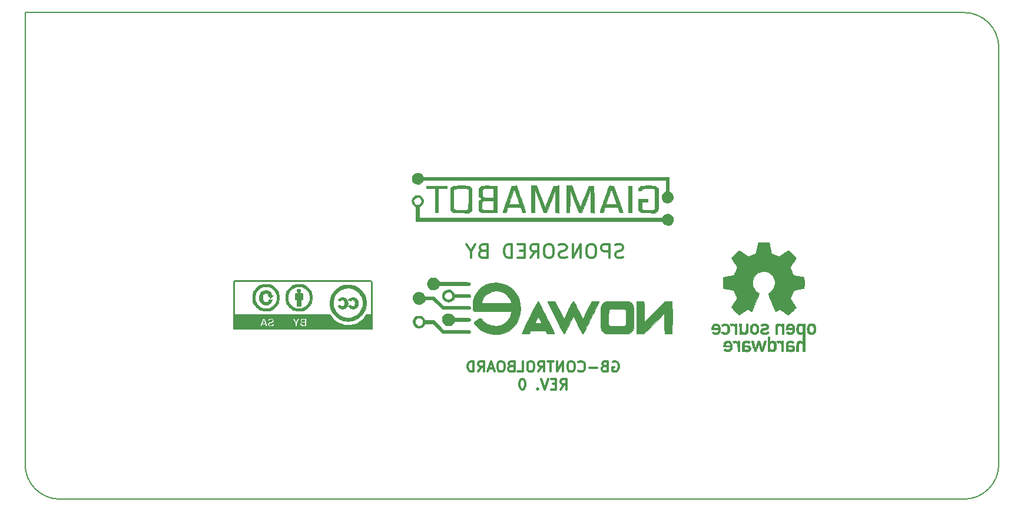
<source format=gbo>
%TF.GenerationSoftware,KiCad,Pcbnew,(5.1.6-0-10_14)*%
%TF.CreationDate,2021-04-08T13:55:21+02:00*%
%TF.ProjectId,gp-controlboard,67702d63-6f6e-4747-926f-6c626f617264,rev?*%
%TF.SameCoordinates,Original*%
%TF.FileFunction,Legend,Bot*%
%TF.FilePolarity,Positive*%
%FSLAX46Y46*%
G04 Gerber Fmt 4.6, Leading zero omitted, Abs format (unit mm)*
G04 Created by KiCad (PCBNEW (5.1.6-0-10_14)) date 2021-04-08 13:55:21*
%MOMM*%
%LPD*%
G01*
G04 APERTURE LIST*
%ADD10C,0.300000*%
%TA.AperFunction,Profile*%
%ADD11C,0.200000*%
%TD*%
%ADD12C,0.010000*%
G04 APERTURE END LIST*
D10*
X184500000Y-120225000D02*
X184642857Y-120153571D01*
X184857142Y-120153571D01*
X185071428Y-120225000D01*
X185214285Y-120367857D01*
X185285714Y-120510714D01*
X185357142Y-120796428D01*
X185357142Y-121010714D01*
X185285714Y-121296428D01*
X185214285Y-121439285D01*
X185071428Y-121582142D01*
X184857142Y-121653571D01*
X184714285Y-121653571D01*
X184500000Y-121582142D01*
X184428571Y-121510714D01*
X184428571Y-121010714D01*
X184714285Y-121010714D01*
X183285714Y-120867857D02*
X183071428Y-120939285D01*
X183000000Y-121010714D01*
X182928571Y-121153571D01*
X182928571Y-121367857D01*
X183000000Y-121510714D01*
X183071428Y-121582142D01*
X183214285Y-121653571D01*
X183785714Y-121653571D01*
X183785714Y-120153571D01*
X183285714Y-120153571D01*
X183142857Y-120225000D01*
X183071428Y-120296428D01*
X183000000Y-120439285D01*
X183000000Y-120582142D01*
X183071428Y-120725000D01*
X183142857Y-120796428D01*
X183285714Y-120867857D01*
X183785714Y-120867857D01*
X182285714Y-121082142D02*
X181142857Y-121082142D01*
X179571428Y-121510714D02*
X179642857Y-121582142D01*
X179857142Y-121653571D01*
X180000000Y-121653571D01*
X180214285Y-121582142D01*
X180357142Y-121439285D01*
X180428571Y-121296428D01*
X180500000Y-121010714D01*
X180500000Y-120796428D01*
X180428571Y-120510714D01*
X180357142Y-120367857D01*
X180214285Y-120225000D01*
X180000000Y-120153571D01*
X179857142Y-120153571D01*
X179642857Y-120225000D01*
X179571428Y-120296428D01*
X178642857Y-120153571D02*
X178357142Y-120153571D01*
X178214285Y-120225000D01*
X178071428Y-120367857D01*
X178000000Y-120653571D01*
X178000000Y-121153571D01*
X178071428Y-121439285D01*
X178214285Y-121582142D01*
X178357142Y-121653571D01*
X178642857Y-121653571D01*
X178785714Y-121582142D01*
X178928571Y-121439285D01*
X179000000Y-121153571D01*
X179000000Y-120653571D01*
X178928571Y-120367857D01*
X178785714Y-120225000D01*
X178642857Y-120153571D01*
X177357142Y-121653571D02*
X177357142Y-120153571D01*
X176500000Y-121653571D01*
X176500000Y-120153571D01*
X176000000Y-120153571D02*
X175142857Y-120153571D01*
X175571428Y-121653571D02*
X175571428Y-120153571D01*
X173785714Y-121653571D02*
X174285714Y-120939285D01*
X174642857Y-121653571D02*
X174642857Y-120153571D01*
X174071428Y-120153571D01*
X173928571Y-120225000D01*
X173857142Y-120296428D01*
X173785714Y-120439285D01*
X173785714Y-120653571D01*
X173857142Y-120796428D01*
X173928571Y-120867857D01*
X174071428Y-120939285D01*
X174642857Y-120939285D01*
X172857142Y-120153571D02*
X172571428Y-120153571D01*
X172428571Y-120225000D01*
X172285714Y-120367857D01*
X172214285Y-120653571D01*
X172214285Y-121153571D01*
X172285714Y-121439285D01*
X172428571Y-121582142D01*
X172571428Y-121653571D01*
X172857142Y-121653571D01*
X173000000Y-121582142D01*
X173142857Y-121439285D01*
X173214285Y-121153571D01*
X173214285Y-120653571D01*
X173142857Y-120367857D01*
X173000000Y-120225000D01*
X172857142Y-120153571D01*
X170857142Y-121653571D02*
X171571428Y-121653571D01*
X171571428Y-120153571D01*
X169857142Y-120867857D02*
X169642857Y-120939285D01*
X169571428Y-121010714D01*
X169500000Y-121153571D01*
X169500000Y-121367857D01*
X169571428Y-121510714D01*
X169642857Y-121582142D01*
X169785714Y-121653571D01*
X170357142Y-121653571D01*
X170357142Y-120153571D01*
X169857142Y-120153571D01*
X169714285Y-120225000D01*
X169642857Y-120296428D01*
X169571428Y-120439285D01*
X169571428Y-120582142D01*
X169642857Y-120725000D01*
X169714285Y-120796428D01*
X169857142Y-120867857D01*
X170357142Y-120867857D01*
X168571428Y-120153571D02*
X168285714Y-120153571D01*
X168142857Y-120225000D01*
X168000000Y-120367857D01*
X167928571Y-120653571D01*
X167928571Y-121153571D01*
X168000000Y-121439285D01*
X168142857Y-121582142D01*
X168285714Y-121653571D01*
X168571428Y-121653571D01*
X168714285Y-121582142D01*
X168857142Y-121439285D01*
X168928571Y-121153571D01*
X168928571Y-120653571D01*
X168857142Y-120367857D01*
X168714285Y-120225000D01*
X168571428Y-120153571D01*
X167357142Y-121225000D02*
X166642857Y-121225000D01*
X167500000Y-121653571D02*
X167000000Y-120153571D01*
X166500000Y-121653571D01*
X165142857Y-121653571D02*
X165642857Y-120939285D01*
X166000000Y-121653571D02*
X166000000Y-120153571D01*
X165428571Y-120153571D01*
X165285714Y-120225000D01*
X165214285Y-120296428D01*
X165142857Y-120439285D01*
X165142857Y-120653571D01*
X165214285Y-120796428D01*
X165285714Y-120867857D01*
X165428571Y-120939285D01*
X166000000Y-120939285D01*
X164500000Y-121653571D02*
X164500000Y-120153571D01*
X164142857Y-120153571D01*
X163928571Y-120225000D01*
X163785714Y-120367857D01*
X163714285Y-120510714D01*
X163642857Y-120796428D01*
X163642857Y-121010714D01*
X163714285Y-121296428D01*
X163785714Y-121439285D01*
X163928571Y-121582142D01*
X164142857Y-121653571D01*
X164500000Y-121653571D01*
X177000000Y-124203571D02*
X177500000Y-123489285D01*
X177857142Y-124203571D02*
X177857142Y-122703571D01*
X177285714Y-122703571D01*
X177142857Y-122775000D01*
X177071428Y-122846428D01*
X177000000Y-122989285D01*
X177000000Y-123203571D01*
X177071428Y-123346428D01*
X177142857Y-123417857D01*
X177285714Y-123489285D01*
X177857142Y-123489285D01*
X176357142Y-123417857D02*
X175857142Y-123417857D01*
X175642857Y-124203571D02*
X176357142Y-124203571D01*
X176357142Y-122703571D01*
X175642857Y-122703571D01*
X175214285Y-122703571D02*
X174714285Y-124203571D01*
X174214285Y-122703571D01*
X173714285Y-124060714D02*
X173642857Y-124132142D01*
X173714285Y-124203571D01*
X173785714Y-124132142D01*
X173714285Y-124060714D01*
X173714285Y-124203571D01*
X171571428Y-122703571D02*
X171428571Y-122703571D01*
X171285714Y-122775000D01*
X171214285Y-122846428D01*
X171142857Y-122989285D01*
X171071428Y-123275000D01*
X171071428Y-123632142D01*
X171142857Y-123917857D01*
X171214285Y-124060714D01*
X171285714Y-124132142D01*
X171428571Y-124203571D01*
X171571428Y-124203571D01*
X171714285Y-124132142D01*
X171785714Y-124060714D01*
X171857142Y-123917857D01*
X171928571Y-123632142D01*
X171928571Y-123275000D01*
X171857142Y-122989285D01*
X171785714Y-122846428D01*
X171714285Y-122775000D01*
X171571428Y-122703571D01*
X185990476Y-105209523D02*
X185704761Y-105304761D01*
X185228571Y-105304761D01*
X185038095Y-105209523D01*
X184942857Y-105114285D01*
X184847619Y-104923809D01*
X184847619Y-104733333D01*
X184942857Y-104542857D01*
X185038095Y-104447619D01*
X185228571Y-104352380D01*
X185609523Y-104257142D01*
X185800000Y-104161904D01*
X185895238Y-104066666D01*
X185990476Y-103876190D01*
X185990476Y-103685714D01*
X185895238Y-103495238D01*
X185800000Y-103400000D01*
X185609523Y-103304761D01*
X185133333Y-103304761D01*
X184847619Y-103400000D01*
X183990476Y-105304761D02*
X183990476Y-103304761D01*
X183228571Y-103304761D01*
X183038095Y-103400000D01*
X182942857Y-103495238D01*
X182847619Y-103685714D01*
X182847619Y-103971428D01*
X182942857Y-104161904D01*
X183038095Y-104257142D01*
X183228571Y-104352380D01*
X183990476Y-104352380D01*
X181609523Y-103304761D02*
X181228571Y-103304761D01*
X181038095Y-103400000D01*
X180847619Y-103590476D01*
X180752380Y-103971428D01*
X180752380Y-104638095D01*
X180847619Y-105019047D01*
X181038095Y-105209523D01*
X181228571Y-105304761D01*
X181609523Y-105304761D01*
X181800000Y-105209523D01*
X181990476Y-105019047D01*
X182085714Y-104638095D01*
X182085714Y-103971428D01*
X181990476Y-103590476D01*
X181800000Y-103400000D01*
X181609523Y-103304761D01*
X179895238Y-105304761D02*
X179895238Y-103304761D01*
X178752380Y-105304761D01*
X178752380Y-103304761D01*
X177895238Y-105209523D02*
X177609523Y-105304761D01*
X177133333Y-105304761D01*
X176942857Y-105209523D01*
X176847619Y-105114285D01*
X176752380Y-104923809D01*
X176752380Y-104733333D01*
X176847619Y-104542857D01*
X176942857Y-104447619D01*
X177133333Y-104352380D01*
X177514285Y-104257142D01*
X177704761Y-104161904D01*
X177800000Y-104066666D01*
X177895238Y-103876190D01*
X177895238Y-103685714D01*
X177800000Y-103495238D01*
X177704761Y-103400000D01*
X177514285Y-103304761D01*
X177038095Y-103304761D01*
X176752380Y-103400000D01*
X175514285Y-103304761D02*
X175133333Y-103304761D01*
X174942857Y-103400000D01*
X174752380Y-103590476D01*
X174657142Y-103971428D01*
X174657142Y-104638095D01*
X174752380Y-105019047D01*
X174942857Y-105209523D01*
X175133333Y-105304761D01*
X175514285Y-105304761D01*
X175704761Y-105209523D01*
X175895238Y-105019047D01*
X175990476Y-104638095D01*
X175990476Y-103971428D01*
X175895238Y-103590476D01*
X175704761Y-103400000D01*
X175514285Y-103304761D01*
X172657142Y-105304761D02*
X173323809Y-104352380D01*
X173800000Y-105304761D02*
X173800000Y-103304761D01*
X173038095Y-103304761D01*
X172847619Y-103400000D01*
X172752380Y-103495238D01*
X172657142Y-103685714D01*
X172657142Y-103971428D01*
X172752380Y-104161904D01*
X172847619Y-104257142D01*
X173038095Y-104352380D01*
X173800000Y-104352380D01*
X171800000Y-104257142D02*
X171133333Y-104257142D01*
X170847619Y-105304761D02*
X171800000Y-105304761D01*
X171800000Y-103304761D01*
X170847619Y-103304761D01*
X169990476Y-105304761D02*
X169990476Y-103304761D01*
X169514285Y-103304761D01*
X169228571Y-103400000D01*
X169038095Y-103590476D01*
X168942857Y-103780952D01*
X168847619Y-104161904D01*
X168847619Y-104447619D01*
X168942857Y-104828571D01*
X169038095Y-105019047D01*
X169228571Y-105209523D01*
X169514285Y-105304761D01*
X169990476Y-105304761D01*
X165800000Y-104257142D02*
X165514285Y-104352380D01*
X165419047Y-104447619D01*
X165323809Y-104638095D01*
X165323809Y-104923809D01*
X165419047Y-105114285D01*
X165514285Y-105209523D01*
X165704761Y-105304761D01*
X166466666Y-105304761D01*
X166466666Y-103304761D01*
X165800000Y-103304761D01*
X165609523Y-103400000D01*
X165514285Y-103495238D01*
X165419047Y-103685714D01*
X165419047Y-103876190D01*
X165514285Y-104066666D01*
X165609523Y-104161904D01*
X165800000Y-104257142D01*
X166466666Y-104257142D01*
X164085714Y-104352380D02*
X164085714Y-105304761D01*
X164752380Y-103304761D02*
X164085714Y-104352380D01*
X163419047Y-103304761D01*
D11*
X105000000Y-140000000D02*
G75*
G02*
X100000000Y-135000000I0J5000000D01*
G01*
X240000000Y-135000000D02*
G75*
G02*
X235000000Y-140000000I-5000000J0D01*
G01*
X235000000Y-70000000D02*
G75*
G02*
X240000000Y-75000000I0J-5000000D01*
G01*
X100000000Y-135000000D02*
X100000000Y-70000000D01*
X235000000Y-140000000D02*
X105000000Y-140000000D01*
X240000000Y-75000000D02*
X240000000Y-135000000D01*
X100000000Y-70000000D02*
X235000000Y-70000000D01*
D12*
%TO.C,G\u002A\u002A\u002A*%
G36*
X209856696Y-117218647D02*
G01*
X209698488Y-117264509D01*
X209569161Y-117338354D01*
X209494106Y-117415477D01*
X209473360Y-117446268D01*
X209457451Y-117477934D01*
X209445617Y-117517917D01*
X209437097Y-117573659D01*
X209431130Y-117652603D01*
X209426953Y-117762192D01*
X209423806Y-117909869D01*
X209420926Y-118103074D01*
X209420490Y-118134947D01*
X209411938Y-118763191D01*
X209562352Y-118763191D01*
X209648023Y-118761636D01*
X209692853Y-118752744D01*
X209710036Y-118730177D01*
X209712766Y-118690928D01*
X209712766Y-118618665D01*
X209774970Y-118677102D01*
X209837732Y-118716009D01*
X209928391Y-118750033D01*
X209981318Y-118762876D01*
X210061364Y-118777465D01*
X210115035Y-118786119D01*
X210128528Y-118787252D01*
X210154248Y-118780816D01*
X210215881Y-118767904D01*
X210253151Y-118760494D01*
X210406571Y-118706758D01*
X210523043Y-118615285D01*
X210598945Y-118490422D01*
X210630653Y-118336516D01*
X210631388Y-118306589D01*
X210629637Y-118288981D01*
X210361276Y-118288981D01*
X210344401Y-118378673D01*
X210290906Y-118440778D01*
X210196486Y-118477867D01*
X210056836Y-118492513D01*
X210019866Y-118492979D01*
X209909013Y-118490207D01*
X209837306Y-118479797D01*
X209790038Y-118458609D01*
X209766808Y-118438936D01*
X209732369Y-118388116D01*
X209715951Y-118314152D01*
X209712766Y-118233054D01*
X209712766Y-118081213D01*
X209965545Y-118092269D01*
X210125750Y-118104559D01*
X210238913Y-118127327D01*
X210311545Y-118163810D01*
X210350161Y-118217246D01*
X210361276Y-118288981D01*
X210629637Y-118288981D01*
X210617074Y-118162689D01*
X210571714Y-118051022D01*
X210491362Y-117968857D01*
X210372072Y-117913464D01*
X210209899Y-117882115D01*
X210003245Y-117872083D01*
X209712766Y-117871489D01*
X209712766Y-117723495D01*
X209716194Y-117633643D01*
X209730697Y-117579697D01*
X209762607Y-117543729D01*
X209780753Y-117530954D01*
X209863322Y-117499619D01*
X209975812Y-117484821D01*
X210096727Y-117486569D01*
X210204566Y-117504866D01*
X210266058Y-117530817D01*
X210312415Y-117557862D01*
X210349040Y-117561235D01*
X210395909Y-117538062D01*
X210444604Y-117505133D01*
X210506801Y-117457807D01*
X210544850Y-117420714D01*
X210550425Y-117409828D01*
X210526674Y-117370289D01*
X210464479Y-117323719D01*
X210377430Y-117277686D01*
X210279117Y-117239761D01*
X210214814Y-117222880D01*
X210032550Y-117203770D01*
X209856696Y-117218647D01*
G37*
X209856696Y-117218647D02*
X209698488Y-117264509D01*
X209569161Y-117338354D01*
X209494106Y-117415477D01*
X209473360Y-117446268D01*
X209457451Y-117477934D01*
X209445617Y-117517917D01*
X209437097Y-117573659D01*
X209431130Y-117652603D01*
X209426953Y-117762192D01*
X209423806Y-117909869D01*
X209420926Y-118103074D01*
X209420490Y-118134947D01*
X209411938Y-118763191D01*
X209562352Y-118763191D01*
X209648023Y-118761636D01*
X209692853Y-118752744D01*
X209710036Y-118730177D01*
X209712766Y-118690928D01*
X209712766Y-118618665D01*
X209774970Y-118677102D01*
X209837732Y-118716009D01*
X209928391Y-118750033D01*
X209981318Y-118762876D01*
X210061364Y-118777465D01*
X210115035Y-118786119D01*
X210128528Y-118787252D01*
X210154248Y-118780816D01*
X210215881Y-118767904D01*
X210253151Y-118760494D01*
X210406571Y-118706758D01*
X210523043Y-118615285D01*
X210598945Y-118490422D01*
X210630653Y-118336516D01*
X210631388Y-118306589D01*
X210629637Y-118288981D01*
X210361276Y-118288981D01*
X210344401Y-118378673D01*
X210290906Y-118440778D01*
X210196486Y-118477867D01*
X210056836Y-118492513D01*
X210019866Y-118492979D01*
X209909013Y-118490207D01*
X209837306Y-118479797D01*
X209790038Y-118458609D01*
X209766808Y-118438936D01*
X209732369Y-118388116D01*
X209715951Y-118314152D01*
X209712766Y-118233054D01*
X209712766Y-118081213D01*
X209965545Y-118092269D01*
X210125750Y-118104559D01*
X210238913Y-118127327D01*
X210311545Y-118163810D01*
X210350161Y-118217246D01*
X210361276Y-118288981D01*
X210629637Y-118288981D01*
X210617074Y-118162689D01*
X210571714Y-118051022D01*
X210491362Y-117968857D01*
X210372072Y-117913464D01*
X210209899Y-117882115D01*
X210003245Y-117872083D01*
X209712766Y-117871489D01*
X209712766Y-117723495D01*
X209716194Y-117633643D01*
X209730697Y-117579697D01*
X209762607Y-117543729D01*
X209780753Y-117530954D01*
X209863322Y-117499619D01*
X209975812Y-117484821D01*
X210096727Y-117486569D01*
X210204566Y-117504866D01*
X210266058Y-117530817D01*
X210312415Y-117557862D01*
X210349040Y-117561235D01*
X210395909Y-117538062D01*
X210444604Y-117505133D01*
X210506801Y-117457807D01*
X210544850Y-117420714D01*
X210550425Y-117409828D01*
X210526674Y-117370289D01*
X210464479Y-117323719D01*
X210377430Y-117277686D01*
X210279117Y-117239761D01*
X210214814Y-117222880D01*
X210032550Y-117203770D01*
X209856696Y-117218647D01*
G36*
X206767447Y-118763191D02*
G01*
X206902553Y-118763191D01*
X206982533Y-118761420D01*
X207022416Y-118750531D01*
X207036142Y-118722159D01*
X207037659Y-118682128D01*
X207045924Y-118618789D01*
X207072447Y-118605603D01*
X207119825Y-118641790D01*
X207131313Y-118654089D01*
X207216167Y-118714249D01*
X207333939Y-118754585D01*
X207465775Y-118770776D01*
X207589858Y-118759187D01*
X207733620Y-118700273D01*
X207852608Y-118599895D01*
X207918603Y-118501259D01*
X207939389Y-118451075D01*
X207953793Y-118391880D01*
X207962903Y-118313128D01*
X207967810Y-118204272D01*
X207969602Y-118054766D01*
X207969693Y-118006596D01*
X207969472Y-117991742D01*
X207686935Y-117991742D01*
X207683789Y-118127028D01*
X207670280Y-118244140D01*
X207655619Y-118302342D01*
X207596087Y-118398430D01*
X207503695Y-118461846D01*
X207391787Y-118487940D01*
X207273711Y-118472066D01*
X207225924Y-118451989D01*
X207141546Y-118378648D01*
X207083862Y-118262532D01*
X207054107Y-118108538D01*
X207053513Y-117921561D01*
X207065031Y-117813691D01*
X207084297Y-117708617D01*
X207111528Y-117638247D01*
X207155119Y-117583243D01*
X207171914Y-117567500D01*
X207276208Y-117506235D01*
X207390281Y-117491152D01*
X207500637Y-117519703D01*
X207593783Y-117589339D01*
X207638841Y-117655695D01*
X207663997Y-117738190D01*
X207680183Y-117856167D01*
X207686935Y-117991742D01*
X207969472Y-117991742D01*
X207966719Y-117806706D01*
X207957736Y-117651989D01*
X207942995Y-117545949D01*
X207934467Y-117514808D01*
X207865046Y-117395460D01*
X207754730Y-117298314D01*
X207615185Y-117232994D01*
X207581930Y-117223901D01*
X207485057Y-117206095D01*
X207405645Y-117209502D01*
X207311965Y-117235130D01*
X207224803Y-117271177D01*
X207153698Y-117312818D01*
X207131224Y-117332180D01*
X207087480Y-117371910D01*
X207060493Y-117385106D01*
X207052420Y-117359671D01*
X207045601Y-117289696D01*
X207040588Y-117184682D01*
X207037936Y-117054127D01*
X207037659Y-116993298D01*
X207037659Y-116601489D01*
X206767447Y-116601489D01*
X206767447Y-118763191D01*
G37*
X206767447Y-118763191D02*
X206902553Y-118763191D01*
X206982533Y-118761420D01*
X207022416Y-118750531D01*
X207036142Y-118722159D01*
X207037659Y-118682128D01*
X207045924Y-118618789D01*
X207072447Y-118605603D01*
X207119825Y-118641790D01*
X207131313Y-118654089D01*
X207216167Y-118714249D01*
X207333939Y-118754585D01*
X207465775Y-118770776D01*
X207589858Y-118759187D01*
X207733620Y-118700273D01*
X207852608Y-118599895D01*
X207918603Y-118501259D01*
X207939389Y-118451075D01*
X207953793Y-118391880D01*
X207962903Y-118313128D01*
X207967810Y-118204272D01*
X207969602Y-118054766D01*
X207969693Y-118006596D01*
X207969472Y-117991742D01*
X207686935Y-117991742D01*
X207683789Y-118127028D01*
X207670280Y-118244140D01*
X207655619Y-118302342D01*
X207596087Y-118398430D01*
X207503695Y-118461846D01*
X207391787Y-118487940D01*
X207273711Y-118472066D01*
X207225924Y-118451989D01*
X207141546Y-118378648D01*
X207083862Y-118262532D01*
X207054107Y-118108538D01*
X207053513Y-117921561D01*
X207065031Y-117813691D01*
X207084297Y-117708617D01*
X207111528Y-117638247D01*
X207155119Y-117583243D01*
X207171914Y-117567500D01*
X207276208Y-117506235D01*
X207390281Y-117491152D01*
X207500637Y-117519703D01*
X207593783Y-117589339D01*
X207638841Y-117655695D01*
X207663997Y-117738190D01*
X207680183Y-117856167D01*
X207686935Y-117991742D01*
X207969472Y-117991742D01*
X207966719Y-117806706D01*
X207957736Y-117651989D01*
X207942995Y-117545949D01*
X207934467Y-117514808D01*
X207865046Y-117395460D01*
X207754730Y-117298314D01*
X207615185Y-117232994D01*
X207581930Y-117223901D01*
X207485057Y-117206095D01*
X207405645Y-117209502D01*
X207311965Y-117235130D01*
X207224803Y-117271177D01*
X207153698Y-117312818D01*
X207131224Y-117332180D01*
X207087480Y-117371910D01*
X207060493Y-117385106D01*
X207052420Y-117359671D01*
X207045601Y-117289696D01*
X207040588Y-117184682D01*
X207037936Y-117054127D01*
X207037659Y-116993298D01*
X207037659Y-116601489D01*
X206767447Y-116601489D01*
X206767447Y-118763191D01*
G36*
X203520670Y-117222313D02*
G01*
X203368809Y-117268738D01*
X203243095Y-117341326D01*
X203171127Y-117415477D01*
X203150381Y-117446268D01*
X203134472Y-117477934D01*
X203122638Y-117517917D01*
X203114118Y-117573659D01*
X203108151Y-117652603D01*
X203103974Y-117762192D01*
X203100827Y-117909869D01*
X203097947Y-118103074D01*
X203097512Y-118134947D01*
X203088960Y-118763191D01*
X203239373Y-118763191D01*
X203325044Y-118761636D01*
X203369875Y-118752744D01*
X203387057Y-118730177D01*
X203389787Y-118690928D01*
X203389787Y-118618665D01*
X203451991Y-118677102D01*
X203514753Y-118716009D01*
X203605413Y-118750033D01*
X203658339Y-118762876D01*
X203738385Y-118777465D01*
X203792057Y-118786119D01*
X203805550Y-118787252D01*
X203831236Y-118780756D01*
X203892325Y-118767875D01*
X203923740Y-118761592D01*
X204084838Y-118708646D01*
X204204118Y-118622226D01*
X204280551Y-118503493D01*
X204313104Y-118353609D01*
X204314250Y-118321009D01*
X204307810Y-118263158D01*
X204046209Y-118263158D01*
X204034290Y-118357753D01*
X203999308Y-118420125D01*
X203940074Y-118460607D01*
X203847162Y-118482985D01*
X203711145Y-118491047D01*
X203702273Y-118491150D01*
X203595609Y-118489285D01*
X203526307Y-118478641D01*
X203477921Y-118455473D01*
X203452327Y-118434226D01*
X203412992Y-118384859D01*
X203394217Y-118320496D01*
X203389787Y-118231566D01*
X203389787Y-118087660D01*
X203599202Y-118089185D01*
X203784905Y-118101271D01*
X203921448Y-118134382D01*
X204008619Y-118188388D01*
X204046209Y-118263158D01*
X204307810Y-118263158D01*
X204297285Y-118168612D01*
X204240921Y-118050405D01*
X204141584Y-117960114D01*
X204092752Y-117932287D01*
X204029263Y-117904075D01*
X203963382Y-117886041D01*
X203880683Y-117876054D01*
X203766740Y-117871981D01*
X203681296Y-117871489D01*
X203389787Y-117871489D01*
X203389787Y-117741548D01*
X203396941Y-117653650D01*
X203415005Y-117582614D01*
X203425165Y-117563223D01*
X203488869Y-117516559D01*
X203587506Y-117489006D01*
X203705219Y-117481221D01*
X203826148Y-117493858D01*
X203934435Y-117527574D01*
X203960701Y-117541095D01*
X204007938Y-117563725D01*
X204046816Y-117561786D01*
X204097764Y-117531202D01*
X204129584Y-117507378D01*
X204188276Y-117458098D01*
X204223205Y-117420053D01*
X204227447Y-117410296D01*
X204207702Y-117381419D01*
X204158457Y-117336875D01*
X204139628Y-117322294D01*
X204008157Y-117252042D01*
X203852842Y-117212763D01*
X203686181Y-117203254D01*
X203520670Y-117222313D01*
G37*
X203520670Y-117222313D02*
X203368809Y-117268738D01*
X203243095Y-117341326D01*
X203171127Y-117415477D01*
X203150381Y-117446268D01*
X203134472Y-117477934D01*
X203122638Y-117517917D01*
X203114118Y-117573659D01*
X203108151Y-117652603D01*
X203103974Y-117762192D01*
X203100827Y-117909869D01*
X203097947Y-118103074D01*
X203097512Y-118134947D01*
X203088960Y-118763191D01*
X203239373Y-118763191D01*
X203325044Y-118761636D01*
X203369875Y-118752744D01*
X203387057Y-118730177D01*
X203389787Y-118690928D01*
X203389787Y-118618665D01*
X203451991Y-118677102D01*
X203514753Y-118716009D01*
X203605413Y-118750033D01*
X203658339Y-118762876D01*
X203738385Y-118777465D01*
X203792057Y-118786119D01*
X203805550Y-118787252D01*
X203831236Y-118780756D01*
X203892325Y-118767875D01*
X203923740Y-118761592D01*
X204084838Y-118708646D01*
X204204118Y-118622226D01*
X204280551Y-118503493D01*
X204313104Y-118353609D01*
X204314250Y-118321009D01*
X204307810Y-118263158D01*
X204046209Y-118263158D01*
X204034290Y-118357753D01*
X203999308Y-118420125D01*
X203940074Y-118460607D01*
X203847162Y-118482985D01*
X203711145Y-118491047D01*
X203702273Y-118491150D01*
X203595609Y-118489285D01*
X203526307Y-118478641D01*
X203477921Y-118455473D01*
X203452327Y-118434226D01*
X203412992Y-118384859D01*
X203394217Y-118320496D01*
X203389787Y-118231566D01*
X203389787Y-118087660D01*
X203599202Y-118089185D01*
X203784905Y-118101271D01*
X203921448Y-118134382D01*
X204008619Y-118188388D01*
X204046209Y-118263158D01*
X204307810Y-118263158D01*
X204297285Y-118168612D01*
X204240921Y-118050405D01*
X204141584Y-117960114D01*
X204092752Y-117932287D01*
X204029263Y-117904075D01*
X203963382Y-117886041D01*
X203880683Y-117876054D01*
X203766740Y-117871981D01*
X203681296Y-117871489D01*
X203389787Y-117871489D01*
X203389787Y-117741548D01*
X203396941Y-117653650D01*
X203415005Y-117582614D01*
X203425165Y-117563223D01*
X203488869Y-117516559D01*
X203587506Y-117489006D01*
X203705219Y-117481221D01*
X203826148Y-117493858D01*
X203934435Y-117527574D01*
X203960701Y-117541095D01*
X204007938Y-117563725D01*
X204046816Y-117561786D01*
X204097764Y-117531202D01*
X204129584Y-117507378D01*
X204188276Y-117458098D01*
X204223205Y-117420053D01*
X204227447Y-117410296D01*
X204207702Y-117381419D01*
X204158457Y-117336875D01*
X204139628Y-117322294D01*
X204008157Y-117252042D01*
X203852842Y-117212763D01*
X203686181Y-117203254D01*
X203520670Y-117222313D01*
G36*
X200923917Y-117211411D02*
G01*
X200833500Y-117235805D01*
X200675506Y-117308693D01*
X200551992Y-117422773D01*
X200463607Y-117577098D01*
X200410999Y-117770718D01*
X200399032Y-117872174D01*
X200382415Y-118087660D01*
X201370307Y-118087660D01*
X201354906Y-118202484D01*
X201329037Y-118297166D01*
X201271728Y-118377578D01*
X201240422Y-118408110D01*
X201181750Y-118458197D01*
X201132117Y-118484110D01*
X201070740Y-118492104D01*
X200976835Y-118488437D01*
X200974148Y-118488267D01*
X200834221Y-118467870D01*
X200734208Y-118425520D01*
X200724787Y-118419111D01*
X200642619Y-118360602D01*
X200543543Y-118442268D01*
X200485193Y-118494494D01*
X200449592Y-118534318D01*
X200444468Y-118545314D01*
X200467752Y-118580545D01*
X200528673Y-118626079D01*
X200613837Y-118674430D01*
X200709851Y-118718116D01*
X200803318Y-118749652D01*
X200815734Y-118752742D01*
X200907133Y-118773746D01*
X200968401Y-118783482D01*
X201022139Y-118782507D01*
X201090948Y-118771381D01*
X201144709Y-118760881D01*
X201312452Y-118702684D01*
X201449510Y-118601623D01*
X201553985Y-118460572D01*
X201623977Y-118282406D01*
X201657587Y-118069999D01*
X201660425Y-117980267D01*
X201642556Y-117794422D01*
X201363191Y-117794422D01*
X201363191Y-117871489D01*
X201025425Y-117871489D01*
X200884666Y-117870842D01*
X200789279Y-117868075D01*
X200730602Y-117861948D01*
X200699971Y-117851222D01*
X200688724Y-117834657D01*
X200687659Y-117823172D01*
X200699391Y-117771461D01*
X200729168Y-117695048D01*
X200748457Y-117654289D01*
X200826783Y-117547942D01*
X200928756Y-117489885D01*
X201051747Y-117481188D01*
X201131038Y-117498976D01*
X201233122Y-117555011D01*
X201312937Y-117642824D01*
X201357792Y-117746264D01*
X201363191Y-117794422D01*
X201642556Y-117794422D01*
X201640780Y-117775956D01*
X201584636Y-117593026D01*
X201496184Y-117438510D01*
X201379615Y-117319444D01*
X201239120Y-117242864D01*
X201216897Y-117235670D01*
X201104686Y-117206708D01*
X201015806Y-117198619D01*
X200923917Y-117211411D01*
G37*
X200923917Y-117211411D02*
X200833500Y-117235805D01*
X200675506Y-117308693D01*
X200551992Y-117422773D01*
X200463607Y-117577098D01*
X200410999Y-117770718D01*
X200399032Y-117872174D01*
X200382415Y-118087660D01*
X201370307Y-118087660D01*
X201354906Y-118202484D01*
X201329037Y-118297166D01*
X201271728Y-118377578D01*
X201240422Y-118408110D01*
X201181750Y-118458197D01*
X201132117Y-118484110D01*
X201070740Y-118492104D01*
X200976835Y-118488437D01*
X200974148Y-118488267D01*
X200834221Y-118467870D01*
X200734208Y-118425520D01*
X200724787Y-118419111D01*
X200642619Y-118360602D01*
X200543543Y-118442268D01*
X200485193Y-118494494D01*
X200449592Y-118534318D01*
X200444468Y-118545314D01*
X200467752Y-118580545D01*
X200528673Y-118626079D01*
X200613837Y-118674430D01*
X200709851Y-118718116D01*
X200803318Y-118749652D01*
X200815734Y-118752742D01*
X200907133Y-118773746D01*
X200968401Y-118783482D01*
X201022139Y-118782507D01*
X201090948Y-118771381D01*
X201144709Y-118760881D01*
X201312452Y-118702684D01*
X201449510Y-118601623D01*
X201553985Y-118460572D01*
X201623977Y-118282406D01*
X201657587Y-118069999D01*
X201660425Y-117980267D01*
X201642556Y-117794422D01*
X201363191Y-117794422D01*
X201363191Y-117871489D01*
X201025425Y-117871489D01*
X200884666Y-117870842D01*
X200789279Y-117868075D01*
X200730602Y-117861948D01*
X200699971Y-117851222D01*
X200688724Y-117834657D01*
X200687659Y-117823172D01*
X200699391Y-117771461D01*
X200729168Y-117695048D01*
X200748457Y-117654289D01*
X200826783Y-117547942D01*
X200928756Y-117489885D01*
X201051747Y-117481188D01*
X201131038Y-117498976D01*
X201233122Y-117555011D01*
X201312937Y-117642824D01*
X201357792Y-117746264D01*
X201363191Y-117794422D01*
X201642556Y-117794422D01*
X201640780Y-117775956D01*
X201584636Y-117593026D01*
X201496184Y-117438510D01*
X201379615Y-117319444D01*
X201239120Y-117242864D01*
X201216897Y-117235670D01*
X201104686Y-117206708D01*
X201015806Y-117198619D01*
X200923917Y-117211411D01*
G36*
X211283249Y-114754945D02*
G01*
X211155998Y-114801389D01*
X211054247Y-114866403D01*
X210997627Y-114928075D01*
X210956290Y-115003589D01*
X210928182Y-115101706D01*
X210911251Y-115231185D01*
X210903445Y-115400785D01*
X210902295Y-115514751D01*
X210904710Y-115704401D01*
X210913898Y-115849723D01*
X210931783Y-115960215D01*
X210960286Y-116045373D01*
X211001332Y-116114694D01*
X211031084Y-116150769D01*
X211128954Y-116226648D01*
X211256048Y-116280987D01*
X211388849Y-116304045D01*
X211401596Y-116304255D01*
X211495711Y-116292768D01*
X211597107Y-116263165D01*
X211686794Y-116222735D01*
X211745782Y-116178765D01*
X211752634Y-116169535D01*
X211773309Y-116144692D01*
X211789513Y-116147663D01*
X211801731Y-116182704D01*
X211810446Y-116254069D01*
X211816140Y-116366016D01*
X211819300Y-116522800D01*
X211820406Y-116728677D01*
X211820425Y-116766019D01*
X211820425Y-117389910D01*
X211739675Y-117321963D01*
X211665634Y-117276572D01*
X211566677Y-117236412D01*
X211511032Y-117220919D01*
X211414780Y-117203413D01*
X211342502Y-117204287D01*
X211266901Y-117224846D01*
X211242852Y-117233761D01*
X211151113Y-117278754D01*
X211068360Y-117335228D01*
X211048882Y-117352669D01*
X211003197Y-117401525D01*
X210968030Y-117451401D01*
X210942021Y-117509959D01*
X210923809Y-117584863D01*
X210912033Y-117683777D01*
X210905330Y-117814363D01*
X210902342Y-117984285D01*
X210901702Y-118181366D01*
X210901702Y-118763191D01*
X211171915Y-118763191D01*
X211172559Y-118310585D01*
X211174451Y-118102230D01*
X211180257Y-117940265D01*
X211191173Y-117817104D01*
X211208395Y-117725161D01*
X211233118Y-117656853D01*
X211266538Y-117604594D01*
X211287502Y-117581492D01*
X211381676Y-117522213D01*
X211497494Y-117498986D01*
X211613932Y-117514701D01*
X211653443Y-117531213D01*
X211707100Y-117563170D01*
X211747951Y-117601249D01*
X211777711Y-117652823D01*
X211798098Y-117725268D01*
X211810828Y-117825958D01*
X211817620Y-117962268D01*
X211820188Y-118141571D01*
X211820425Y-118248445D01*
X211820425Y-118763191D01*
X212117659Y-118763191D01*
X212117659Y-115520638D01*
X211820425Y-115520638D01*
X211810444Y-115698168D01*
X211779339Y-115830812D01*
X211725374Y-115924131D01*
X211682161Y-115962958D01*
X211605997Y-115993011D01*
X211503963Y-116005817D01*
X211401791Y-116000180D01*
X211332546Y-115979199D01*
X211267801Y-115924035D01*
X211223619Y-115835479D01*
X211198105Y-115707466D01*
X211189365Y-115533932D01*
X211189332Y-115520638D01*
X211196744Y-115341850D01*
X211221379Y-115209757D01*
X211266838Y-115118758D01*
X211336719Y-115063251D01*
X211434623Y-115037634D01*
X211501892Y-115034255D01*
X211621606Y-115050812D01*
X211710998Y-115102839D01*
X211772382Y-115193866D01*
X211808072Y-115327426D01*
X211820380Y-115507052D01*
X211820425Y-115520638D01*
X212117659Y-115520638D01*
X212117659Y-114764043D01*
X211969042Y-114764043D01*
X211883926Y-114765796D01*
X211839607Y-114775064D01*
X211822860Y-114797858D01*
X211820425Y-114831596D01*
X211808473Y-114885923D01*
X211779906Y-114897264D01*
X211751133Y-114869314D01*
X211705610Y-114830868D01*
X211625752Y-114791578D01*
X211530648Y-114758761D01*
X211439389Y-114739733D01*
X211407483Y-114737615D01*
X211283249Y-114754945D01*
G37*
X211283249Y-114754945D02*
X211155998Y-114801389D01*
X211054247Y-114866403D01*
X210997627Y-114928075D01*
X210956290Y-115003589D01*
X210928182Y-115101706D01*
X210911251Y-115231185D01*
X210903445Y-115400785D01*
X210902295Y-115514751D01*
X210904710Y-115704401D01*
X210913898Y-115849723D01*
X210931783Y-115960215D01*
X210960286Y-116045373D01*
X211001332Y-116114694D01*
X211031084Y-116150769D01*
X211128954Y-116226648D01*
X211256048Y-116280987D01*
X211388849Y-116304045D01*
X211401596Y-116304255D01*
X211495711Y-116292768D01*
X211597107Y-116263165D01*
X211686794Y-116222735D01*
X211745782Y-116178765D01*
X211752634Y-116169535D01*
X211773309Y-116144692D01*
X211789513Y-116147663D01*
X211801731Y-116182704D01*
X211810446Y-116254069D01*
X211816140Y-116366016D01*
X211819300Y-116522800D01*
X211820406Y-116728677D01*
X211820425Y-116766019D01*
X211820425Y-117389910D01*
X211739675Y-117321963D01*
X211665634Y-117276572D01*
X211566677Y-117236412D01*
X211511032Y-117220919D01*
X211414780Y-117203413D01*
X211342502Y-117204287D01*
X211266901Y-117224846D01*
X211242852Y-117233761D01*
X211151113Y-117278754D01*
X211068360Y-117335228D01*
X211048882Y-117352669D01*
X211003197Y-117401525D01*
X210968030Y-117451401D01*
X210942021Y-117509959D01*
X210923809Y-117584863D01*
X210912033Y-117683777D01*
X210905330Y-117814363D01*
X210902342Y-117984285D01*
X210901702Y-118181366D01*
X210901702Y-118763191D01*
X211171915Y-118763191D01*
X211172559Y-118310585D01*
X211174451Y-118102230D01*
X211180257Y-117940265D01*
X211191173Y-117817104D01*
X211208395Y-117725161D01*
X211233118Y-117656853D01*
X211266538Y-117604594D01*
X211287502Y-117581492D01*
X211381676Y-117522213D01*
X211497494Y-117498986D01*
X211613932Y-117514701D01*
X211653443Y-117531213D01*
X211707100Y-117563170D01*
X211747951Y-117601249D01*
X211777711Y-117652823D01*
X211798098Y-117725268D01*
X211810828Y-117825958D01*
X211817620Y-117962268D01*
X211820188Y-118141571D01*
X211820425Y-118248445D01*
X211820425Y-118763191D01*
X212117659Y-118763191D01*
X212117659Y-115520638D01*
X211820425Y-115520638D01*
X211810444Y-115698168D01*
X211779339Y-115830812D01*
X211725374Y-115924131D01*
X211682161Y-115962958D01*
X211605997Y-115993011D01*
X211503963Y-116005817D01*
X211401791Y-116000180D01*
X211332546Y-115979199D01*
X211267801Y-115924035D01*
X211223619Y-115835479D01*
X211198105Y-115707466D01*
X211189365Y-115533932D01*
X211189332Y-115520638D01*
X211196744Y-115341850D01*
X211221379Y-115209757D01*
X211266838Y-115118758D01*
X211336719Y-115063251D01*
X211434623Y-115037634D01*
X211501892Y-115034255D01*
X211621606Y-115050812D01*
X211710998Y-115102839D01*
X211772382Y-115193866D01*
X211808072Y-115327426D01*
X211820380Y-115507052D01*
X211820425Y-115520638D01*
X212117659Y-115520638D01*
X212117659Y-114764043D01*
X211969042Y-114764043D01*
X211883926Y-114765796D01*
X211839607Y-114775064D01*
X211822860Y-114797858D01*
X211820425Y-114831596D01*
X211808473Y-114885923D01*
X211779906Y-114897264D01*
X211751133Y-114869314D01*
X211705610Y-114830868D01*
X211625752Y-114791578D01*
X211530648Y-114758761D01*
X211439389Y-114739733D01*
X211407483Y-114737615D01*
X211283249Y-114754945D01*
G36*
X208211731Y-117220195D02*
G01*
X208084955Y-117266890D01*
X208009000Y-117306167D01*
X208120861Y-117438827D01*
X208182320Y-117509793D01*
X208222006Y-117545423D01*
X208252484Y-117552112D01*
X208286321Y-117536254D01*
X208297782Y-117528858D01*
X208392094Y-117496713D01*
X208500343Y-117504357D01*
X208604180Y-117548238D01*
X208665691Y-117600034D01*
X208740000Y-117683193D01*
X208740000Y-118763191D01*
X209037234Y-118763191D01*
X209037234Y-117222979D01*
X208888617Y-117222979D01*
X208803659Y-117224281D01*
X208759440Y-117233168D01*
X208742655Y-117257112D01*
X208740000Y-117303584D01*
X208740000Y-117389910D01*
X208657707Y-117320666D01*
X208523291Y-117241177D01*
X208370508Y-117207300D01*
X208211731Y-117220195D01*
G37*
X208211731Y-117220195D02*
X208084955Y-117266890D01*
X208009000Y-117306167D01*
X208120861Y-117438827D01*
X208182320Y-117509793D01*
X208222006Y-117545423D01*
X208252484Y-117552112D01*
X208286321Y-117536254D01*
X208297782Y-117528858D01*
X208392094Y-117496713D01*
X208500343Y-117504357D01*
X208604180Y-117548238D01*
X208665691Y-117600034D01*
X208740000Y-117683193D01*
X208740000Y-118763191D01*
X209037234Y-118763191D01*
X209037234Y-117222979D01*
X208888617Y-117222979D01*
X208803659Y-117224281D01*
X208759440Y-117233168D01*
X208742655Y-117257112D01*
X208740000Y-117303584D01*
X208740000Y-117389910D01*
X208657707Y-117320666D01*
X208523291Y-117241177D01*
X208370508Y-117207300D01*
X208211731Y-117220195D01*
G36*
X206215524Y-117364840D02*
G01*
X206192834Y-117445835D01*
X206160057Y-117563579D01*
X206121460Y-117702717D01*
X206081306Y-117847898D01*
X206078523Y-117857979D01*
X206033345Y-118021567D01*
X206000309Y-118139904D01*
X205977059Y-118219799D01*
X205961243Y-118268063D01*
X205950506Y-118291508D01*
X205942495Y-118296942D01*
X205934857Y-118291178D01*
X205930495Y-118286284D01*
X205916211Y-118254559D01*
X205888538Y-118179419D01*
X205850287Y-118069005D01*
X205804267Y-117931461D01*
X205753288Y-117774929D01*
X205743089Y-117743138D01*
X205576627Y-117222979D01*
X205364249Y-117222979D01*
X205192597Y-117751498D01*
X205139921Y-117910243D01*
X205091436Y-118049905D01*
X205049964Y-118162865D01*
X205018329Y-118241503D01*
X204999353Y-118278202D01*
X204996830Y-118279933D01*
X204981792Y-118255227D01*
X204956511Y-118187260D01*
X204923992Y-118085165D01*
X204887240Y-117958074D01*
X204869617Y-117893275D01*
X204829244Y-117742612D01*
X204790106Y-117597833D01*
X204756042Y-117473055D01*
X204730891Y-117382394D01*
X204725910Y-117364840D01*
X204685299Y-117222979D01*
X204537437Y-117222979D01*
X204456265Y-117225541D01*
X204402558Y-117232147D01*
X204389574Y-117238482D01*
X204397472Y-117267547D01*
X204419628Y-117340672D01*
X204453739Y-117450473D01*
X204497502Y-117589570D01*
X204548613Y-117750578D01*
X204581395Y-117853216D01*
X204639085Y-118033702D01*
X204693967Y-118205893D01*
X204742960Y-118360092D01*
X204782987Y-118486600D01*
X204810967Y-118575718D01*
X204818816Y-118601064D01*
X204864416Y-118749681D01*
X204998538Y-118757377D01*
X205132659Y-118765074D01*
X205292677Y-118223707D01*
X205341096Y-118062395D01*
X205385181Y-117920232D01*
X205422455Y-117804827D01*
X205450441Y-117723791D01*
X205466661Y-117684734D01*
X205468892Y-117682340D01*
X205481095Y-117707009D01*
X205505958Y-117775942D01*
X205540977Y-117881534D01*
X205583652Y-118016176D01*
X205631480Y-118172262D01*
X205646641Y-118222741D01*
X205808191Y-118763142D01*
X205937390Y-118763167D01*
X206024528Y-118756267D01*
X206072878Y-118737306D01*
X206078244Y-118729415D01*
X206097188Y-118672537D01*
X206128172Y-118577232D01*
X206168697Y-118451381D01*
X206216259Y-118302864D01*
X206268357Y-118139564D01*
X206322491Y-117969360D01*
X206376158Y-117800134D01*
X206426857Y-117639766D01*
X206472087Y-117496139D01*
X206509346Y-117377133D01*
X206536132Y-117290629D01*
X206549944Y-117244507D01*
X206551276Y-117239112D01*
X206526839Y-117230255D01*
X206463834Y-117224395D01*
X206403414Y-117222979D01*
X206255552Y-117222979D01*
X206215524Y-117364840D01*
G37*
X206215524Y-117364840D02*
X206192834Y-117445835D01*
X206160057Y-117563579D01*
X206121460Y-117702717D01*
X206081306Y-117847898D01*
X206078523Y-117857979D01*
X206033345Y-118021567D01*
X206000309Y-118139904D01*
X205977059Y-118219799D01*
X205961243Y-118268063D01*
X205950506Y-118291508D01*
X205942495Y-118296942D01*
X205934857Y-118291178D01*
X205930495Y-118286284D01*
X205916211Y-118254559D01*
X205888538Y-118179419D01*
X205850287Y-118069005D01*
X205804267Y-117931461D01*
X205753288Y-117774929D01*
X205743089Y-117743138D01*
X205576627Y-117222979D01*
X205364249Y-117222979D01*
X205192597Y-117751498D01*
X205139921Y-117910243D01*
X205091436Y-118049905D01*
X205049964Y-118162865D01*
X205018329Y-118241503D01*
X204999353Y-118278202D01*
X204996830Y-118279933D01*
X204981792Y-118255227D01*
X204956511Y-118187260D01*
X204923992Y-118085165D01*
X204887240Y-117958074D01*
X204869617Y-117893275D01*
X204829244Y-117742612D01*
X204790106Y-117597833D01*
X204756042Y-117473055D01*
X204730891Y-117382394D01*
X204725910Y-117364840D01*
X204685299Y-117222979D01*
X204537437Y-117222979D01*
X204456265Y-117225541D01*
X204402558Y-117232147D01*
X204389574Y-117238482D01*
X204397472Y-117267547D01*
X204419628Y-117340672D01*
X204453739Y-117450473D01*
X204497502Y-117589570D01*
X204548613Y-117750578D01*
X204581395Y-117853216D01*
X204639085Y-118033702D01*
X204693967Y-118205893D01*
X204742960Y-118360092D01*
X204782987Y-118486600D01*
X204810967Y-118575718D01*
X204818816Y-118601064D01*
X204864416Y-118749681D01*
X204998538Y-118757377D01*
X205132659Y-118765074D01*
X205292677Y-118223707D01*
X205341096Y-118062395D01*
X205385181Y-117920232D01*
X205422455Y-117804827D01*
X205450441Y-117723791D01*
X205466661Y-117684734D01*
X205468892Y-117682340D01*
X205481095Y-117707009D01*
X205505958Y-117775942D01*
X205540977Y-117881534D01*
X205583652Y-118016176D01*
X205631480Y-118172262D01*
X205646641Y-118222741D01*
X205808191Y-118763142D01*
X205937390Y-118763167D01*
X206024528Y-118756267D01*
X206072878Y-118737306D01*
X206078244Y-118729415D01*
X206097188Y-118672537D01*
X206128172Y-118577232D01*
X206168697Y-118451381D01*
X206216259Y-118302864D01*
X206268357Y-118139564D01*
X206322491Y-117969360D01*
X206376158Y-117800134D01*
X206426857Y-117639766D01*
X206472087Y-117496139D01*
X206509346Y-117377133D01*
X206536132Y-117290629D01*
X206549944Y-117244507D01*
X206551276Y-117239112D01*
X206526839Y-117230255D01*
X206463834Y-117224395D01*
X206403414Y-117222979D01*
X206255552Y-117222979D01*
X206215524Y-117364840D01*
G36*
X201898707Y-117218053D02*
G01*
X201763961Y-117270513D01*
X201691858Y-117313089D01*
X201800800Y-117442288D01*
X201861323Y-117512056D01*
X201900397Y-117546466D01*
X201930881Y-117551915D01*
X201965633Y-117534802D01*
X201974803Y-117528858D01*
X202063504Y-117499324D01*
X202169539Y-117504001D01*
X202271261Y-117539667D01*
X202328456Y-117581492D01*
X202366814Y-117628452D01*
X202395861Y-117687559D01*
X202416791Y-117766400D01*
X202430800Y-117872559D01*
X202439084Y-118013622D01*
X202442840Y-118197173D01*
X202443398Y-118310585D01*
X202444042Y-118763191D01*
X202714255Y-118763191D01*
X202714255Y-117222979D01*
X202579149Y-117222979D01*
X202499169Y-117224750D01*
X202459286Y-117235639D01*
X202445560Y-117264011D01*
X202444042Y-117304043D01*
X202440216Y-117362345D01*
X202422575Y-117380125D01*
X202381882Y-117358552D01*
X202331874Y-117318264D01*
X202201073Y-117241477D01*
X202051520Y-117207639D01*
X201898707Y-117218053D01*
G37*
X201898707Y-117218053D02*
X201763961Y-117270513D01*
X201691858Y-117313089D01*
X201800800Y-117442288D01*
X201861323Y-117512056D01*
X201900397Y-117546466D01*
X201930881Y-117551915D01*
X201965633Y-117534802D01*
X201974803Y-117528858D01*
X202063504Y-117499324D01*
X202169539Y-117504001D01*
X202271261Y-117539667D01*
X202328456Y-117581492D01*
X202366814Y-117628452D01*
X202395861Y-117687559D01*
X202416791Y-117766400D01*
X202430800Y-117872559D01*
X202439084Y-118013622D01*
X202442840Y-118197173D01*
X202443398Y-118310585D01*
X202444042Y-118763191D01*
X202714255Y-118763191D01*
X202714255Y-117222979D01*
X202579149Y-117222979D01*
X202499169Y-117224750D01*
X202459286Y-117235639D01*
X202445560Y-117264011D01*
X202444042Y-117304043D01*
X202440216Y-117362345D01*
X202422575Y-117380125D01*
X202381882Y-117358552D01*
X202331874Y-117318264D01*
X202201073Y-117241477D01*
X202051520Y-117207639D01*
X201898707Y-117218053D01*
G36*
X212797166Y-114786413D02*
G01*
X212644076Y-114878914D01*
X212570744Y-114948743D01*
X212516890Y-115012587D01*
X212478565Y-115073076D01*
X212453185Y-115141121D01*
X212438165Y-115227636D01*
X212430918Y-115343531D01*
X212428861Y-115499720D01*
X212428856Y-115547660D01*
X212431247Y-115712009D01*
X212440192Y-115834318D01*
X212459106Y-115926495D01*
X212491403Y-116000451D01*
X212540499Y-116068097D01*
X212594778Y-116126291D01*
X212728314Y-116224516D01*
X212889848Y-116284280D01*
X213066965Y-116303001D01*
X213247248Y-116278095D01*
X213279297Y-116268709D01*
X213352185Y-116232132D01*
X213436619Y-116171000D01*
X213484942Y-116127332D01*
X213566719Y-116024434D01*
X213622318Y-115900969D01*
X213654529Y-115747394D01*
X213666141Y-115554162D01*
X213666198Y-115520638D01*
X213387358Y-115520638D01*
X213371868Y-115705388D01*
X213325300Y-115846026D01*
X213247510Y-115942758D01*
X213138351Y-115995787D01*
X213040322Y-116007021D01*
X212946807Y-115997785D01*
X212869689Y-115974322D01*
X212853092Y-115964849D01*
X212783515Y-115897835D01*
X212737809Y-115806239D01*
X212712898Y-115680791D01*
X212705694Y-115520638D01*
X212717259Y-115339474D01*
X212753722Y-115203923D01*
X212817732Y-115110347D01*
X212911939Y-115055108D01*
X213038993Y-115034569D01*
X213059989Y-115034255D01*
X213182142Y-115057638D01*
X213277056Y-115126530D01*
X213343464Y-115239051D01*
X213380099Y-115393317D01*
X213387358Y-115520638D01*
X213666198Y-115520638D01*
X213666221Y-115507128D01*
X213652730Y-115290499D01*
X213613498Y-115117008D01*
X213545702Y-114980846D01*
X213446516Y-114876209D01*
X213323269Y-114801931D01*
X213145092Y-114746296D01*
X212966948Y-114741665D01*
X212797166Y-114786413D01*
G37*
X212797166Y-114786413D02*
X212644076Y-114878914D01*
X212570744Y-114948743D01*
X212516890Y-115012587D01*
X212478565Y-115073076D01*
X212453185Y-115141121D01*
X212438165Y-115227636D01*
X212430918Y-115343531D01*
X212428861Y-115499720D01*
X212428856Y-115547660D01*
X212431247Y-115712009D01*
X212440192Y-115834318D01*
X212459106Y-115926495D01*
X212491403Y-116000451D01*
X212540499Y-116068097D01*
X212594778Y-116126291D01*
X212728314Y-116224516D01*
X212889848Y-116284280D01*
X213066965Y-116303001D01*
X213247248Y-116278095D01*
X213279297Y-116268709D01*
X213352185Y-116232132D01*
X213436619Y-116171000D01*
X213484942Y-116127332D01*
X213566719Y-116024434D01*
X213622318Y-115900969D01*
X213654529Y-115747394D01*
X213666141Y-115554162D01*
X213666198Y-115520638D01*
X213387358Y-115520638D01*
X213371868Y-115705388D01*
X213325300Y-115846026D01*
X213247510Y-115942758D01*
X213138351Y-115995787D01*
X213040322Y-116007021D01*
X212946807Y-115997785D01*
X212869689Y-115974322D01*
X212853092Y-115964849D01*
X212783515Y-115897835D01*
X212737809Y-115806239D01*
X212712898Y-115680791D01*
X212705694Y-115520638D01*
X212717259Y-115339474D01*
X212753722Y-115203923D01*
X212817732Y-115110347D01*
X212911939Y-115055108D01*
X213038993Y-115034569D01*
X213059989Y-115034255D01*
X213182142Y-115057638D01*
X213277056Y-115126530D01*
X213343464Y-115239051D01*
X213380099Y-115393317D01*
X213387358Y-115520638D01*
X213666198Y-115520638D01*
X213666221Y-115507128D01*
X213652730Y-115290499D01*
X213613498Y-115117008D01*
X213545702Y-114980846D01*
X213446516Y-114876209D01*
X213323269Y-114801931D01*
X213145092Y-114746296D01*
X212966948Y-114741665D01*
X212797166Y-114786413D01*
G36*
X209916072Y-114746542D02*
G01*
X209766808Y-114793334D01*
X209620803Y-114877653D01*
X209514801Y-114983728D01*
X209444211Y-115119103D01*
X209404441Y-115291322D01*
X209393967Y-115405798D01*
X209381733Y-115628723D01*
X209871505Y-115628723D01*
X210045064Y-115628962D01*
X210171897Y-115630225D01*
X210259321Y-115633332D01*
X210314652Y-115639103D01*
X210345207Y-115648360D01*
X210358303Y-115661922D01*
X210361256Y-115680609D01*
X210361276Y-115683634D01*
X210338811Y-115791550D01*
X210280564Y-115896878D01*
X210200261Y-115975355D01*
X210194020Y-115979307D01*
X210067109Y-116026541D01*
X209925128Y-116028669D01*
X209782162Y-115986090D01*
X209744552Y-115966600D01*
X209627721Y-115899808D01*
X209535138Y-115973681D01*
X209478861Y-116021809D01*
X209446021Y-116056132D01*
X209442554Y-116063109D01*
X209464560Y-116099513D01*
X209521533Y-116149357D01*
X209599896Y-116202322D01*
X209685745Y-116247942D01*
X209819772Y-116287497D01*
X209977152Y-116302213D01*
X210132785Y-116291192D01*
X210228294Y-116267314D01*
X210388494Y-116183114D01*
X210512281Y-116059910D01*
X210595794Y-115901837D01*
X210609431Y-115859116D01*
X210632991Y-115728271D01*
X210641811Y-115569409D01*
X210636435Y-115403456D01*
X210629015Y-115344132D01*
X210361276Y-115344132D01*
X210353830Y-115361618D01*
X210326001Y-115373492D01*
X210269560Y-115380761D01*
X210176274Y-115384437D01*
X210037912Y-115385526D01*
X210023511Y-115385532D01*
X209883589Y-115385238D01*
X209788885Y-115383247D01*
X209730574Y-115377901D01*
X209699831Y-115367538D01*
X209687830Y-115350497D01*
X209685747Y-115325118D01*
X209685745Y-115321975D01*
X209705594Y-115244570D01*
X209755881Y-115156850D01*
X209822715Y-115079414D01*
X209875705Y-115040285D01*
X209963018Y-115017093D01*
X210069575Y-115019084D01*
X210170396Y-115043582D01*
X210230996Y-115078347D01*
X210285135Y-115145511D01*
X210331976Y-115234382D01*
X210358894Y-115319200D01*
X210361276Y-115344132D01*
X210629015Y-115344132D01*
X210617407Y-115251338D01*
X210590918Y-115148574D01*
X210507186Y-114988688D01*
X210389517Y-114864956D01*
X210246229Y-114780964D01*
X210085641Y-114740297D01*
X209916072Y-114746542D01*
G37*
X209916072Y-114746542D02*
X209766808Y-114793334D01*
X209620803Y-114877653D01*
X209514801Y-114983728D01*
X209444211Y-115119103D01*
X209404441Y-115291322D01*
X209393967Y-115405798D01*
X209381733Y-115628723D01*
X209871505Y-115628723D01*
X210045064Y-115628962D01*
X210171897Y-115630225D01*
X210259321Y-115633332D01*
X210314652Y-115639103D01*
X210345207Y-115648360D01*
X210358303Y-115661922D01*
X210361256Y-115680609D01*
X210361276Y-115683634D01*
X210338811Y-115791550D01*
X210280564Y-115896878D01*
X210200261Y-115975355D01*
X210194020Y-115979307D01*
X210067109Y-116026541D01*
X209925128Y-116028669D01*
X209782162Y-115986090D01*
X209744552Y-115966600D01*
X209627721Y-115899808D01*
X209535138Y-115973681D01*
X209478861Y-116021809D01*
X209446021Y-116056132D01*
X209442554Y-116063109D01*
X209464560Y-116099513D01*
X209521533Y-116149357D01*
X209599896Y-116202322D01*
X209685745Y-116247942D01*
X209819772Y-116287497D01*
X209977152Y-116302213D01*
X210132785Y-116291192D01*
X210228294Y-116267314D01*
X210388494Y-116183114D01*
X210512281Y-116059910D01*
X210595794Y-115901837D01*
X210609431Y-115859116D01*
X210632991Y-115728271D01*
X210641811Y-115569409D01*
X210636435Y-115403456D01*
X210629015Y-115344132D01*
X210361276Y-115344132D01*
X210353830Y-115361618D01*
X210326001Y-115373492D01*
X210269560Y-115380761D01*
X210176274Y-115384437D01*
X210037912Y-115385526D01*
X210023511Y-115385532D01*
X209883589Y-115385238D01*
X209788885Y-115383247D01*
X209730574Y-115377901D01*
X209699831Y-115367538D01*
X209687830Y-115350497D01*
X209685747Y-115325118D01*
X209685745Y-115321975D01*
X209705594Y-115244570D01*
X209755881Y-115156850D01*
X209822715Y-115079414D01*
X209875705Y-115040285D01*
X209963018Y-115017093D01*
X210069575Y-115019084D01*
X210170396Y-115043582D01*
X210230996Y-115078347D01*
X210285135Y-115145511D01*
X210331976Y-115234382D01*
X210358894Y-115319200D01*
X210361276Y-115344132D01*
X210629015Y-115344132D01*
X210617407Y-115251338D01*
X210590918Y-115148574D01*
X210507186Y-114988688D01*
X210389517Y-114864956D01*
X210246229Y-114780964D01*
X210085641Y-114740297D01*
X209916072Y-114746542D01*
G36*
X208279268Y-114750570D02*
G01*
X208142829Y-114801524D01*
X208025050Y-114886871D01*
X207937755Y-115003753D01*
X207932635Y-115013982D01*
X207913529Y-115057074D01*
X207899192Y-115102125D01*
X207888947Y-115157385D01*
X207882115Y-115231105D01*
X207878017Y-115331534D01*
X207875977Y-115466923D01*
X207875314Y-115645522D01*
X207875282Y-115711563D01*
X207875245Y-116290745D01*
X208023899Y-116281489D01*
X208172553Y-116272232D01*
X208172553Y-115218000D01*
X208264425Y-115126128D01*
X208332409Y-115067139D01*
X208396911Y-115040421D01*
X208483298Y-115034255D01*
X208571348Y-115040763D01*
X208635614Y-115068095D01*
X208702170Y-115126128D01*
X208794042Y-115218000D01*
X208794042Y-116272232D01*
X208942696Y-116281489D01*
X209091350Y-116290745D01*
X209091276Y-114764043D01*
X208942659Y-114764043D01*
X208857543Y-114765796D01*
X208813224Y-114775064D01*
X208796477Y-114797858D01*
X208794042Y-114831596D01*
X208789601Y-114881855D01*
X208770253Y-114894252D01*
X208726961Y-114868873D01*
X208682307Y-114832671D01*
X208560831Y-114763284D01*
X208422543Y-114736871D01*
X208279268Y-114750570D01*
G37*
X208279268Y-114750570D02*
X208142829Y-114801524D01*
X208025050Y-114886871D01*
X207937755Y-115003753D01*
X207932635Y-115013982D01*
X207913529Y-115057074D01*
X207899192Y-115102125D01*
X207888947Y-115157385D01*
X207882115Y-115231105D01*
X207878017Y-115331534D01*
X207875977Y-115466923D01*
X207875314Y-115645522D01*
X207875282Y-115711563D01*
X207875245Y-116290745D01*
X208023899Y-116281489D01*
X208172553Y-116272232D01*
X208172553Y-115218000D01*
X208264425Y-115126128D01*
X208332409Y-115067139D01*
X208396911Y-115040421D01*
X208483298Y-115034255D01*
X208571348Y-115040763D01*
X208635614Y-115068095D01*
X208702170Y-115126128D01*
X208794042Y-115218000D01*
X208794042Y-116272232D01*
X208942696Y-116281489D01*
X209091350Y-116290745D01*
X209091276Y-114764043D01*
X208942659Y-114764043D01*
X208857543Y-114765796D01*
X208813224Y-114775064D01*
X208796477Y-114797858D01*
X208794042Y-114831596D01*
X208789601Y-114881855D01*
X208770253Y-114894252D01*
X208726961Y-114868873D01*
X208682307Y-114832671D01*
X208560831Y-114763284D01*
X208422543Y-114736871D01*
X208279268Y-114750570D01*
G36*
X206220080Y-114745633D02*
G01*
X206044725Y-114778018D01*
X205888376Y-114836072D01*
X205789033Y-114898683D01*
X205727128Y-114949206D01*
X205910572Y-115139456D01*
X206021509Y-115081345D01*
X206121097Y-115042557D01*
X206240788Y-115024546D01*
X206317169Y-115021989D01*
X206419112Y-115023583D01*
X206482865Y-115032842D01*
X206524170Y-115053930D01*
X206553606Y-115084536D01*
X206603241Y-115171567D01*
X206601446Y-115244942D01*
X206549398Y-115303379D01*
X206448271Y-115345600D01*
X206299242Y-115370323D01*
X206290363Y-115371093D01*
X206144427Y-115384503D01*
X206040549Y-115398317D01*
X205966816Y-115415653D01*
X205911310Y-115439633D01*
X205862117Y-115473377D01*
X205844402Y-115487889D01*
X205747747Y-115600532D01*
X205696540Y-115729950D01*
X205689457Y-115865843D01*
X205725176Y-115997909D01*
X205802374Y-116115847D01*
X205919728Y-116209355D01*
X205938334Y-116219421D01*
X206087607Y-116272443D01*
X206262978Y-116297788D01*
X206443485Y-116294352D01*
X206608168Y-116261032D01*
X206624238Y-116255559D01*
X206711259Y-116218767D01*
X206803657Y-116170832D01*
X206888395Y-116119728D01*
X206952437Y-116073433D01*
X206982747Y-116039922D01*
X206983617Y-116035668D01*
X206965827Y-116007893D01*
X206920582Y-115957538D01*
X206889636Y-115926533D01*
X206831511Y-115873291D01*
X206795369Y-115854052D01*
X206765885Y-115863722D01*
X206747289Y-115879215D01*
X206646478Y-115947617D01*
X206524752Y-115995869D01*
X206393566Y-116023481D01*
X206264375Y-116029961D01*
X206148634Y-116014817D01*
X206057798Y-115977559D01*
X206003322Y-115917696D01*
X206000615Y-115911236D01*
X205984316Y-115825215D01*
X205997249Y-115747977D01*
X206022418Y-115711400D01*
X206064182Y-115694742D01*
X206146534Y-115675018D01*
X206256345Y-115655044D01*
X206345711Y-115642004D01*
X206492591Y-115621198D01*
X206597330Y-115600942D01*
X206671597Y-115576811D01*
X206727065Y-115544381D01*
X206775405Y-115499227D01*
X206801695Y-115469136D01*
X206870054Y-115349943D01*
X206892825Y-115218850D01*
X206873631Y-115086292D01*
X206816093Y-114962703D01*
X206723837Y-114858516D01*
X206600485Y-114784165D01*
X206558724Y-114769466D01*
X206397169Y-114741816D01*
X206220080Y-114745633D01*
G37*
X206220080Y-114745633D02*
X206044725Y-114778018D01*
X205888376Y-114836072D01*
X205789033Y-114898683D01*
X205727128Y-114949206D01*
X205910572Y-115139456D01*
X206021509Y-115081345D01*
X206121097Y-115042557D01*
X206240788Y-115024546D01*
X206317169Y-115021989D01*
X206419112Y-115023583D01*
X206482865Y-115032842D01*
X206524170Y-115053930D01*
X206553606Y-115084536D01*
X206603241Y-115171567D01*
X206601446Y-115244942D01*
X206549398Y-115303379D01*
X206448271Y-115345600D01*
X206299242Y-115370323D01*
X206290363Y-115371093D01*
X206144427Y-115384503D01*
X206040549Y-115398317D01*
X205966816Y-115415653D01*
X205911310Y-115439633D01*
X205862117Y-115473377D01*
X205844402Y-115487889D01*
X205747747Y-115600532D01*
X205696540Y-115729950D01*
X205689457Y-115865843D01*
X205725176Y-115997909D01*
X205802374Y-116115847D01*
X205919728Y-116209355D01*
X205938334Y-116219421D01*
X206087607Y-116272443D01*
X206262978Y-116297788D01*
X206443485Y-116294352D01*
X206608168Y-116261032D01*
X206624238Y-116255559D01*
X206711259Y-116218767D01*
X206803657Y-116170832D01*
X206888395Y-116119728D01*
X206952437Y-116073433D01*
X206982747Y-116039922D01*
X206983617Y-116035668D01*
X206965827Y-116007893D01*
X206920582Y-115957538D01*
X206889636Y-115926533D01*
X206831511Y-115873291D01*
X206795369Y-115854052D01*
X206765885Y-115863722D01*
X206747289Y-115879215D01*
X206646478Y-115947617D01*
X206524752Y-115995869D01*
X206393566Y-116023481D01*
X206264375Y-116029961D01*
X206148634Y-116014817D01*
X206057798Y-115977559D01*
X206003322Y-115917696D01*
X206000615Y-115911236D01*
X205984316Y-115825215D01*
X205997249Y-115747977D01*
X206022418Y-115711400D01*
X206064182Y-115694742D01*
X206146534Y-115675018D01*
X206256345Y-115655044D01*
X206345711Y-115642004D01*
X206492591Y-115621198D01*
X206597330Y-115600942D01*
X206671597Y-115576811D01*
X206727065Y-115544381D01*
X206775405Y-115499227D01*
X206801695Y-115469136D01*
X206870054Y-115349943D01*
X206892825Y-115218850D01*
X206873631Y-115086292D01*
X206816093Y-114962703D01*
X206723837Y-114858516D01*
X206600485Y-114784165D01*
X206558724Y-114769466D01*
X206397169Y-114741816D01*
X206220080Y-114745633D01*
G36*
X204648736Y-114768019D02*
G01*
X204498585Y-114839935D01*
X204407331Y-114914986D01*
X204344081Y-114983501D01*
X204299134Y-115048150D01*
X204269420Y-115120142D01*
X204251871Y-115210688D01*
X204243417Y-115330999D01*
X204240991Y-115492285D01*
X204240957Y-115522757D01*
X204241375Y-115670678D01*
X204243892Y-115776166D01*
X204250406Y-115850829D01*
X204262813Y-115906277D01*
X204283010Y-115954118D01*
X204312894Y-116005962D01*
X204322438Y-116021456D01*
X204430421Y-116147275D01*
X204571585Y-116239134D01*
X204734220Y-116293157D01*
X204906612Y-116305470D01*
X205077050Y-116272198D01*
X205078617Y-116271653D01*
X205226218Y-116192134D01*
X205344913Y-116067321D01*
X205403019Y-115968608D01*
X205433182Y-115903617D01*
X205453084Y-115846479D01*
X205464444Y-115784020D01*
X205468980Y-115703068D01*
X205468410Y-115590450D01*
X205465973Y-115488938D01*
X205194855Y-115488938D01*
X205192090Y-115621236D01*
X205187208Y-115674565D01*
X205167587Y-115778831D01*
X205133257Y-115853548D01*
X205078711Y-115917757D01*
X205014061Y-115973958D01*
X204951826Y-116000141D01*
X204865266Y-116006988D01*
X204855282Y-116007021D01*
X204740945Y-115995201D01*
X204656869Y-115956192D01*
X204647903Y-115949430D01*
X204591084Y-115893937D01*
X204553428Y-115825982D01*
X204531539Y-115733996D01*
X204522024Y-115606408D01*
X204520835Y-115516273D01*
X204531024Y-115336502D01*
X204563639Y-115202830D01*
X204621716Y-115110914D01*
X204708292Y-115056407D01*
X204826401Y-115034967D01*
X204857651Y-115034255D01*
X204947473Y-115040234D01*
X205011267Y-115065538D01*
X205076409Y-115121224D01*
X205078711Y-115123520D01*
X205136430Y-115192608D01*
X205169349Y-115268629D01*
X205187208Y-115366711D01*
X205194855Y-115488938D01*
X205465973Y-115488938D01*
X205465914Y-115486493D01*
X205461363Y-115344320D01*
X205455043Y-115243429D01*
X205444495Y-115171069D01*
X205427262Y-115114485D01*
X205400886Y-115060921D01*
X205375719Y-115018482D01*
X205268209Y-114890761D01*
X205131341Y-114800741D01*
X204975529Y-114749535D01*
X204811190Y-114738257D01*
X204648736Y-114768019D01*
G37*
X204648736Y-114768019D02*
X204498585Y-114839935D01*
X204407331Y-114914986D01*
X204344081Y-114983501D01*
X204299134Y-115048150D01*
X204269420Y-115120142D01*
X204251871Y-115210688D01*
X204243417Y-115330999D01*
X204240991Y-115492285D01*
X204240957Y-115522757D01*
X204241375Y-115670678D01*
X204243892Y-115776166D01*
X204250406Y-115850829D01*
X204262813Y-115906277D01*
X204283010Y-115954118D01*
X204312894Y-116005962D01*
X204322438Y-116021456D01*
X204430421Y-116147275D01*
X204571585Y-116239134D01*
X204734220Y-116293157D01*
X204906612Y-116305470D01*
X205077050Y-116272198D01*
X205078617Y-116271653D01*
X205226218Y-116192134D01*
X205344913Y-116067321D01*
X205403019Y-115968608D01*
X205433182Y-115903617D01*
X205453084Y-115846479D01*
X205464444Y-115784020D01*
X205468980Y-115703068D01*
X205468410Y-115590450D01*
X205465973Y-115488938D01*
X205194855Y-115488938D01*
X205192090Y-115621236D01*
X205187208Y-115674565D01*
X205167587Y-115778831D01*
X205133257Y-115853548D01*
X205078711Y-115917757D01*
X205014061Y-115973958D01*
X204951826Y-116000141D01*
X204865266Y-116006988D01*
X204855282Y-116007021D01*
X204740945Y-115995201D01*
X204656869Y-115956192D01*
X204647903Y-115949430D01*
X204591084Y-115893937D01*
X204553428Y-115825982D01*
X204531539Y-115733996D01*
X204522024Y-115606408D01*
X204520835Y-115516273D01*
X204531024Y-115336502D01*
X204563639Y-115202830D01*
X204621716Y-115110914D01*
X204708292Y-115056407D01*
X204826401Y-115034967D01*
X204857651Y-115034255D01*
X204947473Y-115040234D01*
X205011267Y-115065538D01*
X205076409Y-115121224D01*
X205078711Y-115123520D01*
X205136430Y-115192608D01*
X205169349Y-115268629D01*
X205187208Y-115366711D01*
X205194855Y-115488938D01*
X205465973Y-115488938D01*
X205465914Y-115486493D01*
X205461363Y-115344320D01*
X205455043Y-115243429D01*
X205444495Y-115171069D01*
X205427262Y-115114485D01*
X205400886Y-115060921D01*
X205375719Y-115018482D01*
X205268209Y-114890761D01*
X205131341Y-114800741D01*
X204975529Y-114749535D01*
X204811190Y-114738257D01*
X204648736Y-114768019D01*
G36*
X203632979Y-115265278D02*
G01*
X203631817Y-115464443D01*
X203627289Y-115617353D01*
X203617832Y-115731763D01*
X203601883Y-115815432D01*
X203577880Y-115876115D01*
X203544258Y-115921571D01*
X203499456Y-115959554D01*
X203492014Y-115964849D01*
X203426791Y-115991340D01*
X203336801Y-116005938D01*
X203306657Y-116007021D01*
X203178961Y-115982789D01*
X203078163Y-115913008D01*
X203011214Y-115803638D01*
X203002522Y-115754353D01*
X202995011Y-115661304D01*
X202989174Y-115534765D01*
X202985508Y-115385010D01*
X202984468Y-115248666D01*
X202984468Y-114764043D01*
X202686392Y-114764043D01*
X202693568Y-115527394D01*
X202700745Y-116290745D01*
X202842606Y-116293950D01*
X202925097Y-116294255D01*
X202967173Y-116285578D01*
X202982430Y-116260797D01*
X202984468Y-116219641D01*
X202995110Y-116159833D01*
X203021405Y-116142635D01*
X203053760Y-116171963D01*
X203113047Y-116224043D01*
X203209483Y-116264048D01*
X203326985Y-116289225D01*
X203449469Y-116296819D01*
X203560852Y-116284076D01*
X203611408Y-116267464D01*
X203737137Y-116184673D01*
X203840527Y-116063558D01*
X203879141Y-115993511D01*
X203896284Y-115950266D01*
X203909081Y-115899637D01*
X203918155Y-115833386D01*
X203924127Y-115743270D01*
X203927620Y-115621050D01*
X203929255Y-115458487D01*
X203929619Y-115324734D01*
X203930213Y-114764043D01*
X203632979Y-114764043D01*
X203632979Y-115265278D01*
G37*
X203632979Y-115265278D02*
X203631817Y-115464443D01*
X203627289Y-115617353D01*
X203617832Y-115731763D01*
X203601883Y-115815432D01*
X203577880Y-115876115D01*
X203544258Y-115921571D01*
X203499456Y-115959554D01*
X203492014Y-115964849D01*
X203426791Y-115991340D01*
X203336801Y-116005938D01*
X203306657Y-116007021D01*
X203178961Y-115982789D01*
X203078163Y-115913008D01*
X203011214Y-115803638D01*
X203002522Y-115754353D01*
X202995011Y-115661304D01*
X202989174Y-115534765D01*
X202985508Y-115385010D01*
X202984468Y-115248666D01*
X202984468Y-114764043D01*
X202686392Y-114764043D01*
X202693568Y-115527394D01*
X202700745Y-116290745D01*
X202842606Y-116293950D01*
X202925097Y-116294255D01*
X202967173Y-116285578D01*
X202982430Y-116260797D01*
X202984468Y-116219641D01*
X202995110Y-116159833D01*
X203021405Y-116142635D01*
X203053760Y-116171963D01*
X203113047Y-116224043D01*
X203209483Y-116264048D01*
X203326985Y-116289225D01*
X203449469Y-116296819D01*
X203560852Y-116284076D01*
X203611408Y-116267464D01*
X203737137Y-116184673D01*
X203840527Y-116063558D01*
X203879141Y-115993511D01*
X203896284Y-115950266D01*
X203909081Y-115899637D01*
X203918155Y-115833386D01*
X203924127Y-115743270D01*
X203927620Y-115621050D01*
X203929255Y-115458487D01*
X203929619Y-115324734D01*
X203930213Y-114764043D01*
X203632979Y-114764043D01*
X203632979Y-115265278D01*
G36*
X200489964Y-114758880D02*
G01*
X200341469Y-114798476D01*
X200303003Y-114815921D01*
X200218188Y-114864815D01*
X200146620Y-114915500D01*
X200122258Y-114937517D01*
X200093097Y-114971997D01*
X200089924Y-114999071D01*
X200118039Y-115033192D01*
X200175541Y-115082763D01*
X200281614Y-115171803D01*
X200382824Y-115103029D01*
X200488700Y-115050401D01*
X200609338Y-115034272D01*
X200614210Y-115034255D01*
X200761776Y-115053488D01*
X200874294Y-115112025D01*
X200952793Y-115211129D01*
X200998301Y-115352059D01*
X201011915Y-115522233D01*
X200996651Y-115702476D01*
X200949981Y-115839445D01*
X200870587Y-115934756D01*
X200757154Y-115990027D01*
X200617122Y-116006920D01*
X200500306Y-115995435D01*
X200404059Y-115955189D01*
X200379144Y-115939236D01*
X200279258Y-115871452D01*
X200172253Y-115959502D01*
X200065249Y-116047553D01*
X200162865Y-116133712D01*
X200302887Y-116224917D01*
X200469495Y-116282795D01*
X200644640Y-116303372D01*
X200810275Y-116282677D01*
X200822941Y-116279008D01*
X200996887Y-116200860D01*
X201133286Y-116084331D01*
X201231329Y-115930673D01*
X201290212Y-115741136D01*
X201309149Y-115524864D01*
X201288690Y-115307279D01*
X201228914Y-115117880D01*
X201132222Y-114961415D01*
X201001014Y-114842635D01*
X200948503Y-114811433D01*
X200813987Y-114765215D01*
X200654306Y-114747745D01*
X200489964Y-114758880D01*
G37*
X200489964Y-114758880D02*
X200341469Y-114798476D01*
X200303003Y-114815921D01*
X200218188Y-114864815D01*
X200146620Y-114915500D01*
X200122258Y-114937517D01*
X200093097Y-114971997D01*
X200089924Y-114999071D01*
X200118039Y-115033192D01*
X200175541Y-115082763D01*
X200281614Y-115171803D01*
X200382824Y-115103029D01*
X200488700Y-115050401D01*
X200609338Y-115034272D01*
X200614210Y-115034255D01*
X200761776Y-115053488D01*
X200874294Y-115112025D01*
X200952793Y-115211129D01*
X200998301Y-115352059D01*
X201011915Y-115522233D01*
X200996651Y-115702476D01*
X200949981Y-115839445D01*
X200870587Y-115934756D01*
X200757154Y-115990027D01*
X200617122Y-116006920D01*
X200500306Y-115995435D01*
X200404059Y-115955189D01*
X200379144Y-115939236D01*
X200279258Y-115871452D01*
X200172253Y-115959502D01*
X200065249Y-116047553D01*
X200162865Y-116133712D01*
X200302887Y-116224917D01*
X200469495Y-116282795D01*
X200644640Y-116303372D01*
X200810275Y-116282677D01*
X200822941Y-116279008D01*
X200996887Y-116200860D01*
X201133286Y-116084331D01*
X201231329Y-115930673D01*
X201290212Y-115741136D01*
X201309149Y-115524864D01*
X201288690Y-115307279D01*
X201228914Y-115117880D01*
X201132222Y-114961415D01*
X201001014Y-114842635D01*
X200948503Y-114811433D01*
X200813987Y-114765215D01*
X200654306Y-114747745D01*
X200489964Y-114758880D01*
G36*
X199261394Y-114745589D02*
G01*
X199083891Y-114787563D01*
X198938079Y-114872774D01*
X198825059Y-114999904D01*
X198745935Y-115167634D01*
X198701810Y-115374649D01*
X198697391Y-115419309D01*
X198680155Y-115628723D01*
X199667967Y-115628723D01*
X199653188Y-115738906D01*
X199616664Y-115858275D01*
X199539148Y-115949324D01*
X199460536Y-115999285D01*
X199359698Y-116026869D01*
X199238074Y-116025727D01*
X199119083Y-115998220D01*
X199038722Y-115956779D01*
X198983605Y-115918564D01*
X198949310Y-115899442D01*
X198946822Y-115898936D01*
X198920262Y-115915212D01*
X198868269Y-115956547D01*
X198836502Y-115983800D01*
X198739847Y-116068664D01*
X198799481Y-116132141D01*
X198903186Y-116208230D01*
X199043261Y-116262766D01*
X199205431Y-116293056D01*
X199375422Y-116296407D01*
X199535589Y-116271026D01*
X199661666Y-116212186D01*
X199776273Y-116111663D01*
X199867895Y-115981819D01*
X199918419Y-115860016D01*
X199951454Y-115685493D01*
X199958114Y-115495993D01*
X199940268Y-115315393D01*
X199660851Y-115315393D01*
X199660851Y-115385532D01*
X199323085Y-115385532D01*
X199173452Y-115384056D01*
X199071673Y-115379218D01*
X199011631Y-115370406D01*
X198987207Y-115357007D01*
X198985912Y-115351755D01*
X199005216Y-115272531D01*
X199051852Y-115180925D01*
X199112373Y-115098894D01*
X199171003Y-115049558D01*
X199290070Y-115013467D01*
X199408731Y-115020701D01*
X199515875Y-115065231D01*
X199600393Y-115141029D01*
X199651177Y-115242065D01*
X199660851Y-115315393D01*
X199940268Y-115315393D01*
X199939679Y-115309435D01*
X199897428Y-115143737D01*
X199861434Y-115062253D01*
X199753521Y-114910842D01*
X199620630Y-114807353D01*
X199462651Y-114751730D01*
X199279474Y-114743913D01*
X199261394Y-114745589D01*
G37*
X199261394Y-114745589D02*
X199083891Y-114787563D01*
X198938079Y-114872774D01*
X198825059Y-114999904D01*
X198745935Y-115167634D01*
X198701810Y-115374649D01*
X198697391Y-115419309D01*
X198680155Y-115628723D01*
X199667967Y-115628723D01*
X199653188Y-115738906D01*
X199616664Y-115858275D01*
X199539148Y-115949324D01*
X199460536Y-115999285D01*
X199359698Y-116026869D01*
X199238074Y-116025727D01*
X199119083Y-115998220D01*
X199038722Y-115956779D01*
X198983605Y-115918564D01*
X198949310Y-115899442D01*
X198946822Y-115898936D01*
X198920262Y-115915212D01*
X198868269Y-115956547D01*
X198836502Y-115983800D01*
X198739847Y-116068664D01*
X198799481Y-116132141D01*
X198903186Y-116208230D01*
X199043261Y-116262766D01*
X199205431Y-116293056D01*
X199375422Y-116296407D01*
X199535589Y-116271026D01*
X199661666Y-116212186D01*
X199776273Y-116111663D01*
X199867895Y-115981819D01*
X199918419Y-115860016D01*
X199951454Y-115685493D01*
X199958114Y-115495993D01*
X199940268Y-115315393D01*
X199660851Y-115315393D01*
X199660851Y-115385532D01*
X199323085Y-115385532D01*
X199173452Y-115384056D01*
X199071673Y-115379218D01*
X199011631Y-115370406D01*
X198987207Y-115357007D01*
X198985912Y-115351755D01*
X199005216Y-115272531D01*
X199051852Y-115180925D01*
X199112373Y-115098894D01*
X199171003Y-115049558D01*
X199290070Y-115013467D01*
X199408731Y-115020701D01*
X199515875Y-115065231D01*
X199600393Y-115141029D01*
X199651177Y-115242065D01*
X199660851Y-115315393D01*
X199940268Y-115315393D01*
X199939679Y-115309435D01*
X199897428Y-115143737D01*
X199861434Y-115062253D01*
X199753521Y-114910842D01*
X199620630Y-114807353D01*
X199462651Y-114751730D01*
X199279474Y-114743913D01*
X199261394Y-114745589D01*
G36*
X201485322Y-114755156D02*
G01*
X201373311Y-114804311D01*
X201308084Y-114847050D01*
X201409353Y-114968200D01*
X201480195Y-115043068D01*
X201530782Y-115072634D01*
X201551747Y-115070521D01*
X201602713Y-115056770D01*
X201682684Y-115044288D01*
X201718113Y-115040575D01*
X201803980Y-115038584D01*
X201865394Y-115057795D01*
X201930583Y-115107358D01*
X201934283Y-115110649D01*
X202025213Y-115191840D01*
X202041873Y-116277234D01*
X202335957Y-116277234D01*
X202335957Y-114764043D01*
X202187340Y-114764043D01*
X202102224Y-114765796D01*
X202057905Y-114775064D01*
X202041158Y-114797858D01*
X202038723Y-114831596D01*
X202036586Y-114878219D01*
X202022891Y-114894009D01*
X201986713Y-114879028D01*
X201917129Y-114833341D01*
X201915610Y-114832310D01*
X201777643Y-114765691D01*
X201629212Y-114739715D01*
X201485322Y-114755156D01*
G37*
X201485322Y-114755156D02*
X201373311Y-114804311D01*
X201308084Y-114847050D01*
X201409353Y-114968200D01*
X201480195Y-115043068D01*
X201530782Y-115072634D01*
X201551747Y-115070521D01*
X201602713Y-115056770D01*
X201682684Y-115044288D01*
X201718113Y-115040575D01*
X201803980Y-115038584D01*
X201865394Y-115057795D01*
X201930583Y-115107358D01*
X201934283Y-115110649D01*
X202025213Y-115191840D01*
X202041873Y-116277234D01*
X202335957Y-116277234D01*
X202335957Y-114764043D01*
X202187340Y-114764043D01*
X202102224Y-114765796D01*
X202057905Y-114775064D01*
X202041158Y-114797858D01*
X202038723Y-114831596D01*
X202036586Y-114878219D01*
X202022891Y-114894009D01*
X201986713Y-114879028D01*
X201917129Y-114833341D01*
X201915610Y-114832310D01*
X201777643Y-114765691D01*
X201629212Y-114739715D01*
X201485322Y-114755156D01*
G36*
X206049453Y-103038370D02*
G01*
X205878422Y-103039688D01*
X205722762Y-103042041D01*
X205591149Y-103045430D01*
X205492258Y-103049854D01*
X205434766Y-103055315D01*
X205424646Y-103058151D01*
X205411456Y-103089117D01*
X205390331Y-103166293D01*
X205362842Y-103282686D01*
X205330557Y-103431304D01*
X205295047Y-103605157D01*
X205257879Y-103797253D01*
X205253403Y-103821088D01*
X205215880Y-104016994D01*
X205179706Y-104197412D01*
X205146494Y-104354934D01*
X205117858Y-104482151D01*
X205095412Y-104571656D01*
X205080771Y-104616039D01*
X205079899Y-104617553D01*
X205044893Y-104643980D01*
X204968944Y-104684772D01*
X204861163Y-104736191D01*
X204730660Y-104794497D01*
X204586547Y-104855949D01*
X204437934Y-104916809D01*
X204293931Y-104973336D01*
X204163648Y-105021791D01*
X204056196Y-105058435D01*
X203980686Y-105079527D01*
X203947849Y-105082237D01*
X203915566Y-105063296D01*
X203845023Y-105017742D01*
X203742404Y-104949706D01*
X203613892Y-104863323D01*
X203465672Y-104762723D01*
X203303926Y-104652042D01*
X203295404Y-104646186D01*
X203133032Y-104535719D01*
X202983483Y-104436109D01*
X202852981Y-104351334D01*
X202747753Y-104285371D01*
X202674024Y-104242198D01*
X202638020Y-104225791D01*
X202637258Y-104225745D01*
X202606777Y-104244261D01*
X202543854Y-104296539D01*
X202453797Y-104377668D01*
X202341918Y-104482740D01*
X202213525Y-104606847D01*
X202073930Y-104745079D01*
X202055666Y-104763400D01*
X201896527Y-104923917D01*
X201772316Y-105051036D01*
X201679279Y-105149096D01*
X201613664Y-105222439D01*
X201571716Y-105275407D01*
X201549683Y-105312341D01*
X201543811Y-105337583D01*
X201547568Y-105351112D01*
X201569694Y-105386181D01*
X201618134Y-105459328D01*
X201688548Y-105564121D01*
X201776598Y-105694130D01*
X201877944Y-105842924D01*
X201982342Y-105995464D01*
X202090961Y-106155399D01*
X202188681Y-106302332D01*
X202271472Y-106429957D01*
X202335306Y-106531966D01*
X202376153Y-106602053D01*
X202390000Y-106633536D01*
X202379912Y-106668508D01*
X202352071Y-106744242D01*
X202310114Y-106851872D01*
X202257677Y-106982532D01*
X202198394Y-107127353D01*
X202135903Y-107277469D01*
X202073838Y-107424013D01*
X202015836Y-107558117D01*
X201965532Y-107670916D01*
X201957057Y-107689397D01*
X201933060Y-107729905D01*
X201897641Y-107762080D01*
X201842397Y-107789054D01*
X201758928Y-107813960D01*
X201638831Y-107839929D01*
X201473704Y-107870096D01*
X201471276Y-107870520D01*
X201297849Y-107901268D01*
X201118394Y-107933853D01*
X200941499Y-107966634D01*
X200775750Y-107997972D01*
X200629732Y-108026229D01*
X200512031Y-108049765D01*
X200431233Y-108066940D01*
X200397181Y-108075598D01*
X200387632Y-108105016D01*
X200379509Y-108180142D01*
X200372838Y-108292658D01*
X200367650Y-108434249D01*
X200363973Y-108596596D01*
X200361835Y-108771385D01*
X200361264Y-108950297D01*
X200362290Y-109125015D01*
X200364941Y-109287224D01*
X200369245Y-109428606D01*
X200375231Y-109540845D01*
X200382927Y-109615623D01*
X200391796Y-109644358D01*
X200425019Y-109653828D01*
X200504125Y-109671542D01*
X200621838Y-109696019D01*
X200770880Y-109725779D01*
X200943975Y-109759340D01*
X201126693Y-109793887D01*
X201360579Y-109838497D01*
X201545313Y-109875911D01*
X201685157Y-109907149D01*
X201784373Y-109933233D01*
X201847224Y-109955184D01*
X201877801Y-109973839D01*
X201900525Y-110012310D01*
X201939208Y-110093191D01*
X201990336Y-110208475D01*
X202050401Y-110350159D01*
X202115889Y-110510237D01*
X202144278Y-110581312D01*
X202217079Y-110766242D01*
X202271254Y-110907931D01*
X202308844Y-111013071D01*
X202331891Y-111088358D01*
X202342436Y-111140484D01*
X202342518Y-111176143D01*
X202334181Y-111202028D01*
X202333781Y-111202801D01*
X202309805Y-111241863D01*
X202259764Y-111318441D01*
X202188314Y-111425587D01*
X202100108Y-111556354D01*
X201999800Y-111703793D01*
X201926415Y-111810957D01*
X201821812Y-111963922D01*
X201727339Y-112103238D01*
X201647363Y-112222375D01*
X201586246Y-112314802D01*
X201548354Y-112373988D01*
X201537912Y-112392328D01*
X201552820Y-112420561D01*
X201602777Y-112482049D01*
X201683899Y-112572570D01*
X201792297Y-112687903D01*
X201924085Y-112823826D01*
X202075375Y-112976118D01*
X202076003Y-112976743D01*
X202238724Y-113138133D01*
X202367969Y-113264571D01*
X202468020Y-113359773D01*
X202543156Y-113427450D01*
X202597661Y-113471318D01*
X202635814Y-113495090D01*
X202661896Y-113502480D01*
X202677684Y-113498705D01*
X202713203Y-113476269D01*
X202786482Y-113427657D01*
X202890815Y-113357402D01*
X203019492Y-113270037D01*
X203165805Y-113170095D01*
X203281146Y-113090939D01*
X203435113Y-112986107D01*
X203575735Y-112892328D01*
X203696511Y-112813783D01*
X203790939Y-112754646D01*
X203852518Y-112719097D01*
X203873367Y-112710426D01*
X203912139Y-112722599D01*
X203986520Y-112755506D01*
X204084824Y-112803727D01*
X204167616Y-112846894D01*
X204276069Y-112902274D01*
X204369471Y-112945235D01*
X204436191Y-112970705D01*
X204461884Y-112975245D01*
X204478631Y-112949697D01*
X204513231Y-112879836D01*
X204563257Y-112771442D01*
X204626283Y-112630296D01*
X204699882Y-112462178D01*
X204781626Y-112272868D01*
X204869090Y-112068148D01*
X204959847Y-111853796D01*
X205051470Y-111635594D01*
X205141532Y-111419322D01*
X205227608Y-111210760D01*
X205307269Y-111015688D01*
X205378091Y-110839888D01*
X205437645Y-110689139D01*
X205483505Y-110569222D01*
X205513245Y-110485916D01*
X205524439Y-110445003D01*
X205524468Y-110444131D01*
X205502979Y-110400217D01*
X205450632Y-110354765D01*
X205444530Y-110351027D01*
X205332960Y-110276284D01*
X205206623Y-110177919D01*
X205080837Y-110069150D01*
X204970923Y-109963195D01*
X204894853Y-109876783D01*
X204733740Y-109624474D01*
X204624625Y-109357681D01*
X204567055Y-109074937D01*
X204559583Y-108792340D01*
X204588828Y-108533021D01*
X204650997Y-108303693D01*
X204751401Y-108087890D01*
X204825556Y-107967934D01*
X205013417Y-107732849D01*
X205231816Y-107541723D01*
X205477686Y-107396191D01*
X205747963Y-107297887D01*
X206039580Y-107248444D01*
X206186489Y-107242546D01*
X206487276Y-107267914D01*
X206768196Y-107342929D01*
X207026184Y-107465958D01*
X207258174Y-107635365D01*
X207461101Y-107849518D01*
X207547423Y-107967934D01*
X207671334Y-108183336D01*
X207754061Y-108403127D01*
X207800919Y-108643772D01*
X207813396Y-108792340D01*
X207804024Y-109091469D01*
X207743535Y-109373266D01*
X207631475Y-109639196D01*
X207478126Y-109876783D01*
X207397670Y-109967712D01*
X207286713Y-110074078D01*
X207160574Y-110182662D01*
X207034572Y-110280249D01*
X206928448Y-110351027D01*
X206874057Y-110395492D01*
X206848743Y-110440492D01*
X206848511Y-110444131D01*
X206858657Y-110482645D01*
X206887479Y-110563857D01*
X206932549Y-110681986D01*
X206991440Y-110831252D01*
X207061727Y-111005874D01*
X207140983Y-111200072D01*
X207226781Y-111408067D01*
X207316693Y-111624076D01*
X207408294Y-111842321D01*
X207499158Y-112057020D01*
X207586856Y-112262394D01*
X207668963Y-112452662D01*
X207743053Y-112622043D01*
X207806697Y-112764758D01*
X207857470Y-112875026D01*
X207892946Y-112947066D01*
X207910696Y-112975098D01*
X207911095Y-112975245D01*
X207949785Y-112966445D01*
X208023989Y-112936302D01*
X208122076Y-112889888D01*
X208205363Y-112846894D01*
X208313973Y-112790713D01*
X208407465Y-112745763D01*
X208474154Y-112717464D01*
X208499612Y-112710426D01*
X208531803Y-112725203D01*
X208601796Y-112766750D01*
X208703091Y-112830889D01*
X208829184Y-112913442D01*
X208973575Y-113010233D01*
X209091832Y-113090939D01*
X209246854Y-113197254D01*
X209389186Y-113294334D01*
X209512122Y-113377648D01*
X209608952Y-113442662D01*
X209672971Y-113484844D01*
X209695246Y-113498679D01*
X209714845Y-113502348D01*
X209742948Y-113492530D01*
X209783960Y-113465437D01*
X209842286Y-113417282D01*
X209922331Y-113344277D01*
X210028502Y-113242635D01*
X210165203Y-113108569D01*
X210271430Y-113003324D01*
X210410785Y-112864215D01*
X210538039Y-112735850D01*
X210647956Y-112623619D01*
X210735299Y-112532909D01*
X210794834Y-112469111D01*
X210821323Y-112437611D01*
X210821642Y-112437062D01*
X210821927Y-112411537D01*
X210803294Y-112364432D01*
X210763202Y-112291498D01*
X210699111Y-112188484D01*
X210608481Y-112051140D01*
X210488770Y-111875214D01*
X210466330Y-111842594D01*
X210359114Y-111686228D01*
X210260346Y-111540848D01*
X210174786Y-111413567D01*
X210107193Y-111311497D01*
X210062327Y-111241750D01*
X210047013Y-111216008D01*
X210034906Y-111189174D01*
X210029337Y-111159829D01*
X210032314Y-111120970D01*
X210045841Y-111065593D01*
X210071922Y-110986694D01*
X210112565Y-110877270D01*
X210169772Y-110730318D01*
X210228821Y-110581008D01*
X210295527Y-110415618D01*
X210358290Y-110265247D01*
X210413598Y-110137902D01*
X210457938Y-110041593D01*
X210487797Y-109984325D01*
X210495177Y-109973839D01*
X210526237Y-109954973D01*
X210589446Y-109932984D01*
X210689065Y-109906851D01*
X210829356Y-109875554D01*
X211014581Y-109838070D01*
X211246286Y-109793887D01*
X211435671Y-109758063D01*
X211608014Y-109724615D01*
X211756039Y-109695022D01*
X211872469Y-109670766D01*
X211950026Y-109653328D01*
X211981183Y-109644358D01*
X211990521Y-109612612D01*
X211998123Y-109535548D01*
X212004015Y-109421484D01*
X212008227Y-109278735D01*
X212010787Y-109115618D01*
X212011724Y-108940451D01*
X212011066Y-108761550D01*
X212008842Y-108587231D01*
X212005081Y-108425813D01*
X211999810Y-108285611D01*
X211993059Y-108174942D01*
X211984856Y-108102123D01*
X211975798Y-108075598D01*
X211935494Y-108065538D01*
X211850571Y-108047645D01*
X211729614Y-108023557D01*
X211581208Y-107994913D01*
X211413940Y-107963354D01*
X211236396Y-107930519D01*
X211057161Y-107898046D01*
X210901702Y-107870520D01*
X210735949Y-107840280D01*
X210615331Y-107814277D01*
X210531448Y-107789377D01*
X210475898Y-107762449D01*
X210440279Y-107730360D01*
X210416190Y-107689978D01*
X210415922Y-107689397D01*
X210367512Y-107581705D01*
X210310706Y-107451004D01*
X210249140Y-107306161D01*
X210186448Y-107156043D01*
X210126267Y-107009517D01*
X210072233Y-106875451D01*
X210027981Y-106762710D01*
X209997148Y-106680162D01*
X209983369Y-106636675D01*
X209982979Y-106633536D01*
X209997764Y-106600318D01*
X210039432Y-106529078D01*
X210103955Y-106426124D01*
X210187303Y-106297762D01*
X210285446Y-106150300D01*
X210390636Y-105995464D01*
X210500580Y-105834801D01*
X210601340Y-105686828D01*
X210688577Y-105557975D01*
X210757952Y-105454674D01*
X210805127Y-105383355D01*
X210825410Y-105351112D01*
X210828960Y-105331662D01*
X210819088Y-105303687D01*
X210792039Y-105262844D01*
X210744060Y-105204794D01*
X210671398Y-105125193D01*
X210570299Y-105019702D01*
X210437012Y-104883979D01*
X210317312Y-104763400D01*
X210176602Y-104623704D01*
X210046330Y-104497515D01*
X209931823Y-104389744D01*
X209838407Y-104305302D01*
X209771407Y-104249101D01*
X209736151Y-104226050D01*
X209734227Y-104225745D01*
X209700081Y-104240603D01*
X209627951Y-104282513D01*
X209524089Y-104347479D01*
X209394744Y-104431504D01*
X209246167Y-104530592D01*
X209084608Y-104640747D01*
X209077517Y-104645635D01*
X208915640Y-104756819D01*
X208766870Y-104858132D01*
X208637417Y-104945414D01*
X208533489Y-105014508D01*
X208461295Y-105061254D01*
X208427041Y-105081493D01*
X208426565Y-105081686D01*
X208386533Y-105077541D01*
X208306522Y-105054546D01*
X208195651Y-105016434D01*
X208063040Y-104966940D01*
X207917808Y-104909797D01*
X207769072Y-104848740D01*
X207625953Y-104787502D01*
X207497570Y-104729818D01*
X207393040Y-104679421D01*
X207321483Y-104640045D01*
X207293079Y-104617553D01*
X207279211Y-104577549D01*
X207257394Y-104491763D01*
X207229245Y-104367604D01*
X207196375Y-104212481D01*
X207160399Y-104033801D01*
X207122931Y-103838975D01*
X207119575Y-103821088D01*
X207082315Y-103627281D01*
X207046524Y-103450881D01*
X207013772Y-103298880D01*
X206985627Y-103178270D01*
X206963660Y-103096043D01*
X206949439Y-103059189D01*
X206948332Y-103058151D01*
X206912615Y-103052218D01*
X206831540Y-103047320D01*
X206713784Y-103043459D01*
X206568022Y-103040633D01*
X206402929Y-103038843D01*
X206227181Y-103038089D01*
X206049453Y-103038370D01*
G37*
X206049453Y-103038370D02*
X205878422Y-103039688D01*
X205722762Y-103042041D01*
X205591149Y-103045430D01*
X205492258Y-103049854D01*
X205434766Y-103055315D01*
X205424646Y-103058151D01*
X205411456Y-103089117D01*
X205390331Y-103166293D01*
X205362842Y-103282686D01*
X205330557Y-103431304D01*
X205295047Y-103605157D01*
X205257879Y-103797253D01*
X205253403Y-103821088D01*
X205215880Y-104016994D01*
X205179706Y-104197412D01*
X205146494Y-104354934D01*
X205117858Y-104482151D01*
X205095412Y-104571656D01*
X205080771Y-104616039D01*
X205079899Y-104617553D01*
X205044893Y-104643980D01*
X204968944Y-104684772D01*
X204861163Y-104736191D01*
X204730660Y-104794497D01*
X204586547Y-104855949D01*
X204437934Y-104916809D01*
X204293931Y-104973336D01*
X204163648Y-105021791D01*
X204056196Y-105058435D01*
X203980686Y-105079527D01*
X203947849Y-105082237D01*
X203915566Y-105063296D01*
X203845023Y-105017742D01*
X203742404Y-104949706D01*
X203613892Y-104863323D01*
X203465672Y-104762723D01*
X203303926Y-104652042D01*
X203295404Y-104646186D01*
X203133032Y-104535719D01*
X202983483Y-104436109D01*
X202852981Y-104351334D01*
X202747753Y-104285371D01*
X202674024Y-104242198D01*
X202638020Y-104225791D01*
X202637258Y-104225745D01*
X202606777Y-104244261D01*
X202543854Y-104296539D01*
X202453797Y-104377668D01*
X202341918Y-104482740D01*
X202213525Y-104606847D01*
X202073930Y-104745079D01*
X202055666Y-104763400D01*
X201896527Y-104923917D01*
X201772316Y-105051036D01*
X201679279Y-105149096D01*
X201613664Y-105222439D01*
X201571716Y-105275407D01*
X201549683Y-105312341D01*
X201543811Y-105337583D01*
X201547568Y-105351112D01*
X201569694Y-105386181D01*
X201618134Y-105459328D01*
X201688548Y-105564121D01*
X201776598Y-105694130D01*
X201877944Y-105842924D01*
X201982342Y-105995464D01*
X202090961Y-106155399D01*
X202188681Y-106302332D01*
X202271472Y-106429957D01*
X202335306Y-106531966D01*
X202376153Y-106602053D01*
X202390000Y-106633536D01*
X202379912Y-106668508D01*
X202352071Y-106744242D01*
X202310114Y-106851872D01*
X202257677Y-106982532D01*
X202198394Y-107127353D01*
X202135903Y-107277469D01*
X202073838Y-107424013D01*
X202015836Y-107558117D01*
X201965532Y-107670916D01*
X201957057Y-107689397D01*
X201933060Y-107729905D01*
X201897641Y-107762080D01*
X201842397Y-107789054D01*
X201758928Y-107813960D01*
X201638831Y-107839929D01*
X201473704Y-107870096D01*
X201471276Y-107870520D01*
X201297849Y-107901268D01*
X201118394Y-107933853D01*
X200941499Y-107966634D01*
X200775750Y-107997972D01*
X200629732Y-108026229D01*
X200512031Y-108049765D01*
X200431233Y-108066940D01*
X200397181Y-108075598D01*
X200387632Y-108105016D01*
X200379509Y-108180142D01*
X200372838Y-108292658D01*
X200367650Y-108434249D01*
X200363973Y-108596596D01*
X200361835Y-108771385D01*
X200361264Y-108950297D01*
X200362290Y-109125015D01*
X200364941Y-109287224D01*
X200369245Y-109428606D01*
X200375231Y-109540845D01*
X200382927Y-109615623D01*
X200391796Y-109644358D01*
X200425019Y-109653828D01*
X200504125Y-109671542D01*
X200621838Y-109696019D01*
X200770880Y-109725779D01*
X200943975Y-109759340D01*
X201126693Y-109793887D01*
X201360579Y-109838497D01*
X201545313Y-109875911D01*
X201685157Y-109907149D01*
X201784373Y-109933233D01*
X201847224Y-109955184D01*
X201877801Y-109973839D01*
X201900525Y-110012310D01*
X201939208Y-110093191D01*
X201990336Y-110208475D01*
X202050401Y-110350159D01*
X202115889Y-110510237D01*
X202144278Y-110581312D01*
X202217079Y-110766242D01*
X202271254Y-110907931D01*
X202308844Y-111013071D01*
X202331891Y-111088358D01*
X202342436Y-111140484D01*
X202342518Y-111176143D01*
X202334181Y-111202028D01*
X202333781Y-111202801D01*
X202309805Y-111241863D01*
X202259764Y-111318441D01*
X202188314Y-111425587D01*
X202100108Y-111556354D01*
X201999800Y-111703793D01*
X201926415Y-111810957D01*
X201821812Y-111963922D01*
X201727339Y-112103238D01*
X201647363Y-112222375D01*
X201586246Y-112314802D01*
X201548354Y-112373988D01*
X201537912Y-112392328D01*
X201552820Y-112420561D01*
X201602777Y-112482049D01*
X201683899Y-112572570D01*
X201792297Y-112687903D01*
X201924085Y-112823826D01*
X202075375Y-112976118D01*
X202076003Y-112976743D01*
X202238724Y-113138133D01*
X202367969Y-113264571D01*
X202468020Y-113359773D01*
X202543156Y-113427450D01*
X202597661Y-113471318D01*
X202635814Y-113495090D01*
X202661896Y-113502480D01*
X202677684Y-113498705D01*
X202713203Y-113476269D01*
X202786482Y-113427657D01*
X202890815Y-113357402D01*
X203019492Y-113270037D01*
X203165805Y-113170095D01*
X203281146Y-113090939D01*
X203435113Y-112986107D01*
X203575735Y-112892328D01*
X203696511Y-112813783D01*
X203790939Y-112754646D01*
X203852518Y-112719097D01*
X203873367Y-112710426D01*
X203912139Y-112722599D01*
X203986520Y-112755506D01*
X204084824Y-112803727D01*
X204167616Y-112846894D01*
X204276069Y-112902274D01*
X204369471Y-112945235D01*
X204436191Y-112970705D01*
X204461884Y-112975245D01*
X204478631Y-112949697D01*
X204513231Y-112879836D01*
X204563257Y-112771442D01*
X204626283Y-112630296D01*
X204699882Y-112462178D01*
X204781626Y-112272868D01*
X204869090Y-112068148D01*
X204959847Y-111853796D01*
X205051470Y-111635594D01*
X205141532Y-111419322D01*
X205227608Y-111210760D01*
X205307269Y-111015688D01*
X205378091Y-110839888D01*
X205437645Y-110689139D01*
X205483505Y-110569222D01*
X205513245Y-110485916D01*
X205524439Y-110445003D01*
X205524468Y-110444131D01*
X205502979Y-110400217D01*
X205450632Y-110354765D01*
X205444530Y-110351027D01*
X205332960Y-110276284D01*
X205206623Y-110177919D01*
X205080837Y-110069150D01*
X204970923Y-109963195D01*
X204894853Y-109876783D01*
X204733740Y-109624474D01*
X204624625Y-109357681D01*
X204567055Y-109074937D01*
X204559583Y-108792340D01*
X204588828Y-108533021D01*
X204650997Y-108303693D01*
X204751401Y-108087890D01*
X204825556Y-107967934D01*
X205013417Y-107732849D01*
X205231816Y-107541723D01*
X205477686Y-107396191D01*
X205747963Y-107297887D01*
X206039580Y-107248444D01*
X206186489Y-107242546D01*
X206487276Y-107267914D01*
X206768196Y-107342929D01*
X207026184Y-107465958D01*
X207258174Y-107635365D01*
X207461101Y-107849518D01*
X207547423Y-107967934D01*
X207671334Y-108183336D01*
X207754061Y-108403127D01*
X207800919Y-108643772D01*
X207813396Y-108792340D01*
X207804024Y-109091469D01*
X207743535Y-109373266D01*
X207631475Y-109639196D01*
X207478126Y-109876783D01*
X207397670Y-109967712D01*
X207286713Y-110074078D01*
X207160574Y-110182662D01*
X207034572Y-110280249D01*
X206928448Y-110351027D01*
X206874057Y-110395492D01*
X206848743Y-110440492D01*
X206848511Y-110444131D01*
X206858657Y-110482645D01*
X206887479Y-110563857D01*
X206932549Y-110681986D01*
X206991440Y-110831252D01*
X207061727Y-111005874D01*
X207140983Y-111200072D01*
X207226781Y-111408067D01*
X207316693Y-111624076D01*
X207408294Y-111842321D01*
X207499158Y-112057020D01*
X207586856Y-112262394D01*
X207668963Y-112452662D01*
X207743053Y-112622043D01*
X207806697Y-112764758D01*
X207857470Y-112875026D01*
X207892946Y-112947066D01*
X207910696Y-112975098D01*
X207911095Y-112975245D01*
X207949785Y-112966445D01*
X208023989Y-112936302D01*
X208122076Y-112889888D01*
X208205363Y-112846894D01*
X208313973Y-112790713D01*
X208407465Y-112745763D01*
X208474154Y-112717464D01*
X208499612Y-112710426D01*
X208531803Y-112725203D01*
X208601796Y-112766750D01*
X208703091Y-112830889D01*
X208829184Y-112913442D01*
X208973575Y-113010233D01*
X209091832Y-113090939D01*
X209246854Y-113197254D01*
X209389186Y-113294334D01*
X209512122Y-113377648D01*
X209608952Y-113442662D01*
X209672971Y-113484844D01*
X209695246Y-113498679D01*
X209714845Y-113502348D01*
X209742948Y-113492530D01*
X209783960Y-113465437D01*
X209842286Y-113417282D01*
X209922331Y-113344277D01*
X210028502Y-113242635D01*
X210165203Y-113108569D01*
X210271430Y-113003324D01*
X210410785Y-112864215D01*
X210538039Y-112735850D01*
X210647956Y-112623619D01*
X210735299Y-112532909D01*
X210794834Y-112469111D01*
X210821323Y-112437611D01*
X210821642Y-112437062D01*
X210821927Y-112411537D01*
X210803294Y-112364432D01*
X210763202Y-112291498D01*
X210699111Y-112188484D01*
X210608481Y-112051140D01*
X210488770Y-111875214D01*
X210466330Y-111842594D01*
X210359114Y-111686228D01*
X210260346Y-111540848D01*
X210174786Y-111413567D01*
X210107193Y-111311497D01*
X210062327Y-111241750D01*
X210047013Y-111216008D01*
X210034906Y-111189174D01*
X210029337Y-111159829D01*
X210032314Y-111120970D01*
X210045841Y-111065593D01*
X210071922Y-110986694D01*
X210112565Y-110877270D01*
X210169772Y-110730318D01*
X210228821Y-110581008D01*
X210295527Y-110415618D01*
X210358290Y-110265247D01*
X210413598Y-110137902D01*
X210457938Y-110041593D01*
X210487797Y-109984325D01*
X210495177Y-109973839D01*
X210526237Y-109954973D01*
X210589446Y-109932984D01*
X210689065Y-109906851D01*
X210829356Y-109875554D01*
X211014581Y-109838070D01*
X211246286Y-109793887D01*
X211435671Y-109758063D01*
X211608014Y-109724615D01*
X211756039Y-109695022D01*
X211872469Y-109670766D01*
X211950026Y-109653328D01*
X211981183Y-109644358D01*
X211990521Y-109612612D01*
X211998123Y-109535548D01*
X212004015Y-109421484D01*
X212008227Y-109278735D01*
X212010787Y-109115618D01*
X212011724Y-108940451D01*
X212011066Y-108761550D01*
X212008842Y-108587231D01*
X212005081Y-108425813D01*
X211999810Y-108285611D01*
X211993059Y-108174942D01*
X211984856Y-108102123D01*
X211975798Y-108075598D01*
X211935494Y-108065538D01*
X211850571Y-108047645D01*
X211729614Y-108023557D01*
X211581208Y-107994913D01*
X211413940Y-107963354D01*
X211236396Y-107930519D01*
X211057161Y-107898046D01*
X210901702Y-107870520D01*
X210735949Y-107840280D01*
X210615331Y-107814277D01*
X210531448Y-107789377D01*
X210475898Y-107762449D01*
X210440279Y-107730360D01*
X210416190Y-107689978D01*
X210415922Y-107689397D01*
X210367512Y-107581705D01*
X210310706Y-107451004D01*
X210249140Y-107306161D01*
X210186448Y-107156043D01*
X210126267Y-107009517D01*
X210072233Y-106875451D01*
X210027981Y-106762710D01*
X209997148Y-106680162D01*
X209983369Y-106636675D01*
X209982979Y-106633536D01*
X209997764Y-106600318D01*
X210039432Y-106529078D01*
X210103955Y-106426124D01*
X210187303Y-106297762D01*
X210285446Y-106150300D01*
X210390636Y-105995464D01*
X210500580Y-105834801D01*
X210601340Y-105686828D01*
X210688577Y-105557975D01*
X210757952Y-105454674D01*
X210805127Y-105383355D01*
X210825410Y-105351112D01*
X210828960Y-105331662D01*
X210819088Y-105303687D01*
X210792039Y-105262844D01*
X210744060Y-105204794D01*
X210671398Y-105125193D01*
X210570299Y-105019702D01*
X210437012Y-104883979D01*
X210317312Y-104763400D01*
X210176602Y-104623704D01*
X210046330Y-104497515D01*
X209931823Y-104389744D01*
X209838407Y-104305302D01*
X209771407Y-104249101D01*
X209736151Y-104226050D01*
X209734227Y-104225745D01*
X209700081Y-104240603D01*
X209627951Y-104282513D01*
X209524089Y-104347479D01*
X209394744Y-104431504D01*
X209246167Y-104530592D01*
X209084608Y-104640747D01*
X209077517Y-104645635D01*
X208915640Y-104756819D01*
X208766870Y-104858132D01*
X208637417Y-104945414D01*
X208533489Y-105014508D01*
X208461295Y-105061254D01*
X208427041Y-105081493D01*
X208426565Y-105081686D01*
X208386533Y-105077541D01*
X208306522Y-105054546D01*
X208195651Y-105016434D01*
X208063040Y-104966940D01*
X207917808Y-104909797D01*
X207769072Y-104848740D01*
X207625953Y-104787502D01*
X207497570Y-104729818D01*
X207393040Y-104679421D01*
X207321483Y-104640045D01*
X207293079Y-104617553D01*
X207279211Y-104577549D01*
X207257394Y-104491763D01*
X207229245Y-104367604D01*
X207196375Y-104212481D01*
X207160399Y-104033801D01*
X207122931Y-103838975D01*
X207119575Y-103821088D01*
X207082315Y-103627281D01*
X207046524Y-103450881D01*
X207013772Y-103298880D01*
X206985627Y-103178270D01*
X206963660Y-103096043D01*
X206949439Y-103059189D01*
X206948332Y-103058151D01*
X206912615Y-103052218D01*
X206831540Y-103047320D01*
X206713784Y-103043459D01*
X206568022Y-103040633D01*
X206402929Y-103038843D01*
X206227181Y-103038089D01*
X206049453Y-103038370D01*
G36*
X134420149Y-108481559D02*
G01*
X134114697Y-108481581D01*
X133824100Y-108481619D01*
X133547993Y-108481674D01*
X133286008Y-108481745D01*
X133037777Y-108481834D01*
X132802934Y-108481940D01*
X132581110Y-108482065D01*
X132371938Y-108482208D01*
X132175051Y-108482371D01*
X131990082Y-108482553D01*
X131816663Y-108482756D01*
X131654426Y-108482980D01*
X131503005Y-108483225D01*
X131362032Y-108483492D01*
X131231140Y-108483781D01*
X131109961Y-108484093D01*
X130998127Y-108484429D01*
X130895272Y-108484788D01*
X130801028Y-108485172D01*
X130715028Y-108485581D01*
X130636904Y-108486015D01*
X130566289Y-108486474D01*
X130502815Y-108486961D01*
X130446116Y-108487474D01*
X130395823Y-108488014D01*
X130351570Y-108488583D01*
X130312988Y-108489180D01*
X130279712Y-108489806D01*
X130251372Y-108490461D01*
X130227602Y-108491146D01*
X130208035Y-108491862D01*
X130192303Y-108492608D01*
X130180038Y-108493386D01*
X130170874Y-108494196D01*
X130164442Y-108495039D01*
X130160466Y-108495887D01*
X130080731Y-108529313D01*
X130009953Y-108580562D01*
X129948318Y-108649483D01*
X129921304Y-108690000D01*
X129900075Y-108725000D01*
X129900038Y-112127500D01*
X129900000Y-115530000D01*
X149849487Y-115530000D01*
X149864744Y-115500496D01*
X149866162Y-115496247D01*
X149867490Y-115488743D01*
X149868732Y-115477362D01*
X149869891Y-115461479D01*
X149870969Y-115440470D01*
X149871968Y-115413713D01*
X149872893Y-115380582D01*
X149873745Y-115340455D01*
X149874528Y-115292708D01*
X149875245Y-115236717D01*
X149875897Y-115171857D01*
X149876489Y-115097506D01*
X149877023Y-115013040D01*
X149877501Y-114917835D01*
X149877928Y-114811267D01*
X149878304Y-114692712D01*
X149878634Y-114561547D01*
X149878921Y-114417148D01*
X149879166Y-114258891D01*
X149879373Y-114086153D01*
X149879545Y-113898309D01*
X149879685Y-113694736D01*
X149879795Y-113474810D01*
X149879814Y-113420000D01*
X149740127Y-113420000D01*
X149012679Y-113420000D01*
X148955059Y-113517500D01*
X148824500Y-113719079D01*
X148679026Y-113907908D01*
X148519636Y-114083353D01*
X148347328Y-114244778D01*
X148163099Y-114391550D01*
X147967947Y-114523035D01*
X147762871Y-114638598D01*
X147548867Y-114737604D01*
X147326935Y-114819420D01*
X147098071Y-114883412D01*
X146863274Y-114928945D01*
X146703187Y-114948804D01*
X146636862Y-114953525D01*
X146556438Y-114956641D01*
X146467755Y-114958149D01*
X146376649Y-114958042D01*
X146288959Y-114956317D01*
X146210523Y-114952967D01*
X146160000Y-114949269D01*
X145925982Y-114917651D01*
X145694056Y-114866730D01*
X145466213Y-114797200D01*
X145244445Y-114709758D01*
X145030740Y-114605098D01*
X144964205Y-114565506D01*
X140450000Y-114565506D01*
X140450000Y-115121013D01*
X140122500Y-115118006D01*
X139795000Y-115115000D01*
X139706322Y-115070862D01*
X139640046Y-115035638D01*
X139590652Y-115003093D01*
X139555845Y-114970215D01*
X139533334Y-114933994D01*
X139520827Y-114891416D01*
X139516030Y-114839470D01*
X139515749Y-114820489D01*
X139522779Y-114733257D01*
X139543921Y-114658849D01*
X139578811Y-114597958D01*
X139627086Y-114551278D01*
X139669848Y-114526891D01*
X139695661Y-114514622D01*
X139705406Y-114506587D01*
X139701639Y-114499740D01*
X139695805Y-114495993D01*
X139637217Y-114451849D01*
X139595493Y-114397163D01*
X139570262Y-114331328D01*
X139562156Y-114277467D01*
X139564451Y-114206029D01*
X139583211Y-114143937D01*
X139619605Y-114087653D01*
X139628052Y-114077939D01*
X139648783Y-114055623D01*
X139666870Y-114039290D01*
X139686421Y-114027088D01*
X139711542Y-114017167D01*
X139746339Y-114007674D01*
X139794919Y-113996757D01*
X139820000Y-113991392D01*
X139847912Y-113988477D01*
X139895619Y-113987388D01*
X139963000Y-113988123D01*
X140049935Y-113990682D01*
X140155000Y-113995003D01*
X140228953Y-113998394D01*
X140296119Y-114001524D01*
X140353987Y-114004271D01*
X140400046Y-114006515D01*
X140431786Y-114008135D01*
X140446694Y-114009010D01*
X140447500Y-114009099D01*
X140447966Y-114018971D01*
X140448403Y-114047042D01*
X140448803Y-114091513D01*
X140449160Y-114150584D01*
X140449464Y-114222454D01*
X140449708Y-114305323D01*
X140449883Y-114397391D01*
X140449981Y-114496858D01*
X140450000Y-114565506D01*
X144964205Y-114565506D01*
X144827090Y-114483916D01*
X144825397Y-114482810D01*
X144734876Y-114422007D01*
X144654276Y-114363939D01*
X144578972Y-114304835D01*
X144504339Y-114240925D01*
X144425752Y-114168436D01*
X144351779Y-114096658D01*
X144246476Y-113985890D01*
X139440000Y-113985890D01*
X139435122Y-113995727D01*
X139421366Y-114020473D01*
X139400052Y-114057834D01*
X139372498Y-114105514D01*
X139340025Y-114161217D01*
X139303951Y-114222647D01*
X139303513Y-114223390D01*
X139263634Y-114291456D01*
X139223968Y-114359875D01*
X139186632Y-114424942D01*
X139153744Y-114482952D01*
X139127419Y-114530200D01*
X139113513Y-114555863D01*
X139060000Y-114656727D01*
X139060000Y-115100000D01*
X138810000Y-115100000D01*
X138810000Y-114759403D01*
X135812361Y-114759403D01*
X135805249Y-114806827D01*
X135787638Y-114879683D01*
X135757319Y-114942550D01*
X135712813Y-114996930D01*
X135652643Y-115044324D01*
X135575329Y-115086234D01*
X135500000Y-115116873D01*
X135472734Y-115126138D01*
X135447755Y-115132498D01*
X135420552Y-115136392D01*
X135386609Y-115138257D01*
X135341413Y-115138532D01*
X135285000Y-115137738D01*
X135135000Y-115135000D01*
X135056708Y-115097616D01*
X135040904Y-115089787D01*
X134826519Y-115089787D01*
X134821356Y-115094723D01*
X134807160Y-115097759D01*
X134780871Y-115099347D01*
X134739428Y-115099937D01*
X134707057Y-115100000D01*
X134582766Y-115100000D01*
X134493454Y-114855000D01*
X134287631Y-114852299D01*
X134081808Y-114849599D01*
X134065806Y-114892299D01*
X134054615Y-114922532D01*
X134039599Y-114963578D01*
X134023689Y-115007425D01*
X134020955Y-115015000D01*
X133992106Y-115095000D01*
X133740144Y-115100596D01*
X133773946Y-115007798D01*
X133785644Y-114975768D01*
X133802551Y-114929597D01*
X133823878Y-114871429D01*
X133848837Y-114803409D01*
X133876638Y-114727683D01*
X133906494Y-114646397D01*
X133937615Y-114561695D01*
X133969213Y-114475722D01*
X134000499Y-114390626D01*
X134030684Y-114308549D01*
X134058981Y-114231639D01*
X134084600Y-114162040D01*
X134106752Y-114101898D01*
X134124649Y-114053357D01*
X134137503Y-114018564D01*
X134144524Y-113999664D01*
X134145448Y-113997225D01*
X134149996Y-113990073D01*
X134159255Y-113985269D01*
X134176479Y-113982468D01*
X134204924Y-113981329D01*
X134247844Y-113981508D01*
X134287812Y-113982225D01*
X134423273Y-113985000D01*
X134621672Y-114525000D01*
X134658172Y-114624381D01*
X134692693Y-114718445D01*
X134724602Y-114805462D01*
X134753266Y-114883704D01*
X134778054Y-114951441D01*
X134798331Y-115006945D01*
X134813466Y-115048486D01*
X134822825Y-115074336D01*
X134825710Y-115082500D01*
X134826519Y-115089787D01*
X135040904Y-115089787D01*
X135004467Y-115071738D01*
X134966665Y-115049913D01*
X134939189Y-115028716D01*
X134917927Y-115004726D01*
X134898767Y-114974519D01*
X134890332Y-114959108D01*
X134872601Y-114923237D01*
X134862640Y-114893434D01*
X134858322Y-114860757D01*
X134857503Y-114821107D01*
X134864713Y-114737796D01*
X134886375Y-114667761D01*
X134923106Y-114609836D01*
X134975523Y-114562854D01*
X135003173Y-114545650D01*
X135037227Y-114528045D01*
X135066624Y-114515388D01*
X135085303Y-114510272D01*
X135085961Y-114510262D01*
X135107257Y-114507111D01*
X135142830Y-114498259D01*
X135188269Y-114485129D01*
X135239166Y-114469145D01*
X135291108Y-114451731D01*
X135339687Y-114434310D01*
X135380491Y-114418307D01*
X135405000Y-114407268D01*
X135451672Y-114382262D01*
X135482500Y-114360769D01*
X135500475Y-114339576D01*
X135508587Y-114315470D01*
X135510000Y-114294462D01*
X135507614Y-114266791D01*
X135497963Y-114244181D01*
X135477314Y-114218855D01*
X135470012Y-114211205D01*
X135430023Y-114170000D01*
X135190000Y-114170000D01*
X135150000Y-114210000D01*
X135127850Y-114235382D01*
X135113324Y-114258224D01*
X135110000Y-114269182D01*
X135108927Y-114290446D01*
X135103515Y-114304773D01*
X135090479Y-114313526D01*
X135066532Y-114318070D01*
X135028388Y-114319770D01*
X134987614Y-114320000D01*
X134877367Y-114320000D01*
X134882944Y-114278419D01*
X134890195Y-114249094D01*
X134904195Y-114210010D01*
X134922109Y-114168959D01*
X134924775Y-114163485D01*
X134957018Y-114108567D01*
X134995321Y-114065405D01*
X135044026Y-114030270D01*
X135107475Y-113999432D01*
X135123087Y-113993150D01*
X135156578Y-113980814D01*
X135185703Y-113972692D01*
X135216323Y-113967925D01*
X135254300Y-113965653D01*
X135305496Y-113965017D01*
X135315000Y-113965009D01*
X135435000Y-113965019D01*
X135526399Y-114012057D01*
X135584875Y-114045092D01*
X135628941Y-114078152D01*
X135663586Y-114116133D01*
X135693795Y-114163936D01*
X135707053Y-114189516D01*
X135720447Y-114219047D01*
X135728693Y-114245949D01*
X135733009Y-114276842D01*
X135734613Y-114318345D01*
X135734769Y-114340228D01*
X135734478Y-114385450D01*
X135732442Y-114416670D01*
X135727315Y-114439883D01*
X135717749Y-114461082D01*
X135702398Y-114486263D01*
X135701713Y-114487331D01*
X135668076Y-114526983D01*
X135615852Y-114570536D01*
X135545922Y-114617318D01*
X135484270Y-114653083D01*
X135467074Y-114658590D01*
X135434866Y-114665642D01*
X135392489Y-114673379D01*
X135344783Y-114680940D01*
X135296593Y-114687465D01*
X135279773Y-114689426D01*
X135223601Y-114701647D01*
X135175174Y-114723624D01*
X135137172Y-114752959D01*
X135112273Y-114787253D01*
X135103158Y-114824110D01*
X135105954Y-114845000D01*
X135125779Y-114895212D01*
X135153943Y-114929898D01*
X135192938Y-114950619D01*
X135245258Y-114958939D01*
X135286921Y-114958475D01*
X135352772Y-114949010D01*
X135410486Y-114927646D01*
X135441626Y-114910474D01*
X135464968Y-114891309D01*
X135486294Y-114864424D01*
X135506187Y-114832843D01*
X135546783Y-114765000D01*
X135679572Y-114762201D01*
X135812361Y-114759403D01*
X138810000Y-114759403D01*
X138810000Y-114668286D01*
X138605004Y-114326643D01*
X138400007Y-113985000D01*
X138526975Y-113982186D01*
X138575983Y-113981437D01*
X138618032Y-113981426D01*
X138648920Y-113982110D01*
X138664444Y-113983444D01*
X138664993Y-113983613D01*
X138672991Y-113993172D01*
X138689264Y-114017594D01*
X138712237Y-114054336D01*
X138740334Y-114100854D01*
X138771981Y-114154605D01*
X138787508Y-114181426D01*
X138820581Y-114238642D01*
X138850967Y-114290798D01*
X138877031Y-114335120D01*
X138897135Y-114368830D01*
X138909644Y-114389153D01*
X138912281Y-114393085D01*
X138917242Y-114397249D01*
X138923678Y-114395946D01*
X138932828Y-114387396D01*
X138945937Y-114369818D01*
X138964246Y-114341432D01*
X138988998Y-114300459D01*
X139021435Y-114245119D01*
X139050126Y-114195585D01*
X139174665Y-113980000D01*
X139307333Y-113980000D01*
X139356222Y-113980416D01*
X139396991Y-113981558D01*
X139425965Y-113983261D01*
X139439469Y-113985362D01*
X139440000Y-113985890D01*
X144246476Y-113985890D01*
X144202347Y-113939471D01*
X144070214Y-113779570D01*
X143952693Y-113613564D01*
X143892947Y-113517821D01*
X143835000Y-113420642D01*
X130085000Y-113415000D01*
X130082479Y-111121148D01*
X130082203Y-110835994D01*
X130082026Y-110570590D01*
X130081948Y-110324686D01*
X130081970Y-110098033D01*
X130082093Y-109890381D01*
X130082317Y-109701480D01*
X130082644Y-109531080D01*
X130083075Y-109378932D01*
X130083609Y-109244787D01*
X130084249Y-109128394D01*
X130084995Y-109029503D01*
X130085848Y-108947866D01*
X130086808Y-108883232D01*
X130087878Y-108835351D01*
X130089056Y-108803975D01*
X130090345Y-108788852D01*
X130090517Y-108788081D01*
X130110840Y-108744078D01*
X130144717Y-108702200D01*
X130186181Y-108668906D01*
X130213136Y-108655387D01*
X130216614Y-108654520D01*
X130222605Y-108653686D01*
X130231474Y-108652884D01*
X130243589Y-108652114D01*
X130259317Y-108651375D01*
X130279024Y-108650667D01*
X130303076Y-108649989D01*
X130331841Y-108649341D01*
X130365685Y-108648722D01*
X130404975Y-108648133D01*
X130450077Y-108647571D01*
X130501359Y-108647038D01*
X130559187Y-108646531D01*
X130623927Y-108646052D01*
X130695946Y-108645599D01*
X130775611Y-108645171D01*
X130863289Y-108644770D01*
X130959346Y-108644393D01*
X131064150Y-108644040D01*
X131178065Y-108643711D01*
X131301461Y-108643406D01*
X131434702Y-108643124D01*
X131578156Y-108642864D01*
X131732190Y-108642626D01*
X131897169Y-108642409D01*
X132073461Y-108642213D01*
X132261433Y-108642038D01*
X132461451Y-108641882D01*
X132673882Y-108641747D01*
X132899092Y-108641630D01*
X133137449Y-108641531D01*
X133389319Y-108641450D01*
X133655068Y-108641387D01*
X133935063Y-108641341D01*
X134229671Y-108641312D01*
X134539259Y-108641298D01*
X134864193Y-108641300D01*
X135204841Y-108641317D01*
X135561567Y-108641348D01*
X135934741Y-108641393D01*
X136324727Y-108641452D01*
X136731893Y-108641524D01*
X137156606Y-108641608D01*
X137599232Y-108641705D01*
X138060137Y-108641813D01*
X138539689Y-108641932D01*
X139038254Y-108642061D01*
X139556199Y-108642201D01*
X139925731Y-108642303D01*
X149596461Y-108645000D01*
X149638145Y-108672585D01*
X149670393Y-108699129D01*
X149700208Y-108731858D01*
X149707415Y-108741854D01*
X149735000Y-108783538D01*
X149737564Y-111101769D01*
X149740127Y-113420000D01*
X149879814Y-113420000D01*
X149879878Y-113237908D01*
X149879937Y-112983406D01*
X149879975Y-112710679D01*
X149879996Y-112419105D01*
X149880000Y-112156861D01*
X149879970Y-111809242D01*
X149879878Y-111480036D01*
X149879725Y-111169335D01*
X149879511Y-110877231D01*
X149879236Y-110603815D01*
X149878902Y-110349179D01*
X149878507Y-110113415D01*
X149878053Y-109896613D01*
X149877540Y-109698867D01*
X149876967Y-109520266D01*
X149876335Y-109360904D01*
X149875645Y-109220871D01*
X149874897Y-109100259D01*
X149874090Y-108999160D01*
X149873226Y-108917666D01*
X149872304Y-108855867D01*
X149871325Y-108813856D01*
X149870289Y-108791724D01*
X149869948Y-108788864D01*
X149844656Y-108703420D01*
X149803191Y-108629194D01*
X149746391Y-108567297D01*
X149675095Y-108518839D01*
X149660000Y-108511253D01*
X149605000Y-108485000D01*
X139910148Y-108482474D01*
X139378127Y-108482337D01*
X138865739Y-108482210D01*
X138372616Y-108482092D01*
X137898391Y-108481984D01*
X137442696Y-108481887D01*
X137005165Y-108481802D01*
X136585429Y-108481728D01*
X136183121Y-108481666D01*
X135797875Y-108481617D01*
X135429321Y-108481581D01*
X135077094Y-108481559D01*
X134740826Y-108481552D01*
X134420149Y-108481559D01*
G37*
X134420149Y-108481559D02*
X134114697Y-108481581D01*
X133824100Y-108481619D01*
X133547993Y-108481674D01*
X133286008Y-108481745D01*
X133037777Y-108481834D01*
X132802934Y-108481940D01*
X132581110Y-108482065D01*
X132371938Y-108482208D01*
X132175051Y-108482371D01*
X131990082Y-108482553D01*
X131816663Y-108482756D01*
X131654426Y-108482980D01*
X131503005Y-108483225D01*
X131362032Y-108483492D01*
X131231140Y-108483781D01*
X131109961Y-108484093D01*
X130998127Y-108484429D01*
X130895272Y-108484788D01*
X130801028Y-108485172D01*
X130715028Y-108485581D01*
X130636904Y-108486015D01*
X130566289Y-108486474D01*
X130502815Y-108486961D01*
X130446116Y-108487474D01*
X130395823Y-108488014D01*
X130351570Y-108488583D01*
X130312988Y-108489180D01*
X130279712Y-108489806D01*
X130251372Y-108490461D01*
X130227602Y-108491146D01*
X130208035Y-108491862D01*
X130192303Y-108492608D01*
X130180038Y-108493386D01*
X130170874Y-108494196D01*
X130164442Y-108495039D01*
X130160466Y-108495887D01*
X130080731Y-108529313D01*
X130009953Y-108580562D01*
X129948318Y-108649483D01*
X129921304Y-108690000D01*
X129900075Y-108725000D01*
X129900038Y-112127500D01*
X129900000Y-115530000D01*
X149849487Y-115530000D01*
X149864744Y-115500496D01*
X149866162Y-115496247D01*
X149867490Y-115488743D01*
X149868732Y-115477362D01*
X149869891Y-115461479D01*
X149870969Y-115440470D01*
X149871968Y-115413713D01*
X149872893Y-115380582D01*
X149873745Y-115340455D01*
X149874528Y-115292708D01*
X149875245Y-115236717D01*
X149875897Y-115171857D01*
X149876489Y-115097506D01*
X149877023Y-115013040D01*
X149877501Y-114917835D01*
X149877928Y-114811267D01*
X149878304Y-114692712D01*
X149878634Y-114561547D01*
X149878921Y-114417148D01*
X149879166Y-114258891D01*
X149879373Y-114086153D01*
X149879545Y-113898309D01*
X149879685Y-113694736D01*
X149879795Y-113474810D01*
X149879814Y-113420000D01*
X149740127Y-113420000D01*
X149012679Y-113420000D01*
X148955059Y-113517500D01*
X148824500Y-113719079D01*
X148679026Y-113907908D01*
X148519636Y-114083353D01*
X148347328Y-114244778D01*
X148163099Y-114391550D01*
X147967947Y-114523035D01*
X147762871Y-114638598D01*
X147548867Y-114737604D01*
X147326935Y-114819420D01*
X147098071Y-114883412D01*
X146863274Y-114928945D01*
X146703187Y-114948804D01*
X146636862Y-114953525D01*
X146556438Y-114956641D01*
X146467755Y-114958149D01*
X146376649Y-114958042D01*
X146288959Y-114956317D01*
X146210523Y-114952967D01*
X146160000Y-114949269D01*
X145925982Y-114917651D01*
X145694056Y-114866730D01*
X145466213Y-114797200D01*
X145244445Y-114709758D01*
X145030740Y-114605098D01*
X144964205Y-114565506D01*
X140450000Y-114565506D01*
X140450000Y-115121013D01*
X140122500Y-115118006D01*
X139795000Y-115115000D01*
X139706322Y-115070862D01*
X139640046Y-115035638D01*
X139590652Y-115003093D01*
X139555845Y-114970215D01*
X139533334Y-114933994D01*
X139520827Y-114891416D01*
X139516030Y-114839470D01*
X139515749Y-114820489D01*
X139522779Y-114733257D01*
X139543921Y-114658849D01*
X139578811Y-114597958D01*
X139627086Y-114551278D01*
X139669848Y-114526891D01*
X139695661Y-114514622D01*
X139705406Y-114506587D01*
X139701639Y-114499740D01*
X139695805Y-114495993D01*
X139637217Y-114451849D01*
X139595493Y-114397163D01*
X139570262Y-114331328D01*
X139562156Y-114277467D01*
X139564451Y-114206029D01*
X139583211Y-114143937D01*
X139619605Y-114087653D01*
X139628052Y-114077939D01*
X139648783Y-114055623D01*
X139666870Y-114039290D01*
X139686421Y-114027088D01*
X139711542Y-114017167D01*
X139746339Y-114007674D01*
X139794919Y-113996757D01*
X139820000Y-113991392D01*
X139847912Y-113988477D01*
X139895619Y-113987388D01*
X139963000Y-113988123D01*
X140049935Y-113990682D01*
X140155000Y-113995003D01*
X140228953Y-113998394D01*
X140296119Y-114001524D01*
X140353987Y-114004271D01*
X140400046Y-114006515D01*
X140431786Y-114008135D01*
X140446694Y-114009010D01*
X140447500Y-114009099D01*
X140447966Y-114018971D01*
X140448403Y-114047042D01*
X140448803Y-114091513D01*
X140449160Y-114150584D01*
X140449464Y-114222454D01*
X140449708Y-114305323D01*
X140449883Y-114397391D01*
X140449981Y-114496858D01*
X140450000Y-114565506D01*
X144964205Y-114565506D01*
X144827090Y-114483916D01*
X144825397Y-114482810D01*
X144734876Y-114422007D01*
X144654276Y-114363939D01*
X144578972Y-114304835D01*
X144504339Y-114240925D01*
X144425752Y-114168436D01*
X144351779Y-114096658D01*
X144246476Y-113985890D01*
X139440000Y-113985890D01*
X139435122Y-113995727D01*
X139421366Y-114020473D01*
X139400052Y-114057834D01*
X139372498Y-114105514D01*
X139340025Y-114161217D01*
X139303951Y-114222647D01*
X139303513Y-114223390D01*
X139263634Y-114291456D01*
X139223968Y-114359875D01*
X139186632Y-114424942D01*
X139153744Y-114482952D01*
X139127419Y-114530200D01*
X139113513Y-114555863D01*
X139060000Y-114656727D01*
X139060000Y-115100000D01*
X138810000Y-115100000D01*
X138810000Y-114759403D01*
X135812361Y-114759403D01*
X135805249Y-114806827D01*
X135787638Y-114879683D01*
X135757319Y-114942550D01*
X135712813Y-114996930D01*
X135652643Y-115044324D01*
X135575329Y-115086234D01*
X135500000Y-115116873D01*
X135472734Y-115126138D01*
X135447755Y-115132498D01*
X135420552Y-115136392D01*
X135386609Y-115138257D01*
X135341413Y-115138532D01*
X135285000Y-115137738D01*
X135135000Y-115135000D01*
X135056708Y-115097616D01*
X135040904Y-115089787D01*
X134826519Y-115089787D01*
X134821356Y-115094723D01*
X134807160Y-115097759D01*
X134780871Y-115099347D01*
X134739428Y-115099937D01*
X134707057Y-115100000D01*
X134582766Y-115100000D01*
X134493454Y-114855000D01*
X134287631Y-114852299D01*
X134081808Y-114849599D01*
X134065806Y-114892299D01*
X134054615Y-114922532D01*
X134039599Y-114963578D01*
X134023689Y-115007425D01*
X134020955Y-115015000D01*
X133992106Y-115095000D01*
X133740144Y-115100596D01*
X133773946Y-115007798D01*
X133785644Y-114975768D01*
X133802551Y-114929597D01*
X133823878Y-114871429D01*
X133848837Y-114803409D01*
X133876638Y-114727683D01*
X133906494Y-114646397D01*
X133937615Y-114561695D01*
X133969213Y-114475722D01*
X134000499Y-114390626D01*
X134030684Y-114308549D01*
X134058981Y-114231639D01*
X134084600Y-114162040D01*
X134106752Y-114101898D01*
X134124649Y-114053357D01*
X134137503Y-114018564D01*
X134144524Y-113999664D01*
X134145448Y-113997225D01*
X134149996Y-113990073D01*
X134159255Y-113985269D01*
X134176479Y-113982468D01*
X134204924Y-113981329D01*
X134247844Y-113981508D01*
X134287812Y-113982225D01*
X134423273Y-113985000D01*
X134621672Y-114525000D01*
X134658172Y-114624381D01*
X134692693Y-114718445D01*
X134724602Y-114805462D01*
X134753266Y-114883704D01*
X134778054Y-114951441D01*
X134798331Y-115006945D01*
X134813466Y-115048486D01*
X134822825Y-115074336D01*
X134825710Y-115082500D01*
X134826519Y-115089787D01*
X135040904Y-115089787D01*
X135004467Y-115071738D01*
X134966665Y-115049913D01*
X134939189Y-115028716D01*
X134917927Y-115004726D01*
X134898767Y-114974519D01*
X134890332Y-114959108D01*
X134872601Y-114923237D01*
X134862640Y-114893434D01*
X134858322Y-114860757D01*
X134857503Y-114821107D01*
X134864713Y-114737796D01*
X134886375Y-114667761D01*
X134923106Y-114609836D01*
X134975523Y-114562854D01*
X135003173Y-114545650D01*
X135037227Y-114528045D01*
X135066624Y-114515388D01*
X135085303Y-114510272D01*
X135085961Y-114510262D01*
X135107257Y-114507111D01*
X135142830Y-114498259D01*
X135188269Y-114485129D01*
X135239166Y-114469145D01*
X135291108Y-114451731D01*
X135339687Y-114434310D01*
X135380491Y-114418307D01*
X135405000Y-114407268D01*
X135451672Y-114382262D01*
X135482500Y-114360769D01*
X135500475Y-114339576D01*
X135508587Y-114315470D01*
X135510000Y-114294462D01*
X135507614Y-114266791D01*
X135497963Y-114244181D01*
X135477314Y-114218855D01*
X135470012Y-114211205D01*
X135430023Y-114170000D01*
X135190000Y-114170000D01*
X135150000Y-114210000D01*
X135127850Y-114235382D01*
X135113324Y-114258224D01*
X135110000Y-114269182D01*
X135108927Y-114290446D01*
X135103515Y-114304773D01*
X135090479Y-114313526D01*
X135066532Y-114318070D01*
X135028388Y-114319770D01*
X134987614Y-114320000D01*
X134877367Y-114320000D01*
X134882944Y-114278419D01*
X134890195Y-114249094D01*
X134904195Y-114210010D01*
X134922109Y-114168959D01*
X134924775Y-114163485D01*
X134957018Y-114108567D01*
X134995321Y-114065405D01*
X135044026Y-114030270D01*
X135107475Y-113999432D01*
X135123087Y-113993150D01*
X135156578Y-113980814D01*
X135185703Y-113972692D01*
X135216323Y-113967925D01*
X135254300Y-113965653D01*
X135305496Y-113965017D01*
X135315000Y-113965009D01*
X135435000Y-113965019D01*
X135526399Y-114012057D01*
X135584875Y-114045092D01*
X135628941Y-114078152D01*
X135663586Y-114116133D01*
X135693795Y-114163936D01*
X135707053Y-114189516D01*
X135720447Y-114219047D01*
X135728693Y-114245949D01*
X135733009Y-114276842D01*
X135734613Y-114318345D01*
X135734769Y-114340228D01*
X135734478Y-114385450D01*
X135732442Y-114416670D01*
X135727315Y-114439883D01*
X135717749Y-114461082D01*
X135702398Y-114486263D01*
X135701713Y-114487331D01*
X135668076Y-114526983D01*
X135615852Y-114570536D01*
X135545922Y-114617318D01*
X135484270Y-114653083D01*
X135467074Y-114658590D01*
X135434866Y-114665642D01*
X135392489Y-114673379D01*
X135344783Y-114680940D01*
X135296593Y-114687465D01*
X135279773Y-114689426D01*
X135223601Y-114701647D01*
X135175174Y-114723624D01*
X135137172Y-114752959D01*
X135112273Y-114787253D01*
X135103158Y-114824110D01*
X135105954Y-114845000D01*
X135125779Y-114895212D01*
X135153943Y-114929898D01*
X135192938Y-114950619D01*
X135245258Y-114958939D01*
X135286921Y-114958475D01*
X135352772Y-114949010D01*
X135410486Y-114927646D01*
X135441626Y-114910474D01*
X135464968Y-114891309D01*
X135486294Y-114864424D01*
X135506187Y-114832843D01*
X135546783Y-114765000D01*
X135679572Y-114762201D01*
X135812361Y-114759403D01*
X138810000Y-114759403D01*
X138810000Y-114668286D01*
X138605004Y-114326643D01*
X138400007Y-113985000D01*
X138526975Y-113982186D01*
X138575983Y-113981437D01*
X138618032Y-113981426D01*
X138648920Y-113982110D01*
X138664444Y-113983444D01*
X138664993Y-113983613D01*
X138672991Y-113993172D01*
X138689264Y-114017594D01*
X138712237Y-114054336D01*
X138740334Y-114100854D01*
X138771981Y-114154605D01*
X138787508Y-114181426D01*
X138820581Y-114238642D01*
X138850967Y-114290798D01*
X138877031Y-114335120D01*
X138897135Y-114368830D01*
X138909644Y-114389153D01*
X138912281Y-114393085D01*
X138917242Y-114397249D01*
X138923678Y-114395946D01*
X138932828Y-114387396D01*
X138945937Y-114369818D01*
X138964246Y-114341432D01*
X138988998Y-114300459D01*
X139021435Y-114245119D01*
X139050126Y-114195585D01*
X139174665Y-113980000D01*
X139307333Y-113980000D01*
X139356222Y-113980416D01*
X139396991Y-113981558D01*
X139425965Y-113983261D01*
X139439469Y-113985362D01*
X139440000Y-113985890D01*
X144246476Y-113985890D01*
X144202347Y-113939471D01*
X144070214Y-113779570D01*
X143952693Y-113613564D01*
X143892947Y-113517821D01*
X143835000Y-113420642D01*
X130085000Y-113415000D01*
X130082479Y-111121148D01*
X130082203Y-110835994D01*
X130082026Y-110570590D01*
X130081948Y-110324686D01*
X130081970Y-110098033D01*
X130082093Y-109890381D01*
X130082317Y-109701480D01*
X130082644Y-109531080D01*
X130083075Y-109378932D01*
X130083609Y-109244787D01*
X130084249Y-109128394D01*
X130084995Y-109029503D01*
X130085848Y-108947866D01*
X130086808Y-108883232D01*
X130087878Y-108835351D01*
X130089056Y-108803975D01*
X130090345Y-108788852D01*
X130090517Y-108788081D01*
X130110840Y-108744078D01*
X130144717Y-108702200D01*
X130186181Y-108668906D01*
X130213136Y-108655387D01*
X130216614Y-108654520D01*
X130222605Y-108653686D01*
X130231474Y-108652884D01*
X130243589Y-108652114D01*
X130259317Y-108651375D01*
X130279024Y-108650667D01*
X130303076Y-108649989D01*
X130331841Y-108649341D01*
X130365685Y-108648722D01*
X130404975Y-108648133D01*
X130450077Y-108647571D01*
X130501359Y-108647038D01*
X130559187Y-108646531D01*
X130623927Y-108646052D01*
X130695946Y-108645599D01*
X130775611Y-108645171D01*
X130863289Y-108644770D01*
X130959346Y-108644393D01*
X131064150Y-108644040D01*
X131178065Y-108643711D01*
X131301461Y-108643406D01*
X131434702Y-108643124D01*
X131578156Y-108642864D01*
X131732190Y-108642626D01*
X131897169Y-108642409D01*
X132073461Y-108642213D01*
X132261433Y-108642038D01*
X132461451Y-108641882D01*
X132673882Y-108641747D01*
X132899092Y-108641630D01*
X133137449Y-108641531D01*
X133389319Y-108641450D01*
X133655068Y-108641387D01*
X133935063Y-108641341D01*
X134229671Y-108641312D01*
X134539259Y-108641298D01*
X134864193Y-108641300D01*
X135204841Y-108641317D01*
X135561567Y-108641348D01*
X135934741Y-108641393D01*
X136324727Y-108641452D01*
X136731893Y-108641524D01*
X137156606Y-108641608D01*
X137599232Y-108641705D01*
X138060137Y-108641813D01*
X138539689Y-108641932D01*
X139038254Y-108642061D01*
X139556199Y-108642201D01*
X139925731Y-108642303D01*
X149596461Y-108645000D01*
X149638145Y-108672585D01*
X149670393Y-108699129D01*
X149700208Y-108731858D01*
X149707415Y-108741854D01*
X149735000Y-108783538D01*
X149737564Y-111101769D01*
X149740127Y-113420000D01*
X149879814Y-113420000D01*
X149879878Y-113237908D01*
X149879937Y-112983406D01*
X149879975Y-112710679D01*
X149879996Y-112419105D01*
X149880000Y-112156861D01*
X149879970Y-111809242D01*
X149879878Y-111480036D01*
X149879725Y-111169335D01*
X149879511Y-110877231D01*
X149879236Y-110603815D01*
X149878902Y-110349179D01*
X149878507Y-110113415D01*
X149878053Y-109896613D01*
X149877540Y-109698867D01*
X149876967Y-109520266D01*
X149876335Y-109360904D01*
X149875645Y-109220871D01*
X149874897Y-109100259D01*
X149874090Y-108999160D01*
X149873226Y-108917666D01*
X149872304Y-108855867D01*
X149871325Y-108813856D01*
X149870289Y-108791724D01*
X149869948Y-108788864D01*
X149844656Y-108703420D01*
X149803191Y-108629194D01*
X149746391Y-108567297D01*
X149675095Y-108518839D01*
X149660000Y-108511253D01*
X149605000Y-108485000D01*
X139910148Y-108482474D01*
X139378127Y-108482337D01*
X138865739Y-108482210D01*
X138372616Y-108482092D01*
X137898391Y-108481984D01*
X137442696Y-108481887D01*
X137005165Y-108481802D01*
X136585429Y-108481728D01*
X136183121Y-108481666D01*
X135797875Y-108481617D01*
X135429321Y-108481581D01*
X135077094Y-108481559D01*
X134740826Y-108481552D01*
X134420149Y-108481559D01*
G36*
X140007500Y-114600219D02*
G01*
X139944001Y-114600622D01*
X139896798Y-114601869D01*
X139862197Y-114604308D01*
X139836500Y-114608292D01*
X139816011Y-114614171D01*
X139802707Y-114619638D01*
X139759002Y-114648871D01*
X139731769Y-114688041D01*
X139721727Y-114734762D01*
X139729595Y-114786647D01*
X139742783Y-114818430D01*
X139756774Y-114841752D01*
X139773611Y-114859440D01*
X139796100Y-114872248D01*
X139827046Y-114880935D01*
X139869254Y-114886258D01*
X139925530Y-114888972D01*
X139998678Y-114889835D01*
X140007500Y-114889849D01*
X140170000Y-114890000D01*
X140170000Y-114600000D01*
X140007500Y-114600219D01*
G37*
X140007500Y-114600219D02*
X139944001Y-114600622D01*
X139896798Y-114601869D01*
X139862197Y-114604308D01*
X139836500Y-114608292D01*
X139816011Y-114614171D01*
X139802707Y-114619638D01*
X139759002Y-114648871D01*
X139731769Y-114688041D01*
X139721727Y-114734762D01*
X139729595Y-114786647D01*
X139742783Y-114818430D01*
X139756774Y-114841752D01*
X139773611Y-114859440D01*
X139796100Y-114872248D01*
X139827046Y-114880935D01*
X139869254Y-114886258D01*
X139925530Y-114888972D01*
X139998678Y-114889835D01*
X140007500Y-114889849D01*
X140170000Y-114890000D01*
X140170000Y-114600000D01*
X140007500Y-114600219D01*
G36*
X139957194Y-114170195D02*
G01*
X139914243Y-114171077D01*
X139883964Y-114173086D01*
X139862694Y-114176666D01*
X139846768Y-114182259D01*
X139832524Y-114190306D01*
X139828979Y-114192631D01*
X139801835Y-114217183D01*
X139779013Y-114248303D01*
X139776210Y-114253608D01*
X139764539Y-114282738D01*
X139763367Y-114307226D01*
X139768624Y-114329348D01*
X139780430Y-114358481D01*
X139797835Y-114380827D01*
X139823304Y-114397214D01*
X139859300Y-114408472D01*
X139908286Y-114415428D01*
X139972727Y-114418911D01*
X140037500Y-114419755D01*
X140170000Y-114420000D01*
X140170000Y-114170000D01*
X140016479Y-114170000D01*
X139957194Y-114170195D01*
G37*
X139957194Y-114170195D02*
X139914243Y-114171077D01*
X139883964Y-114173086D01*
X139862694Y-114176666D01*
X139846768Y-114182259D01*
X139832524Y-114190306D01*
X139828979Y-114192631D01*
X139801835Y-114217183D01*
X139779013Y-114248303D01*
X139776210Y-114253608D01*
X139764539Y-114282738D01*
X139763367Y-114307226D01*
X139768624Y-114329348D01*
X139780430Y-114358481D01*
X139797835Y-114380827D01*
X139823304Y-114397214D01*
X139859300Y-114408472D01*
X139908286Y-114415428D01*
X139972727Y-114418911D01*
X140037500Y-114419755D01*
X140170000Y-114420000D01*
X140170000Y-114170000D01*
X140016479Y-114170000D01*
X139957194Y-114170195D01*
G36*
X134223258Y-114445046D02*
G01*
X134203529Y-114504156D01*
X134185731Y-114557549D01*
X134170928Y-114602032D01*
X134160184Y-114634406D01*
X134154563Y-114651477D01*
X134154233Y-114652500D01*
X134153469Y-114659526D01*
X134158400Y-114664379D01*
X134171975Y-114667456D01*
X134197141Y-114669154D01*
X134236848Y-114669869D01*
X134284327Y-114670000D01*
X134333805Y-114669481D01*
X134375204Y-114668058D01*
X134404891Y-114665932D01*
X134419231Y-114663304D01*
X134420000Y-114662505D01*
X134416970Y-114651184D01*
X134408500Y-114623807D01*
X134395523Y-114583277D01*
X134378972Y-114532499D01*
X134359780Y-114474373D01*
X134353352Y-114455052D01*
X134286703Y-114255093D01*
X134223258Y-114445046D01*
G37*
X134223258Y-114445046D02*
X134203529Y-114504156D01*
X134185731Y-114557549D01*
X134170928Y-114602032D01*
X134160184Y-114634406D01*
X134154563Y-114651477D01*
X134154233Y-114652500D01*
X134153469Y-114659526D01*
X134158400Y-114664379D01*
X134171975Y-114667456D01*
X134197141Y-114669154D01*
X134236848Y-114669869D01*
X134284327Y-114670000D01*
X134333805Y-114669481D01*
X134375204Y-114668058D01*
X134404891Y-114665932D01*
X134419231Y-114663304D01*
X134420000Y-114662505D01*
X134416970Y-114651184D01*
X134408500Y-114623807D01*
X134395523Y-114583277D01*
X134378972Y-114532499D01*
X134359780Y-114474373D01*
X134353352Y-114455052D01*
X134286703Y-114255093D01*
X134223258Y-114445046D01*
G36*
X146311936Y-109165578D02*
G01*
X146223545Y-109166853D01*
X146143785Y-109169428D01*
X146076562Y-109173332D01*
X146030000Y-109178007D01*
X145814220Y-109215238D01*
X145610057Y-109267737D01*
X145416208Y-109336168D01*
X145231367Y-109421196D01*
X145054229Y-109523484D01*
X144883490Y-109643697D01*
X144717845Y-109782498D01*
X144579367Y-109916319D01*
X144425585Y-110086417D01*
X144290454Y-110262267D01*
X144173460Y-110444943D01*
X144074091Y-110635520D01*
X143991832Y-110835070D01*
X143926171Y-111044670D01*
X143876594Y-111265392D01*
X143848881Y-111445000D01*
X143844030Y-111497426D01*
X143840377Y-111565245D01*
X143837924Y-111644069D01*
X143836670Y-111729513D01*
X143836618Y-111817187D01*
X143837767Y-111902706D01*
X143840119Y-111981682D01*
X143843674Y-112049728D01*
X143848433Y-112102457D01*
X143848752Y-112105000D01*
X143883137Y-112318611D01*
X143930261Y-112518665D01*
X143991062Y-112707749D01*
X144066477Y-112888453D01*
X144157444Y-113063364D01*
X144249894Y-113212733D01*
X144322894Y-113317687D01*
X144397182Y-113413968D01*
X144477156Y-113506788D01*
X144567214Y-113601357D01*
X144630044Y-113663153D01*
X144802757Y-113817239D01*
X144981675Y-113952456D01*
X145167548Y-114069177D01*
X145361123Y-114167775D01*
X145563150Y-114248622D01*
X145774377Y-114312092D01*
X145995553Y-114358557D01*
X146041965Y-114365981D01*
X146098576Y-114372573D01*
X146170825Y-114377934D01*
X146254410Y-114382011D01*
X146345028Y-114384751D01*
X146438375Y-114386100D01*
X146530149Y-114386004D01*
X146616047Y-114384411D01*
X146691766Y-114381267D01*
X146753002Y-114376519D01*
X146766308Y-114374978D01*
X146988427Y-114337995D01*
X147200486Y-114284433D01*
X147403363Y-114213852D01*
X147597938Y-114125813D01*
X147785090Y-114019877D01*
X147965698Y-113895605D01*
X148140641Y-113752558D01*
X148285537Y-113615885D01*
X148365404Y-113534024D01*
X148433774Y-113459512D01*
X148494830Y-113387281D01*
X148552754Y-113312263D01*
X148611727Y-113229389D01*
X148645205Y-113180000D01*
X148758483Y-112992770D01*
X148854030Y-112796704D01*
X148931612Y-112592653D01*
X148990993Y-112381473D01*
X149031939Y-112164015D01*
X149054216Y-111941133D01*
X149056070Y-111816069D01*
X148558309Y-111816069D01*
X148549313Y-111983279D01*
X148522495Y-112184602D01*
X148478084Y-112376705D01*
X148415855Y-112560061D01*
X148335585Y-112735143D01*
X148237049Y-112902425D01*
X148120022Y-113062380D01*
X147984281Y-113215481D01*
X147948314Y-113251832D01*
X147854756Y-113341660D01*
X147767651Y-113419011D01*
X147682159Y-113487915D01*
X147593439Y-113552401D01*
X147559360Y-113575591D01*
X147388271Y-113678352D01*
X147209701Y-113762606D01*
X147023877Y-113828299D01*
X146831027Y-113875380D01*
X146631378Y-113903796D01*
X146425157Y-113913493D01*
X146212590Y-113904420D01*
X146160000Y-113899375D01*
X145962188Y-113868544D01*
X145770694Y-113818763D01*
X145585696Y-113750118D01*
X145407373Y-113662694D01*
X145235902Y-113556576D01*
X145071463Y-113431848D01*
X144948245Y-113321744D01*
X144802829Y-113170926D01*
X144676362Y-113014411D01*
X144568362Y-112851228D01*
X144478346Y-112680412D01*
X144405831Y-112500994D01*
X144350334Y-112312006D01*
X144311373Y-112112482D01*
X144299347Y-112021129D01*
X144293622Y-111947760D01*
X144290932Y-111860086D01*
X144291105Y-111763540D01*
X144293967Y-111663558D01*
X144299344Y-111565574D01*
X144307063Y-111475024D01*
X144316949Y-111397342D01*
X144319840Y-111380000D01*
X144364870Y-111177496D01*
X144426496Y-110985958D01*
X144505128Y-110804598D01*
X144601178Y-110632630D01*
X144715058Y-110469270D01*
X144847178Y-110313732D01*
X144913864Y-110244919D01*
X145044969Y-110122739D01*
X145175872Y-110017238D01*
X145310587Y-109925544D01*
X145453126Y-109844788D01*
X145518456Y-109812409D01*
X145693043Y-109739093D01*
X145872059Y-109683662D01*
X146057400Y-109645704D01*
X146250958Y-109624806D01*
X146402895Y-109620082D01*
X146614847Y-109629093D01*
X146819015Y-109656305D01*
X147015130Y-109701628D01*
X147202924Y-109764969D01*
X147382130Y-109846239D01*
X147552480Y-109945346D01*
X147713705Y-110062200D01*
X147720000Y-110067274D01*
X147767974Y-110108643D01*
X147824854Y-110161761D01*
X147886962Y-110222833D01*
X147950621Y-110288063D01*
X148012153Y-110353654D01*
X148067881Y-110415812D01*
X148114126Y-110470741D01*
X148128113Y-110488493D01*
X148245002Y-110656430D01*
X148343618Y-110832331D01*
X148423839Y-111015762D01*
X148485541Y-111206287D01*
X148528602Y-111403470D01*
X148552899Y-111606876D01*
X148558309Y-111816069D01*
X149056070Y-111816069D01*
X149057588Y-111713681D01*
X149056669Y-111685000D01*
X149039554Y-111452543D01*
X149005658Y-111230591D01*
X148954604Y-111018200D01*
X148886012Y-110814427D01*
X148799502Y-110618329D01*
X148694695Y-110428964D01*
X148571211Y-110245388D01*
X148428672Y-110066658D01*
X148386085Y-110018235D01*
X148224946Y-109852934D01*
X148053758Y-109704889D01*
X147872803Y-109574246D01*
X147682358Y-109461152D01*
X147482704Y-109365756D01*
X147274118Y-109288205D01*
X147056882Y-109228645D01*
X146831273Y-109187224D01*
X146805000Y-109183656D01*
X146746777Y-109177723D01*
X146673769Y-109172920D01*
X146589877Y-109169276D01*
X146499006Y-109166818D01*
X146405058Y-109165576D01*
X146311936Y-109165578D01*
G37*
X146311936Y-109165578D02*
X146223545Y-109166853D01*
X146143785Y-109169428D01*
X146076562Y-109173332D01*
X146030000Y-109178007D01*
X145814220Y-109215238D01*
X145610057Y-109267737D01*
X145416208Y-109336168D01*
X145231367Y-109421196D01*
X145054229Y-109523484D01*
X144883490Y-109643697D01*
X144717845Y-109782498D01*
X144579367Y-109916319D01*
X144425585Y-110086417D01*
X144290454Y-110262267D01*
X144173460Y-110444943D01*
X144074091Y-110635520D01*
X143991832Y-110835070D01*
X143926171Y-111044670D01*
X143876594Y-111265392D01*
X143848881Y-111445000D01*
X143844030Y-111497426D01*
X143840377Y-111565245D01*
X143837924Y-111644069D01*
X143836670Y-111729513D01*
X143836618Y-111817187D01*
X143837767Y-111902706D01*
X143840119Y-111981682D01*
X143843674Y-112049728D01*
X143848433Y-112102457D01*
X143848752Y-112105000D01*
X143883137Y-112318611D01*
X143930261Y-112518665D01*
X143991062Y-112707749D01*
X144066477Y-112888453D01*
X144157444Y-113063364D01*
X144249894Y-113212733D01*
X144322894Y-113317687D01*
X144397182Y-113413968D01*
X144477156Y-113506788D01*
X144567214Y-113601357D01*
X144630044Y-113663153D01*
X144802757Y-113817239D01*
X144981675Y-113952456D01*
X145167548Y-114069177D01*
X145361123Y-114167775D01*
X145563150Y-114248622D01*
X145774377Y-114312092D01*
X145995553Y-114358557D01*
X146041965Y-114365981D01*
X146098576Y-114372573D01*
X146170825Y-114377934D01*
X146254410Y-114382011D01*
X146345028Y-114384751D01*
X146438375Y-114386100D01*
X146530149Y-114386004D01*
X146616047Y-114384411D01*
X146691766Y-114381267D01*
X146753002Y-114376519D01*
X146766308Y-114374978D01*
X146988427Y-114337995D01*
X147200486Y-114284433D01*
X147403363Y-114213852D01*
X147597938Y-114125813D01*
X147785090Y-114019877D01*
X147965698Y-113895605D01*
X148140641Y-113752558D01*
X148285537Y-113615885D01*
X148365404Y-113534024D01*
X148433774Y-113459512D01*
X148494830Y-113387281D01*
X148552754Y-113312263D01*
X148611727Y-113229389D01*
X148645205Y-113180000D01*
X148758483Y-112992770D01*
X148854030Y-112796704D01*
X148931612Y-112592653D01*
X148990993Y-112381473D01*
X149031939Y-112164015D01*
X149054216Y-111941133D01*
X149056070Y-111816069D01*
X148558309Y-111816069D01*
X148549313Y-111983279D01*
X148522495Y-112184602D01*
X148478084Y-112376705D01*
X148415855Y-112560061D01*
X148335585Y-112735143D01*
X148237049Y-112902425D01*
X148120022Y-113062380D01*
X147984281Y-113215481D01*
X147948314Y-113251832D01*
X147854756Y-113341660D01*
X147767651Y-113419011D01*
X147682159Y-113487915D01*
X147593439Y-113552401D01*
X147559360Y-113575591D01*
X147388271Y-113678352D01*
X147209701Y-113762606D01*
X147023877Y-113828299D01*
X146831027Y-113875380D01*
X146631378Y-113903796D01*
X146425157Y-113913493D01*
X146212590Y-113904420D01*
X146160000Y-113899375D01*
X145962188Y-113868544D01*
X145770694Y-113818763D01*
X145585696Y-113750118D01*
X145407373Y-113662694D01*
X145235902Y-113556576D01*
X145071463Y-113431848D01*
X144948245Y-113321744D01*
X144802829Y-113170926D01*
X144676362Y-113014411D01*
X144568362Y-112851228D01*
X144478346Y-112680412D01*
X144405831Y-112500994D01*
X144350334Y-112312006D01*
X144311373Y-112112482D01*
X144299347Y-112021129D01*
X144293622Y-111947760D01*
X144290932Y-111860086D01*
X144291105Y-111763540D01*
X144293967Y-111663558D01*
X144299344Y-111565574D01*
X144307063Y-111475024D01*
X144316949Y-111397342D01*
X144319840Y-111380000D01*
X144364870Y-111177496D01*
X144426496Y-110985958D01*
X144505128Y-110804598D01*
X144601178Y-110632630D01*
X144715058Y-110469270D01*
X144847178Y-110313732D01*
X144913864Y-110244919D01*
X145044969Y-110122739D01*
X145175872Y-110017238D01*
X145310587Y-109925544D01*
X145453126Y-109844788D01*
X145518456Y-109812409D01*
X145693043Y-109739093D01*
X145872059Y-109683662D01*
X146057400Y-109645704D01*
X146250958Y-109624806D01*
X146402895Y-109620082D01*
X146614847Y-109629093D01*
X146819015Y-109656305D01*
X147015130Y-109701628D01*
X147202924Y-109764969D01*
X147382130Y-109846239D01*
X147552480Y-109945346D01*
X147713705Y-110062200D01*
X147720000Y-110067274D01*
X147767974Y-110108643D01*
X147824854Y-110161761D01*
X147886962Y-110222833D01*
X147950621Y-110288063D01*
X148012153Y-110353654D01*
X148067881Y-110415812D01*
X148114126Y-110470741D01*
X148128113Y-110488493D01*
X148245002Y-110656430D01*
X148343618Y-110832331D01*
X148423839Y-111015762D01*
X148485541Y-111206287D01*
X148528602Y-111403470D01*
X148552899Y-111606876D01*
X148558309Y-111816069D01*
X149056070Y-111816069D01*
X149057588Y-111713681D01*
X149056669Y-111685000D01*
X149039554Y-111452543D01*
X149005658Y-111230591D01*
X148954604Y-111018200D01*
X148886012Y-110814427D01*
X148799502Y-110618329D01*
X148694695Y-110428964D01*
X148571211Y-110245388D01*
X148428672Y-110066658D01*
X148386085Y-110018235D01*
X148224946Y-109852934D01*
X148053758Y-109704889D01*
X147872803Y-109574246D01*
X147682358Y-109461152D01*
X147482704Y-109365756D01*
X147274118Y-109288205D01*
X147056882Y-109228645D01*
X146831273Y-109187224D01*
X146805000Y-109183656D01*
X146746777Y-109177723D01*
X146673769Y-109172920D01*
X146589877Y-109169276D01*
X146499006Y-109166818D01*
X146405058Y-109165576D01*
X146311936Y-109165578D01*
G36*
X139280000Y-109053068D02*
G01*
X139086033Y-109066882D01*
X138904347Y-109095820D01*
X138733415Y-109140541D01*
X138571705Y-109201706D01*
X138417689Y-109279973D01*
X138269835Y-109376003D01*
X138126613Y-109490456D01*
X138008956Y-109601126D01*
X137872066Y-109749768D01*
X137754568Y-109901409D01*
X137655927Y-110057338D01*
X137575608Y-110218843D01*
X137513076Y-110387214D01*
X137467796Y-110563737D01*
X137439233Y-110749703D01*
X137426853Y-110946400D01*
X137426213Y-111005000D01*
X137434743Y-111209900D01*
X137460422Y-111404622D01*
X137503382Y-111589497D01*
X137563756Y-111764855D01*
X137641675Y-111931029D01*
X137737274Y-112088348D01*
X137850683Y-112237143D01*
X137971379Y-112367301D01*
X138119465Y-112501796D01*
X138272375Y-112617247D01*
X138431169Y-112714104D01*
X138596910Y-112792820D01*
X138770657Y-112853845D01*
X138953474Y-112897631D01*
X139146420Y-112924629D01*
X139305000Y-112934334D01*
X139367256Y-112935309D01*
X139431377Y-112934841D01*
X139490520Y-112933071D01*
X139537843Y-112930137D01*
X139545000Y-112929452D01*
X139733043Y-112901955D01*
X139910854Y-112859049D01*
X140079810Y-112800039D01*
X140241289Y-112724229D01*
X140396668Y-112630926D01*
X140547327Y-112519432D01*
X140694641Y-112389054D01*
X140775000Y-112308771D01*
X140866732Y-112207696D01*
X140944546Y-112108565D01*
X141012806Y-112005211D01*
X141075879Y-111891472D01*
X141089217Y-111865000D01*
X141166040Y-111688116D01*
X141223836Y-111505472D01*
X141262642Y-111316858D01*
X141282500Y-111122065D01*
X141282776Y-111063486D01*
X140942064Y-111063486D01*
X140926973Y-111236928D01*
X140893206Y-111403425D01*
X140840639Y-111563319D01*
X140769152Y-111716952D01*
X140678620Y-111864668D01*
X140568921Y-112006807D01*
X140514090Y-112068164D01*
X140379434Y-112199713D01*
X140238264Y-112312543D01*
X140090752Y-112406566D01*
X139937069Y-112481695D01*
X139777384Y-112537842D01*
X139611869Y-112574918D01*
X139502574Y-112588632D01*
X139445809Y-112593517D01*
X139402769Y-112596587D01*
X139367266Y-112597872D01*
X139333110Y-112597402D01*
X139294112Y-112595206D01*
X139244083Y-112591315D01*
X139227647Y-112589959D01*
X139052993Y-112566897D01*
X138888330Y-112527137D01*
X138731662Y-112469987D01*
X138580993Y-112394759D01*
X138477941Y-112330917D01*
X138350582Y-112235935D01*
X138230033Y-112127082D01*
X138119699Y-112007992D01*
X138022986Y-111882299D01*
X137952326Y-111769960D01*
X137885697Y-111632395D01*
X137833260Y-111483009D01*
X137795361Y-111324416D01*
X137772348Y-111159231D01*
X137764569Y-110990067D01*
X137772372Y-110819539D01*
X137796104Y-110650260D01*
X137800452Y-110628115D01*
X137839076Y-110482174D01*
X137894921Y-110336122D01*
X137965843Y-110194844D01*
X138046883Y-110067167D01*
X138087666Y-110014650D01*
X138140137Y-109954399D01*
X138200575Y-109890089D01*
X138265259Y-109825396D01*
X138330470Y-109763993D01*
X138392487Y-109709557D01*
X138447589Y-109665763D01*
X138467706Y-109651474D01*
X138616890Y-109562308D01*
X138775156Y-109490952D01*
X138942537Y-109437393D01*
X139055000Y-109412348D01*
X139113711Y-109404286D01*
X139186830Y-109398704D01*
X139269217Y-109395591D01*
X139355730Y-109394938D01*
X139441227Y-109396735D01*
X139520566Y-109400974D01*
X139588605Y-109407644D01*
X139625000Y-109413407D01*
X139794962Y-109455309D01*
X139954458Y-109512988D01*
X140104767Y-109587186D01*
X140247166Y-109678644D01*
X140382934Y-109788105D01*
X140513347Y-109916310D01*
X140538257Y-109943551D01*
X140650355Y-110082644D01*
X140744858Y-110230791D01*
X140821395Y-110387118D01*
X140879593Y-110550753D01*
X140919081Y-110720821D01*
X140938601Y-110882756D01*
X140942064Y-111063486D01*
X141282776Y-111063486D01*
X141283448Y-110920885D01*
X141279833Y-110856102D01*
X141257424Y-110658515D01*
X141218314Y-110471444D01*
X141162058Y-110293925D01*
X141088216Y-110124993D01*
X140996343Y-109963685D01*
X140885998Y-109809036D01*
X140756737Y-109660081D01*
X140707845Y-109610009D01*
X140561047Y-109475682D01*
X140409434Y-109360459D01*
X140252158Y-109264007D01*
X140088369Y-109185997D01*
X139917221Y-109126097D01*
X139737864Y-109083977D01*
X139549452Y-109059306D01*
X139351134Y-109051753D01*
X139280000Y-109053068D01*
G37*
X139280000Y-109053068D02*
X139086033Y-109066882D01*
X138904347Y-109095820D01*
X138733415Y-109140541D01*
X138571705Y-109201706D01*
X138417689Y-109279973D01*
X138269835Y-109376003D01*
X138126613Y-109490456D01*
X138008956Y-109601126D01*
X137872066Y-109749768D01*
X137754568Y-109901409D01*
X137655927Y-110057338D01*
X137575608Y-110218843D01*
X137513076Y-110387214D01*
X137467796Y-110563737D01*
X137439233Y-110749703D01*
X137426853Y-110946400D01*
X137426213Y-111005000D01*
X137434743Y-111209900D01*
X137460422Y-111404622D01*
X137503382Y-111589497D01*
X137563756Y-111764855D01*
X137641675Y-111931029D01*
X137737274Y-112088348D01*
X137850683Y-112237143D01*
X137971379Y-112367301D01*
X138119465Y-112501796D01*
X138272375Y-112617247D01*
X138431169Y-112714104D01*
X138596910Y-112792820D01*
X138770657Y-112853845D01*
X138953474Y-112897631D01*
X139146420Y-112924629D01*
X139305000Y-112934334D01*
X139367256Y-112935309D01*
X139431377Y-112934841D01*
X139490520Y-112933071D01*
X139537843Y-112930137D01*
X139545000Y-112929452D01*
X139733043Y-112901955D01*
X139910854Y-112859049D01*
X140079810Y-112800039D01*
X140241289Y-112724229D01*
X140396668Y-112630926D01*
X140547327Y-112519432D01*
X140694641Y-112389054D01*
X140775000Y-112308771D01*
X140866732Y-112207696D01*
X140944546Y-112108565D01*
X141012806Y-112005211D01*
X141075879Y-111891472D01*
X141089217Y-111865000D01*
X141166040Y-111688116D01*
X141223836Y-111505472D01*
X141262642Y-111316858D01*
X141282500Y-111122065D01*
X141282776Y-111063486D01*
X140942064Y-111063486D01*
X140926973Y-111236928D01*
X140893206Y-111403425D01*
X140840639Y-111563319D01*
X140769152Y-111716952D01*
X140678620Y-111864668D01*
X140568921Y-112006807D01*
X140514090Y-112068164D01*
X140379434Y-112199713D01*
X140238264Y-112312543D01*
X140090752Y-112406566D01*
X139937069Y-112481695D01*
X139777384Y-112537842D01*
X139611869Y-112574918D01*
X139502574Y-112588632D01*
X139445809Y-112593517D01*
X139402769Y-112596587D01*
X139367266Y-112597872D01*
X139333110Y-112597402D01*
X139294112Y-112595206D01*
X139244083Y-112591315D01*
X139227647Y-112589959D01*
X139052993Y-112566897D01*
X138888330Y-112527137D01*
X138731662Y-112469987D01*
X138580993Y-112394759D01*
X138477941Y-112330917D01*
X138350582Y-112235935D01*
X138230033Y-112127082D01*
X138119699Y-112007992D01*
X138022986Y-111882299D01*
X137952326Y-111769960D01*
X137885697Y-111632395D01*
X137833260Y-111483009D01*
X137795361Y-111324416D01*
X137772348Y-111159231D01*
X137764569Y-110990067D01*
X137772372Y-110819539D01*
X137796104Y-110650260D01*
X137800452Y-110628115D01*
X137839076Y-110482174D01*
X137894921Y-110336122D01*
X137965843Y-110194844D01*
X138046883Y-110067167D01*
X138087666Y-110014650D01*
X138140137Y-109954399D01*
X138200575Y-109890089D01*
X138265259Y-109825396D01*
X138330470Y-109763993D01*
X138392487Y-109709557D01*
X138447589Y-109665763D01*
X138467706Y-109651474D01*
X138616890Y-109562308D01*
X138775156Y-109490952D01*
X138942537Y-109437393D01*
X139055000Y-109412348D01*
X139113711Y-109404286D01*
X139186830Y-109398704D01*
X139269217Y-109395591D01*
X139355730Y-109394938D01*
X139441227Y-109396735D01*
X139520566Y-109400974D01*
X139588605Y-109407644D01*
X139625000Y-109413407D01*
X139794962Y-109455309D01*
X139954458Y-109512988D01*
X140104767Y-109587186D01*
X140247166Y-109678644D01*
X140382934Y-109788105D01*
X140513347Y-109916310D01*
X140538257Y-109943551D01*
X140650355Y-110082644D01*
X140744858Y-110230791D01*
X140821395Y-110387118D01*
X140879593Y-110550753D01*
X140919081Y-110720821D01*
X140938601Y-110882756D01*
X140942064Y-111063486D01*
X141282776Y-111063486D01*
X141283448Y-110920885D01*
X141279833Y-110856102D01*
X141257424Y-110658515D01*
X141218314Y-110471444D01*
X141162058Y-110293925D01*
X141088216Y-110124993D01*
X140996343Y-109963685D01*
X140885998Y-109809036D01*
X140756737Y-109660081D01*
X140707845Y-109610009D01*
X140561047Y-109475682D01*
X140409434Y-109360459D01*
X140252158Y-109264007D01*
X140088369Y-109185997D01*
X139917221Y-109126097D01*
X139737864Y-109083977D01*
X139549452Y-109059306D01*
X139351134Y-109051753D01*
X139280000Y-109053068D01*
G36*
X134530000Y-109053068D02*
G01*
X134336033Y-109066882D01*
X134154347Y-109095820D01*
X133983415Y-109140541D01*
X133821705Y-109201706D01*
X133667689Y-109279973D01*
X133519835Y-109376003D01*
X133376613Y-109490456D01*
X133258956Y-109601126D01*
X133122066Y-109749768D01*
X133004568Y-109901409D01*
X132905927Y-110057338D01*
X132825608Y-110218843D01*
X132763076Y-110387214D01*
X132717796Y-110563737D01*
X132689233Y-110749703D01*
X132676853Y-110946400D01*
X132676213Y-111005000D01*
X132684743Y-111209900D01*
X132710422Y-111404622D01*
X132753382Y-111589497D01*
X132813756Y-111764855D01*
X132891675Y-111931029D01*
X132987274Y-112088348D01*
X133100683Y-112237143D01*
X133221379Y-112367301D01*
X133369465Y-112501796D01*
X133522375Y-112617247D01*
X133681169Y-112714104D01*
X133846910Y-112792820D01*
X134020657Y-112853845D01*
X134203474Y-112897631D01*
X134396420Y-112924629D01*
X134555000Y-112934334D01*
X134617256Y-112935309D01*
X134681377Y-112934841D01*
X134740520Y-112933071D01*
X134787843Y-112930137D01*
X134795000Y-112929452D01*
X134983043Y-112901955D01*
X135160854Y-112859049D01*
X135329810Y-112800039D01*
X135491289Y-112724229D01*
X135646668Y-112630926D01*
X135797327Y-112519432D01*
X135944641Y-112389054D01*
X136025000Y-112308771D01*
X136116732Y-112207696D01*
X136194546Y-112108565D01*
X136262806Y-112005211D01*
X136325879Y-111891472D01*
X136339217Y-111865000D01*
X136416040Y-111688116D01*
X136473836Y-111505472D01*
X136512642Y-111316858D01*
X136532500Y-111122065D01*
X136533378Y-110935534D01*
X136216856Y-110935534D01*
X136214614Y-111107805D01*
X136193364Y-111279462D01*
X136152863Y-111448803D01*
X136144702Y-111475187D01*
X136087658Y-111624413D01*
X136013508Y-111767376D01*
X135921413Y-111905429D01*
X135810535Y-112039925D01*
X135765000Y-112088625D01*
X135633975Y-112214030D01*
X135500729Y-112320259D01*
X135363465Y-112408131D01*
X135220383Y-112478465D01*
X135069683Y-112532079D01*
X134909566Y-112569794D01*
X134738232Y-112592429D01*
X134645000Y-112598471D01*
X134623290Y-112598136D01*
X134586897Y-112596229D01*
X134541050Y-112593069D01*
X134495000Y-112589329D01*
X134317605Y-112564941D01*
X134149741Y-112523322D01*
X133990483Y-112464049D01*
X133838906Y-112386699D01*
X133694084Y-112290850D01*
X133555091Y-112176081D01*
X133522521Y-112145696D01*
X133399375Y-112015701D01*
X133294495Y-111877865D01*
X133207422Y-111731371D01*
X133137695Y-111575405D01*
X133084856Y-111409152D01*
X133068435Y-111340000D01*
X133058343Y-111278255D01*
X133050821Y-111201387D01*
X133045904Y-111114111D01*
X133043625Y-111021142D01*
X133044018Y-110927194D01*
X133047117Y-110836984D01*
X133052958Y-110755226D01*
X133061573Y-110686635D01*
X133063616Y-110675000D01*
X133102011Y-110513233D01*
X133155523Y-110361859D01*
X133225324Y-110218527D01*
X133312583Y-110080889D01*
X133418472Y-109946596D01*
X133437456Y-109925000D01*
X133561721Y-109797264D01*
X133690482Y-109688364D01*
X133825376Y-109597341D01*
X133968038Y-109523237D01*
X134120104Y-109465094D01*
X134283209Y-109421951D01*
X134302723Y-109417913D01*
X134388535Y-109404879D01*
X134487478Y-109396851D01*
X134593317Y-109393830D01*
X134699820Y-109395820D01*
X134800751Y-109402822D01*
X134889878Y-109414839D01*
X134905027Y-109417703D01*
X135078709Y-109462379D01*
X135244799Y-109525277D01*
X135402345Y-109605754D01*
X135550393Y-109703166D01*
X135687991Y-109816868D01*
X135814184Y-109946217D01*
X135928019Y-110090569D01*
X135951480Y-110124528D01*
X136040622Y-110274341D01*
X136111974Y-110432051D01*
X136165293Y-110595954D01*
X136200335Y-110764349D01*
X136216856Y-110935534D01*
X136533378Y-110935534D01*
X136533448Y-110920885D01*
X136529833Y-110856102D01*
X136507424Y-110658515D01*
X136468314Y-110471444D01*
X136412058Y-110293925D01*
X136338216Y-110124993D01*
X136246343Y-109963685D01*
X136135998Y-109809036D01*
X136006737Y-109660081D01*
X135957845Y-109610009D01*
X135811047Y-109475682D01*
X135659434Y-109360459D01*
X135502158Y-109264007D01*
X135338369Y-109185997D01*
X135167221Y-109126097D01*
X134987864Y-109083977D01*
X134799452Y-109059306D01*
X134601134Y-109051753D01*
X134530000Y-109053068D01*
G37*
X134530000Y-109053068D02*
X134336033Y-109066882D01*
X134154347Y-109095820D01*
X133983415Y-109140541D01*
X133821705Y-109201706D01*
X133667689Y-109279973D01*
X133519835Y-109376003D01*
X133376613Y-109490456D01*
X133258956Y-109601126D01*
X133122066Y-109749768D01*
X133004568Y-109901409D01*
X132905927Y-110057338D01*
X132825608Y-110218843D01*
X132763076Y-110387214D01*
X132717796Y-110563737D01*
X132689233Y-110749703D01*
X132676853Y-110946400D01*
X132676213Y-111005000D01*
X132684743Y-111209900D01*
X132710422Y-111404622D01*
X132753382Y-111589497D01*
X132813756Y-111764855D01*
X132891675Y-111931029D01*
X132987274Y-112088348D01*
X133100683Y-112237143D01*
X133221379Y-112367301D01*
X133369465Y-112501796D01*
X133522375Y-112617247D01*
X133681169Y-112714104D01*
X133846910Y-112792820D01*
X134020657Y-112853845D01*
X134203474Y-112897631D01*
X134396420Y-112924629D01*
X134555000Y-112934334D01*
X134617256Y-112935309D01*
X134681377Y-112934841D01*
X134740520Y-112933071D01*
X134787843Y-112930137D01*
X134795000Y-112929452D01*
X134983043Y-112901955D01*
X135160854Y-112859049D01*
X135329810Y-112800039D01*
X135491289Y-112724229D01*
X135646668Y-112630926D01*
X135797327Y-112519432D01*
X135944641Y-112389054D01*
X136025000Y-112308771D01*
X136116732Y-112207696D01*
X136194546Y-112108565D01*
X136262806Y-112005211D01*
X136325879Y-111891472D01*
X136339217Y-111865000D01*
X136416040Y-111688116D01*
X136473836Y-111505472D01*
X136512642Y-111316858D01*
X136532500Y-111122065D01*
X136533378Y-110935534D01*
X136216856Y-110935534D01*
X136214614Y-111107805D01*
X136193364Y-111279462D01*
X136152863Y-111448803D01*
X136144702Y-111475187D01*
X136087658Y-111624413D01*
X136013508Y-111767376D01*
X135921413Y-111905429D01*
X135810535Y-112039925D01*
X135765000Y-112088625D01*
X135633975Y-112214030D01*
X135500729Y-112320259D01*
X135363465Y-112408131D01*
X135220383Y-112478465D01*
X135069683Y-112532079D01*
X134909566Y-112569794D01*
X134738232Y-112592429D01*
X134645000Y-112598471D01*
X134623290Y-112598136D01*
X134586897Y-112596229D01*
X134541050Y-112593069D01*
X134495000Y-112589329D01*
X134317605Y-112564941D01*
X134149741Y-112523322D01*
X133990483Y-112464049D01*
X133838906Y-112386699D01*
X133694084Y-112290850D01*
X133555091Y-112176081D01*
X133522521Y-112145696D01*
X133399375Y-112015701D01*
X133294495Y-111877865D01*
X133207422Y-111731371D01*
X133137695Y-111575405D01*
X133084856Y-111409152D01*
X133068435Y-111340000D01*
X133058343Y-111278255D01*
X133050821Y-111201387D01*
X133045904Y-111114111D01*
X133043625Y-111021142D01*
X133044018Y-110927194D01*
X133047117Y-110836984D01*
X133052958Y-110755226D01*
X133061573Y-110686635D01*
X133063616Y-110675000D01*
X133102011Y-110513233D01*
X133155523Y-110361859D01*
X133225324Y-110218527D01*
X133312583Y-110080889D01*
X133418472Y-109946596D01*
X133437456Y-109925000D01*
X133561721Y-109797264D01*
X133690482Y-109688364D01*
X133825376Y-109597341D01*
X133968038Y-109523237D01*
X134120104Y-109465094D01*
X134283209Y-109421951D01*
X134302723Y-109417913D01*
X134388535Y-109404879D01*
X134487478Y-109396851D01*
X134593317Y-109393830D01*
X134699820Y-109395820D01*
X134800751Y-109402822D01*
X134889878Y-109414839D01*
X134905027Y-109417703D01*
X135078709Y-109462379D01*
X135244799Y-109525277D01*
X135402345Y-109605754D01*
X135550393Y-109703166D01*
X135687991Y-109816868D01*
X135814184Y-109946217D01*
X135928019Y-110090569D01*
X135951480Y-110124528D01*
X136040622Y-110274341D01*
X136111974Y-110432051D01*
X136165293Y-110595954D01*
X136200335Y-110764349D01*
X136216856Y-110935534D01*
X136533378Y-110935534D01*
X136533448Y-110920885D01*
X136529833Y-110856102D01*
X136507424Y-110658515D01*
X136468314Y-110471444D01*
X136412058Y-110293925D01*
X136338216Y-110124993D01*
X136246343Y-109963685D01*
X136135998Y-109809036D01*
X136006737Y-109660081D01*
X135957845Y-109610009D01*
X135811047Y-109475682D01*
X135659434Y-109360459D01*
X135502158Y-109264007D01*
X135338369Y-109185997D01*
X135167221Y-109126097D01*
X134987864Y-109083977D01*
X134799452Y-109059306D01*
X134601134Y-109051753D01*
X134530000Y-109053068D01*
G36*
X147021380Y-110987217D02*
G01*
X146906698Y-111008483D01*
X146798102Y-111045122D01*
X146698084Y-111096305D01*
X146609136Y-111161200D01*
X146537022Y-111234957D01*
X146509951Y-111268928D01*
X146485929Y-111300912D01*
X146469520Y-111324802D01*
X146467815Y-111327622D01*
X146450629Y-111357022D01*
X146492815Y-111369457D01*
X146517745Y-111378459D01*
X146555749Y-111394183D01*
X146601948Y-111414530D01*
X146651468Y-111437401D01*
X146658936Y-111440945D01*
X146704073Y-111462392D01*
X146742137Y-111480360D01*
X146769802Y-111493290D01*
X146783743Y-111499620D01*
X146784751Y-111500000D01*
X146790709Y-111492350D01*
X146804254Y-111472498D01*
X146818787Y-111450375D01*
X146870765Y-111385685D01*
X146931170Y-111339118D01*
X147000131Y-111310603D01*
X147077776Y-111300068D01*
X147085001Y-111300000D01*
X147165710Y-111308413D01*
X147235575Y-111333517D01*
X147294453Y-111375111D01*
X147342204Y-111432992D01*
X147378688Y-111506958D01*
X147403765Y-111596806D01*
X147417294Y-111702334D01*
X147419827Y-111782078D01*
X147413843Y-111896873D01*
X147396328Y-111996053D01*
X147367372Y-112079397D01*
X147327068Y-112146686D01*
X147275505Y-112197700D01*
X147238354Y-112220840D01*
X147185275Y-112239552D01*
X147121271Y-112249429D01*
X147053204Y-112250458D01*
X146987935Y-112242626D01*
X146932327Y-112225920D01*
X146922824Y-112221440D01*
X146879205Y-112191303D01*
X146836366Y-112147954D01*
X146800045Y-112097553D01*
X146789204Y-112077950D01*
X146776000Y-112052220D01*
X146766842Y-112035205D01*
X146764732Y-112031794D01*
X146755941Y-112035673D01*
X146733145Y-112047580D01*
X146699717Y-112065635D01*
X146659028Y-112087961D01*
X146614448Y-112112679D01*
X146569350Y-112137911D01*
X146527103Y-112161778D01*
X146491080Y-112182403D01*
X146464651Y-112197907D01*
X146451188Y-112206411D01*
X146450819Y-112206695D01*
X146451836Y-112218300D01*
X146465465Y-112243295D01*
X146490837Y-112280297D01*
X146526473Y-112327150D01*
X146610596Y-112418986D01*
X146704842Y-112494276D01*
X146808084Y-112552250D01*
X146910164Y-112589664D01*
X146965716Y-112601395D01*
X147034029Y-112610011D01*
X147108050Y-112615117D01*
X147180727Y-112616319D01*
X147245006Y-112613223D01*
X147272016Y-112609904D01*
X147376229Y-112587797D01*
X147466883Y-112555618D01*
X147548936Y-112510862D01*
X147627343Y-112451019D01*
X147676020Y-112405517D01*
X147719309Y-112361037D01*
X147751387Y-112323933D01*
X147776379Y-112288741D01*
X147798405Y-112249995D01*
X147808421Y-112230000D01*
X147854025Y-112116695D01*
X147883561Y-111996249D01*
X147897410Y-111866548D01*
X147896768Y-111740000D01*
X147885343Y-111621050D01*
X147863345Y-111516792D01*
X147829572Y-111424252D01*
X147782824Y-111340454D01*
X147721901Y-111262424D01*
X147690885Y-111229742D01*
X147605957Y-111152011D01*
X147522505Y-111091425D01*
X147436641Y-111045862D01*
X147344474Y-111013200D01*
X147259039Y-110994130D01*
X147139658Y-110982156D01*
X147021380Y-110987217D01*
G37*
X147021380Y-110987217D02*
X146906698Y-111008483D01*
X146798102Y-111045122D01*
X146698084Y-111096305D01*
X146609136Y-111161200D01*
X146537022Y-111234957D01*
X146509951Y-111268928D01*
X146485929Y-111300912D01*
X146469520Y-111324802D01*
X146467815Y-111327622D01*
X146450629Y-111357022D01*
X146492815Y-111369457D01*
X146517745Y-111378459D01*
X146555749Y-111394183D01*
X146601948Y-111414530D01*
X146651468Y-111437401D01*
X146658936Y-111440945D01*
X146704073Y-111462392D01*
X146742137Y-111480360D01*
X146769802Y-111493290D01*
X146783743Y-111499620D01*
X146784751Y-111500000D01*
X146790709Y-111492350D01*
X146804254Y-111472498D01*
X146818787Y-111450375D01*
X146870765Y-111385685D01*
X146931170Y-111339118D01*
X147000131Y-111310603D01*
X147077776Y-111300068D01*
X147085001Y-111300000D01*
X147165710Y-111308413D01*
X147235575Y-111333517D01*
X147294453Y-111375111D01*
X147342204Y-111432992D01*
X147378688Y-111506958D01*
X147403765Y-111596806D01*
X147417294Y-111702334D01*
X147419827Y-111782078D01*
X147413843Y-111896873D01*
X147396328Y-111996053D01*
X147367372Y-112079397D01*
X147327068Y-112146686D01*
X147275505Y-112197700D01*
X147238354Y-112220840D01*
X147185275Y-112239552D01*
X147121271Y-112249429D01*
X147053204Y-112250458D01*
X146987935Y-112242626D01*
X146932327Y-112225920D01*
X146922824Y-112221440D01*
X146879205Y-112191303D01*
X146836366Y-112147954D01*
X146800045Y-112097553D01*
X146789204Y-112077950D01*
X146776000Y-112052220D01*
X146766842Y-112035205D01*
X146764732Y-112031794D01*
X146755941Y-112035673D01*
X146733145Y-112047580D01*
X146699717Y-112065635D01*
X146659028Y-112087961D01*
X146614448Y-112112679D01*
X146569350Y-112137911D01*
X146527103Y-112161778D01*
X146491080Y-112182403D01*
X146464651Y-112197907D01*
X146451188Y-112206411D01*
X146450819Y-112206695D01*
X146451836Y-112218300D01*
X146465465Y-112243295D01*
X146490837Y-112280297D01*
X146526473Y-112327150D01*
X146610596Y-112418986D01*
X146704842Y-112494276D01*
X146808084Y-112552250D01*
X146910164Y-112589664D01*
X146965716Y-112601395D01*
X147034029Y-112610011D01*
X147108050Y-112615117D01*
X147180727Y-112616319D01*
X147245006Y-112613223D01*
X147272016Y-112609904D01*
X147376229Y-112587797D01*
X147466883Y-112555618D01*
X147548936Y-112510862D01*
X147627343Y-112451019D01*
X147676020Y-112405517D01*
X147719309Y-112361037D01*
X147751387Y-112323933D01*
X147776379Y-112288741D01*
X147798405Y-112249995D01*
X147808421Y-112230000D01*
X147854025Y-112116695D01*
X147883561Y-111996249D01*
X147897410Y-111866548D01*
X147896768Y-111740000D01*
X147885343Y-111621050D01*
X147863345Y-111516792D01*
X147829572Y-111424252D01*
X147782824Y-111340454D01*
X147721901Y-111262424D01*
X147690885Y-111229742D01*
X147605957Y-111152011D01*
X147522505Y-111091425D01*
X147436641Y-111045862D01*
X147344474Y-111013200D01*
X147259039Y-110994130D01*
X147139658Y-110982156D01*
X147021380Y-110987217D01*
G36*
X145518014Y-110992239D02*
G01*
X145409587Y-111014142D01*
X145309112Y-111048292D01*
X145232243Y-111087211D01*
X145189034Y-111116550D01*
X145145883Y-111151406D01*
X145104547Y-111189615D01*
X145066781Y-111229006D01*
X145034342Y-111267415D01*
X145008986Y-111302672D01*
X144992470Y-111332610D01*
X144986551Y-111355062D01*
X144992983Y-111367861D01*
X145003091Y-111370007D01*
X145015891Y-111374198D01*
X145043117Y-111385727D01*
X145081285Y-111403036D01*
X145126907Y-111424567D01*
X145148508Y-111435007D01*
X145195406Y-111457766D01*
X145235414Y-111477045D01*
X145265340Y-111491317D01*
X145281991Y-111499055D01*
X145284324Y-111500000D01*
X145290513Y-111492343D01*
X145304223Y-111472477D01*
X145318787Y-111450375D01*
X145370765Y-111385685D01*
X145431170Y-111339118D01*
X145500131Y-111310603D01*
X145577776Y-111300068D01*
X145585001Y-111300000D01*
X145665710Y-111308413D01*
X145735575Y-111333517D01*
X145794453Y-111375111D01*
X145842204Y-111432992D01*
X145878688Y-111506958D01*
X145903765Y-111596806D01*
X145917294Y-111702334D01*
X145919827Y-111782078D01*
X145913843Y-111896873D01*
X145896328Y-111996053D01*
X145867372Y-112079397D01*
X145827068Y-112146686D01*
X145775505Y-112197700D01*
X145738354Y-112220840D01*
X145685275Y-112239552D01*
X145621271Y-112249429D01*
X145553204Y-112250458D01*
X145487935Y-112242626D01*
X145432327Y-112225920D01*
X145422824Y-112221440D01*
X145379205Y-112191303D01*
X145336366Y-112147954D01*
X145300045Y-112097553D01*
X145289204Y-112077950D01*
X145276000Y-112052220D01*
X145266842Y-112035205D01*
X145264732Y-112031794D01*
X145255941Y-112035673D01*
X145233145Y-112047580D01*
X145199717Y-112065635D01*
X145159028Y-112087961D01*
X145114448Y-112112679D01*
X145069350Y-112137911D01*
X145027103Y-112161778D01*
X144991080Y-112182403D01*
X144964651Y-112197907D01*
X144951188Y-112206411D01*
X144950819Y-112206695D01*
X144951836Y-112218300D01*
X144965465Y-112243295D01*
X144990837Y-112280297D01*
X145026473Y-112327150D01*
X145110596Y-112418986D01*
X145204842Y-112494276D01*
X145308084Y-112552250D01*
X145410164Y-112589664D01*
X145465716Y-112601395D01*
X145534029Y-112610011D01*
X145608050Y-112615117D01*
X145680727Y-112616319D01*
X145745006Y-112613223D01*
X145772016Y-112609904D01*
X145876229Y-112587797D01*
X145966883Y-112555618D01*
X146048936Y-112510862D01*
X146127343Y-112451019D01*
X146176020Y-112405517D01*
X146240358Y-112334932D01*
X146291304Y-112263023D01*
X146330709Y-112185800D01*
X146360420Y-112099273D01*
X146382286Y-111999450D01*
X146391147Y-111941127D01*
X146398935Y-111837535D01*
X146396202Y-111728830D01*
X146383693Y-111620029D01*
X146362156Y-111516149D01*
X146332337Y-111422209D01*
X146304787Y-111360912D01*
X146247193Y-111271791D01*
X146173472Y-111190612D01*
X146086706Y-111119751D01*
X145989977Y-111061582D01*
X145886368Y-111018481D01*
X145844422Y-111006180D01*
X145740091Y-110987642D01*
X145629735Y-110983200D01*
X145518014Y-110992239D01*
G37*
X145518014Y-110992239D02*
X145409587Y-111014142D01*
X145309112Y-111048292D01*
X145232243Y-111087211D01*
X145189034Y-111116550D01*
X145145883Y-111151406D01*
X145104547Y-111189615D01*
X145066781Y-111229006D01*
X145034342Y-111267415D01*
X145008986Y-111302672D01*
X144992470Y-111332610D01*
X144986551Y-111355062D01*
X144992983Y-111367861D01*
X145003091Y-111370007D01*
X145015891Y-111374198D01*
X145043117Y-111385727D01*
X145081285Y-111403036D01*
X145126907Y-111424567D01*
X145148508Y-111435007D01*
X145195406Y-111457766D01*
X145235414Y-111477045D01*
X145265340Y-111491317D01*
X145281991Y-111499055D01*
X145284324Y-111500000D01*
X145290513Y-111492343D01*
X145304223Y-111472477D01*
X145318787Y-111450375D01*
X145370765Y-111385685D01*
X145431170Y-111339118D01*
X145500131Y-111310603D01*
X145577776Y-111300068D01*
X145585001Y-111300000D01*
X145665710Y-111308413D01*
X145735575Y-111333517D01*
X145794453Y-111375111D01*
X145842204Y-111432992D01*
X145878688Y-111506958D01*
X145903765Y-111596806D01*
X145917294Y-111702334D01*
X145919827Y-111782078D01*
X145913843Y-111896873D01*
X145896328Y-111996053D01*
X145867372Y-112079397D01*
X145827068Y-112146686D01*
X145775505Y-112197700D01*
X145738354Y-112220840D01*
X145685275Y-112239552D01*
X145621271Y-112249429D01*
X145553204Y-112250458D01*
X145487935Y-112242626D01*
X145432327Y-112225920D01*
X145422824Y-112221440D01*
X145379205Y-112191303D01*
X145336366Y-112147954D01*
X145300045Y-112097553D01*
X145289204Y-112077950D01*
X145276000Y-112052220D01*
X145266842Y-112035205D01*
X145264732Y-112031794D01*
X145255941Y-112035673D01*
X145233145Y-112047580D01*
X145199717Y-112065635D01*
X145159028Y-112087961D01*
X145114448Y-112112679D01*
X145069350Y-112137911D01*
X145027103Y-112161778D01*
X144991080Y-112182403D01*
X144964651Y-112197907D01*
X144951188Y-112206411D01*
X144950819Y-112206695D01*
X144951836Y-112218300D01*
X144965465Y-112243295D01*
X144990837Y-112280297D01*
X145026473Y-112327150D01*
X145110596Y-112418986D01*
X145204842Y-112494276D01*
X145308084Y-112552250D01*
X145410164Y-112589664D01*
X145465716Y-112601395D01*
X145534029Y-112610011D01*
X145608050Y-112615117D01*
X145680727Y-112616319D01*
X145745006Y-112613223D01*
X145772016Y-112609904D01*
X145876229Y-112587797D01*
X145966883Y-112555618D01*
X146048936Y-112510862D01*
X146127343Y-112451019D01*
X146176020Y-112405517D01*
X146240358Y-112334932D01*
X146291304Y-112263023D01*
X146330709Y-112185800D01*
X146360420Y-112099273D01*
X146382286Y-111999450D01*
X146391147Y-111941127D01*
X146398935Y-111837535D01*
X146396202Y-111728830D01*
X146383693Y-111620029D01*
X146362156Y-111516149D01*
X146332337Y-111422209D01*
X146304787Y-111360912D01*
X146247193Y-111271791D01*
X146173472Y-111190612D01*
X146086706Y-111119751D01*
X145989977Y-111061582D01*
X145886368Y-111018481D01*
X145844422Y-111006180D01*
X145740091Y-110987642D01*
X145629735Y-110983200D01*
X145518014Y-110992239D01*
G36*
X139254304Y-110370081D02*
G01*
X139161829Y-110370276D01*
X139085798Y-110370917D01*
X139024433Y-110372266D01*
X138975957Y-110374582D01*
X138938592Y-110378125D01*
X138910560Y-110383155D01*
X138890082Y-110389932D01*
X138875382Y-110398716D01*
X138864681Y-110409766D01*
X138856202Y-110423343D01*
X138848166Y-110439706D01*
X138845161Y-110446074D01*
X138840348Y-110457368D01*
X138836537Y-110470199D01*
X138833668Y-110486720D01*
X138831678Y-110509088D01*
X138830504Y-110539456D01*
X138830084Y-110579979D01*
X138830356Y-110632812D01*
X138831258Y-110700109D01*
X138832727Y-110784026D01*
X138833788Y-110839755D01*
X138835569Y-110924594D01*
X138837527Y-111005184D01*
X138839577Y-111078815D01*
X138841632Y-111142776D01*
X138843608Y-111194358D01*
X138845417Y-111230851D01*
X138846704Y-111247500D01*
X138852754Y-111300000D01*
X139080000Y-111300000D01*
X139080000Y-112230000D01*
X139670000Y-112230000D01*
X139670000Y-111300000D01*
X139900000Y-111300000D01*
X139900000Y-110884503D01*
X139899968Y-110777190D01*
X139899712Y-110688026D01*
X139898999Y-110615158D01*
X139897591Y-110556735D01*
X139895254Y-110510906D01*
X139891752Y-110475819D01*
X139886848Y-110449622D01*
X139880309Y-110430464D01*
X139871897Y-110416492D01*
X139861377Y-110405856D01*
X139848513Y-110396704D01*
X139837015Y-110389595D01*
X139828512Y-110384914D01*
X139818528Y-110381046D01*
X139805193Y-110377914D01*
X139786637Y-110375441D01*
X139760988Y-110373549D01*
X139726376Y-110372162D01*
X139680931Y-110371201D01*
X139622781Y-110370589D01*
X139550057Y-110370248D01*
X139460887Y-110370103D01*
X139365000Y-110370074D01*
X139254304Y-110370081D01*
G37*
X139254304Y-110370081D02*
X139161829Y-110370276D01*
X139085798Y-110370917D01*
X139024433Y-110372266D01*
X138975957Y-110374582D01*
X138938592Y-110378125D01*
X138910560Y-110383155D01*
X138890082Y-110389932D01*
X138875382Y-110398716D01*
X138864681Y-110409766D01*
X138856202Y-110423343D01*
X138848166Y-110439706D01*
X138845161Y-110446074D01*
X138840348Y-110457368D01*
X138836537Y-110470199D01*
X138833668Y-110486720D01*
X138831678Y-110509088D01*
X138830504Y-110539456D01*
X138830084Y-110579979D01*
X138830356Y-110632812D01*
X138831258Y-110700109D01*
X138832727Y-110784026D01*
X138833788Y-110839755D01*
X138835569Y-110924594D01*
X138837527Y-111005184D01*
X138839577Y-111078815D01*
X138841632Y-111142776D01*
X138843608Y-111194358D01*
X138845417Y-111230851D01*
X138846704Y-111247500D01*
X138852754Y-111300000D01*
X139080000Y-111300000D01*
X139080000Y-112230000D01*
X139670000Y-112230000D01*
X139670000Y-111300000D01*
X139900000Y-111300000D01*
X139900000Y-110884503D01*
X139899968Y-110777190D01*
X139899712Y-110688026D01*
X139898999Y-110615158D01*
X139897591Y-110556735D01*
X139895254Y-110510906D01*
X139891752Y-110475819D01*
X139886848Y-110449622D01*
X139880309Y-110430464D01*
X139871897Y-110416492D01*
X139861377Y-110405856D01*
X139848513Y-110396704D01*
X139837015Y-110389595D01*
X139828512Y-110384914D01*
X139818528Y-110381046D01*
X139805193Y-110377914D01*
X139786637Y-110375441D01*
X139760988Y-110373549D01*
X139726376Y-110372162D01*
X139680931Y-110371201D01*
X139622781Y-110370589D01*
X139550057Y-110370248D01*
X139460887Y-110370103D01*
X139365000Y-110370074D01*
X139254304Y-110370081D01*
G36*
X139263974Y-109739179D02*
G01*
X139202139Y-109762640D01*
X139146195Y-109803011D01*
X139140607Y-109808440D01*
X139095421Y-109866834D01*
X139068503Y-109932676D01*
X139060164Y-110004607D01*
X139070718Y-110081268D01*
X139074713Y-110095684D01*
X139090245Y-110133847D01*
X139111716Y-110170918D01*
X139119917Y-110181864D01*
X139163943Y-110221100D01*
X139220587Y-110251152D01*
X139283803Y-110270033D01*
X139347550Y-110275754D01*
X139390000Y-110270696D01*
X139460864Y-110245583D01*
X139518466Y-110206274D01*
X139561548Y-110154340D01*
X139588849Y-110091351D01*
X139599111Y-110018877D01*
X139599142Y-110010000D01*
X139596949Y-109970204D01*
X139591946Y-109933698D01*
X139586740Y-109913159D01*
X139554042Y-109850296D01*
X139508811Y-109800019D01*
X139454118Y-109763048D01*
X139393034Y-109740103D01*
X139328629Y-109731907D01*
X139263974Y-109739179D01*
G37*
X139263974Y-109739179D02*
X139202139Y-109762640D01*
X139146195Y-109803011D01*
X139140607Y-109808440D01*
X139095421Y-109866834D01*
X139068503Y-109932676D01*
X139060164Y-110004607D01*
X139070718Y-110081268D01*
X139074713Y-110095684D01*
X139090245Y-110133847D01*
X139111716Y-110170918D01*
X139119917Y-110181864D01*
X139163943Y-110221100D01*
X139220587Y-110251152D01*
X139283803Y-110270033D01*
X139347550Y-110275754D01*
X139390000Y-110270696D01*
X139460864Y-110245583D01*
X139518466Y-110206274D01*
X139561548Y-110154340D01*
X139588849Y-110091351D01*
X139599111Y-110018877D01*
X139599142Y-110010000D01*
X139596949Y-109970204D01*
X139591946Y-109933698D01*
X139586740Y-109913159D01*
X139554042Y-109850296D01*
X139508811Y-109800019D01*
X139454118Y-109763048D01*
X139393034Y-109740103D01*
X139328629Y-109731907D01*
X139263974Y-109739179D01*
G36*
X134479017Y-109970225D02*
G01*
X134391016Y-109983604D01*
X134309541Y-110004851D01*
X134228135Y-110035548D01*
X134165000Y-110064855D01*
X134046179Y-110133894D01*
X133942129Y-110216344D01*
X133852705Y-110312375D01*
X133777756Y-110422158D01*
X133717136Y-110545864D01*
X133693703Y-110608420D01*
X133664914Y-110702725D01*
X133645602Y-110791984D01*
X133634827Y-110882948D01*
X133631647Y-110982374D01*
X133632858Y-111045000D01*
X133644786Y-111189617D01*
X133670802Y-111321925D01*
X133711684Y-111444541D01*
X133768208Y-111560081D01*
X133802352Y-111615671D01*
X133884817Y-111723576D01*
X133980485Y-111817375D01*
X134087695Y-111896346D01*
X134204787Y-111959767D01*
X134330103Y-112006915D01*
X134461981Y-112037069D01*
X134598763Y-112049505D01*
X134738789Y-112043503D01*
X134775000Y-112038908D01*
X134899068Y-112011397D01*
X135016418Y-111966313D01*
X135125028Y-111904995D01*
X135222875Y-111828779D01*
X135307937Y-111739005D01*
X135375481Y-111641667D01*
X135405290Y-111583666D01*
X135434277Y-111514624D01*
X135459579Y-111442367D01*
X135478338Y-111374725D01*
X135484801Y-111342500D01*
X135491758Y-111300000D01*
X135012305Y-111300000D01*
X135005606Y-111353619D01*
X134992590Y-111409444D01*
X134968969Y-111468176D01*
X134938495Y-111521846D01*
X134909190Y-111558357D01*
X134849146Y-111604463D01*
X134774879Y-111636600D01*
X134686513Y-111654732D01*
X134584177Y-111658822D01*
X134567951Y-111658237D01*
X134489356Y-111649659D01*
X134423461Y-111630214D01*
X134364897Y-111597614D01*
X134308296Y-111549572D01*
X134304732Y-111546035D01*
X134256179Y-111486897D01*
X134212565Y-111413272D01*
X134176672Y-111330558D01*
X134152952Y-111251461D01*
X134143936Y-111197959D01*
X134137783Y-111130055D01*
X134134492Y-111053143D01*
X134134058Y-110972616D01*
X134136481Y-110893866D01*
X134141756Y-110822286D01*
X134149883Y-110763268D01*
X134153191Y-110747464D01*
X134184873Y-110646518D01*
X134228955Y-110559848D01*
X134284873Y-110488240D01*
X134352065Y-110432476D01*
X134397753Y-110406856D01*
X134426293Y-110393767D01*
X134449997Y-110384876D01*
X134473850Y-110379385D01*
X134502837Y-110376499D01*
X134541943Y-110375421D01*
X134595000Y-110375352D01*
X134651813Y-110375967D01*
X134693721Y-110377882D01*
X134725807Y-110381743D01*
X134753157Y-110388194D01*
X134780854Y-110397880D01*
X134784748Y-110399412D01*
X134852760Y-110436687D01*
X134912226Y-110489478D01*
X134960161Y-110554088D01*
X134993577Y-110626819D01*
X135005358Y-110672500D01*
X135012226Y-110710000D01*
X134875065Y-110710000D01*
X135067533Y-110902467D01*
X135260000Y-111094935D01*
X135644936Y-110709999D01*
X135557659Y-110710000D01*
X135515635Y-110709672D01*
X135489496Y-110708017D01*
X135475131Y-110704030D01*
X135468427Y-110696702D01*
X135465764Y-110687500D01*
X135441080Y-110580673D01*
X135413740Y-110489881D01*
X135382299Y-110411195D01*
X135345313Y-110340687D01*
X135327918Y-110312783D01*
X135252229Y-110213981D01*
X135164805Y-110131306D01*
X135065906Y-110064877D01*
X134955792Y-110014817D01*
X134834720Y-109981247D01*
X134702950Y-109964287D01*
X134580000Y-109963130D01*
X134479017Y-109970225D01*
G37*
X134479017Y-109970225D02*
X134391016Y-109983604D01*
X134309541Y-110004851D01*
X134228135Y-110035548D01*
X134165000Y-110064855D01*
X134046179Y-110133894D01*
X133942129Y-110216344D01*
X133852705Y-110312375D01*
X133777756Y-110422158D01*
X133717136Y-110545864D01*
X133693703Y-110608420D01*
X133664914Y-110702725D01*
X133645602Y-110791984D01*
X133634827Y-110882948D01*
X133631647Y-110982374D01*
X133632858Y-111045000D01*
X133644786Y-111189617D01*
X133670802Y-111321925D01*
X133711684Y-111444541D01*
X133768208Y-111560081D01*
X133802352Y-111615671D01*
X133884817Y-111723576D01*
X133980485Y-111817375D01*
X134087695Y-111896346D01*
X134204787Y-111959767D01*
X134330103Y-112006915D01*
X134461981Y-112037069D01*
X134598763Y-112049505D01*
X134738789Y-112043503D01*
X134775000Y-112038908D01*
X134899068Y-112011397D01*
X135016418Y-111966313D01*
X135125028Y-111904995D01*
X135222875Y-111828779D01*
X135307937Y-111739005D01*
X135375481Y-111641667D01*
X135405290Y-111583666D01*
X135434277Y-111514624D01*
X135459579Y-111442367D01*
X135478338Y-111374725D01*
X135484801Y-111342500D01*
X135491758Y-111300000D01*
X135012305Y-111300000D01*
X135005606Y-111353619D01*
X134992590Y-111409444D01*
X134968969Y-111468176D01*
X134938495Y-111521846D01*
X134909190Y-111558357D01*
X134849146Y-111604463D01*
X134774879Y-111636600D01*
X134686513Y-111654732D01*
X134584177Y-111658822D01*
X134567951Y-111658237D01*
X134489356Y-111649659D01*
X134423461Y-111630214D01*
X134364897Y-111597614D01*
X134308296Y-111549572D01*
X134304732Y-111546035D01*
X134256179Y-111486897D01*
X134212565Y-111413272D01*
X134176672Y-111330558D01*
X134152952Y-111251461D01*
X134143936Y-111197959D01*
X134137783Y-111130055D01*
X134134492Y-111053143D01*
X134134058Y-110972616D01*
X134136481Y-110893866D01*
X134141756Y-110822286D01*
X134149883Y-110763268D01*
X134153191Y-110747464D01*
X134184873Y-110646518D01*
X134228955Y-110559848D01*
X134284873Y-110488240D01*
X134352065Y-110432476D01*
X134397753Y-110406856D01*
X134426293Y-110393767D01*
X134449997Y-110384876D01*
X134473850Y-110379385D01*
X134502837Y-110376499D01*
X134541943Y-110375421D01*
X134595000Y-110375352D01*
X134651813Y-110375967D01*
X134693721Y-110377882D01*
X134725807Y-110381743D01*
X134753157Y-110388194D01*
X134780854Y-110397880D01*
X134784748Y-110399412D01*
X134852760Y-110436687D01*
X134912226Y-110489478D01*
X134960161Y-110554088D01*
X134993577Y-110626819D01*
X135005358Y-110672500D01*
X135012226Y-110710000D01*
X134875065Y-110710000D01*
X135067533Y-110902467D01*
X135260000Y-111094935D01*
X135644936Y-110709999D01*
X135557659Y-110710000D01*
X135515635Y-110709672D01*
X135489496Y-110708017D01*
X135475131Y-110704030D01*
X135468427Y-110696702D01*
X135465764Y-110687500D01*
X135441080Y-110580673D01*
X135413740Y-110489881D01*
X135382299Y-110411195D01*
X135345313Y-110340687D01*
X135327918Y-110312783D01*
X135252229Y-110213981D01*
X135164805Y-110131306D01*
X135065906Y-110064877D01*
X134955792Y-110014817D01*
X134834720Y-109981247D01*
X134702950Y-109964287D01*
X134580000Y-109963130D01*
X134479017Y-109970225D01*
G36*
X158457113Y-108167281D02*
G01*
X158385818Y-108185918D01*
X158191573Y-108278339D01*
X158030433Y-108422389D01*
X157908335Y-108605939D01*
X157831218Y-108816861D01*
X157805019Y-109043026D01*
X157835676Y-109272306D01*
X157842389Y-109295915D01*
X157909450Y-109436446D01*
X158019481Y-109583362D01*
X158152456Y-109714160D01*
X158288350Y-109806338D01*
X158302752Y-109813215D01*
X158482524Y-109864828D01*
X158691051Y-109878667D01*
X158899508Y-109855524D01*
X159079068Y-109796192D01*
X159088023Y-109791639D01*
X159276114Y-109659727D01*
X159423910Y-109487178D01*
X159487981Y-109367189D01*
X159535173Y-109254570D01*
X161696627Y-109254570D01*
X162138090Y-109254485D01*
X162515492Y-109254132D01*
X162834075Y-109253360D01*
X163099080Y-109252020D01*
X163315751Y-109249963D01*
X163489329Y-109247039D01*
X163625057Y-109243099D01*
X163728177Y-109237992D01*
X163803931Y-109231570D01*
X163857562Y-109223683D01*
X163894312Y-109214181D01*
X163919424Y-109202915D01*
X163936998Y-109190666D01*
X163998757Y-109101205D01*
X164015192Y-108988384D01*
X163984587Y-108881850D01*
X163956941Y-108845757D01*
X163940626Y-108833708D01*
X163914153Y-108823352D01*
X163872394Y-108814532D01*
X163810222Y-108807091D01*
X163722508Y-108800873D01*
X163604125Y-108795721D01*
X163449946Y-108791480D01*
X163254843Y-108787991D01*
X163013689Y-108785100D01*
X162721356Y-108782648D01*
X162372716Y-108780480D01*
X161962643Y-108778439D01*
X161716304Y-108777346D01*
X159534643Y-108767925D01*
X159448318Y-108597571D01*
X159316520Y-108409909D01*
X159140719Y-108268873D01*
X158931697Y-108178638D01*
X158700235Y-108143382D01*
X158457113Y-108167281D01*
G37*
X158457113Y-108167281D02*
X158385818Y-108185918D01*
X158191573Y-108278339D01*
X158030433Y-108422389D01*
X157908335Y-108605939D01*
X157831218Y-108816861D01*
X157805019Y-109043026D01*
X157835676Y-109272306D01*
X157842389Y-109295915D01*
X157909450Y-109436446D01*
X158019481Y-109583362D01*
X158152456Y-109714160D01*
X158288350Y-109806338D01*
X158302752Y-109813215D01*
X158482524Y-109864828D01*
X158691051Y-109878667D01*
X158899508Y-109855524D01*
X159079068Y-109796192D01*
X159088023Y-109791639D01*
X159276114Y-109659727D01*
X159423910Y-109487178D01*
X159487981Y-109367189D01*
X159535173Y-109254570D01*
X161696627Y-109254570D01*
X162138090Y-109254485D01*
X162515492Y-109254132D01*
X162834075Y-109253360D01*
X163099080Y-109252020D01*
X163315751Y-109249963D01*
X163489329Y-109247039D01*
X163625057Y-109243099D01*
X163728177Y-109237992D01*
X163803931Y-109231570D01*
X163857562Y-109223683D01*
X163894312Y-109214181D01*
X163919424Y-109202915D01*
X163936998Y-109190666D01*
X163998757Y-109101205D01*
X164015192Y-108988384D01*
X163984587Y-108881850D01*
X163956941Y-108845757D01*
X163940626Y-108833708D01*
X163914153Y-108823352D01*
X163872394Y-108814532D01*
X163810222Y-108807091D01*
X163722508Y-108800873D01*
X163604125Y-108795721D01*
X163449946Y-108791480D01*
X163254843Y-108787991D01*
X163013689Y-108785100D01*
X162721356Y-108782648D01*
X162372716Y-108780480D01*
X161962643Y-108778439D01*
X161716304Y-108777346D01*
X159534643Y-108767925D01*
X159448318Y-108597571D01*
X159316520Y-108409909D01*
X159140719Y-108268873D01*
X158931697Y-108178638D01*
X158700235Y-108143382D01*
X158457113Y-108167281D01*
G36*
X160591253Y-109897133D02*
G01*
X160384408Y-109987412D01*
X160205964Y-110127578D01*
X160067721Y-110313536D01*
X160028095Y-110395570D01*
X159985194Y-110563464D01*
X159975939Y-110760640D01*
X159999691Y-110956148D01*
X160042457Y-111091521D01*
X160169730Y-111300489D01*
X160340634Y-111455930D01*
X160553395Y-111556670D01*
X160806233Y-111601539D01*
X160816371Y-111602114D01*
X160966801Y-111603070D01*
X161084993Y-111582940D01*
X161206415Y-111535428D01*
X161215123Y-111531309D01*
X161398485Y-111414208D01*
X161548517Y-111260097D01*
X161647779Y-111087151D01*
X161651911Y-111076099D01*
X161696597Y-110952524D01*
X162791880Y-110952524D01*
X163111611Y-110951940D01*
X163368610Y-110950013D01*
X163569438Y-110946476D01*
X163720658Y-110941061D01*
X163828835Y-110933504D01*
X163900529Y-110923537D01*
X163942305Y-110910894D01*
X163951540Y-110905450D01*
X164002250Y-110830123D01*
X164006768Y-110788526D01*
X161423182Y-110788526D01*
X161381876Y-110954381D01*
X161292288Y-111097226D01*
X161164743Y-111209144D01*
X161009564Y-111282218D01*
X160837078Y-111308531D01*
X160657609Y-111280166D01*
X160573725Y-111245665D01*
X160442501Y-111145728D01*
X160337493Y-111002022D01*
X160273900Y-110839200D01*
X160261938Y-110739946D01*
X160293163Y-110571291D01*
X160377481Y-110409345D01*
X160500853Y-110278042D01*
X160554190Y-110241665D01*
X160735585Y-110171144D01*
X160917841Y-110163655D01*
X161089099Y-110214100D01*
X161237497Y-110317386D01*
X161351177Y-110468416D01*
X161405882Y-110607578D01*
X161423182Y-110788526D01*
X164006768Y-110788526D01*
X164013588Y-110725743D01*
X163985448Y-110620364D01*
X163952793Y-110571797D01*
X163932664Y-110552438D01*
X163906157Y-110537034D01*
X163865754Y-110525133D01*
X163803936Y-110516286D01*
X163713185Y-110510041D01*
X163585983Y-110505947D01*
X163414810Y-110503553D01*
X163192150Y-110502409D01*
X162910482Y-110502062D01*
X162789928Y-110502046D01*
X161690187Y-110502046D01*
X161670091Y-110421977D01*
X161608873Y-110288177D01*
X161499470Y-110150094D01*
X161358930Y-110026853D01*
X161264177Y-109966579D01*
X161042939Y-109882621D01*
X160814698Y-109860837D01*
X160591253Y-109897133D01*
G37*
X160591253Y-109897133D02*
X160384408Y-109987412D01*
X160205964Y-110127578D01*
X160067721Y-110313536D01*
X160028095Y-110395570D01*
X159985194Y-110563464D01*
X159975939Y-110760640D01*
X159999691Y-110956148D01*
X160042457Y-111091521D01*
X160169730Y-111300489D01*
X160340634Y-111455930D01*
X160553395Y-111556670D01*
X160806233Y-111601539D01*
X160816371Y-111602114D01*
X160966801Y-111603070D01*
X161084993Y-111582940D01*
X161206415Y-111535428D01*
X161215123Y-111531309D01*
X161398485Y-111414208D01*
X161548517Y-111260097D01*
X161647779Y-111087151D01*
X161651911Y-111076099D01*
X161696597Y-110952524D01*
X162791880Y-110952524D01*
X163111611Y-110951940D01*
X163368610Y-110950013D01*
X163569438Y-110946476D01*
X163720658Y-110941061D01*
X163828835Y-110933504D01*
X163900529Y-110923537D01*
X163942305Y-110910894D01*
X163951540Y-110905450D01*
X164002250Y-110830123D01*
X164006768Y-110788526D01*
X161423182Y-110788526D01*
X161381876Y-110954381D01*
X161292288Y-111097226D01*
X161164743Y-111209144D01*
X161009564Y-111282218D01*
X160837078Y-111308531D01*
X160657609Y-111280166D01*
X160573725Y-111245665D01*
X160442501Y-111145728D01*
X160337493Y-111002022D01*
X160273900Y-110839200D01*
X160261938Y-110739946D01*
X160293163Y-110571291D01*
X160377481Y-110409345D01*
X160500853Y-110278042D01*
X160554190Y-110241665D01*
X160735585Y-110171144D01*
X160917841Y-110163655D01*
X161089099Y-110214100D01*
X161237497Y-110317386D01*
X161351177Y-110468416D01*
X161405882Y-110607578D01*
X161423182Y-110788526D01*
X164006768Y-110788526D01*
X164013588Y-110725743D01*
X163985448Y-110620364D01*
X163952793Y-110571797D01*
X163932664Y-110552438D01*
X163906157Y-110537034D01*
X163865754Y-110525133D01*
X163803936Y-110516286D01*
X163713185Y-110510041D01*
X163585983Y-110505947D01*
X163414810Y-110503553D01*
X163192150Y-110502409D01*
X162910482Y-110502062D01*
X162789928Y-110502046D01*
X161690187Y-110502046D01*
X161670091Y-110421977D01*
X161608873Y-110288177D01*
X161499470Y-110150094D01*
X161358930Y-110026853D01*
X161264177Y-109966579D01*
X161042939Y-109882621D01*
X160814698Y-109860837D01*
X160591253Y-109897133D01*
G36*
X156492983Y-110213370D02*
G01*
X156289104Y-110269806D01*
X156102518Y-110375038D01*
X155944251Y-110529009D01*
X155852456Y-110673095D01*
X155785056Y-110861540D01*
X155755671Y-111070569D01*
X155766016Y-111273484D01*
X155804806Y-111415297D01*
X155923782Y-111614985D01*
X156090173Y-111773598D01*
X156291939Y-111885674D01*
X156517040Y-111945751D01*
X156753436Y-111948364D01*
X156908854Y-111916240D01*
X157045049Y-111850983D01*
X157189073Y-111743362D01*
X157319138Y-111613238D01*
X157413453Y-111480471D01*
X157433640Y-111437921D01*
X157489207Y-111299045D01*
X158581960Y-111299045D01*
X159274352Y-111992087D01*
X159966745Y-112685129D01*
X161928207Y-112685129D01*
X162346280Y-112685072D01*
X162700541Y-112684773D01*
X162996481Y-112684043D01*
X163239591Y-112682694D01*
X163435362Y-112680535D01*
X163589287Y-112677379D01*
X163706856Y-112673035D01*
X163793560Y-112667315D01*
X163854892Y-112660029D01*
X163896343Y-112650988D01*
X163923404Y-112640003D01*
X163941567Y-112626885D01*
X163952793Y-112615378D01*
X164002867Y-112521534D01*
X164013406Y-112413135D01*
X163984514Y-112318234D01*
X163951540Y-112281725D01*
X163925714Y-112271082D01*
X163876320Y-112262092D01*
X163798263Y-112254629D01*
X163686449Y-112248568D01*
X163535781Y-112243784D01*
X163341164Y-112240153D01*
X163097503Y-112237549D01*
X162799702Y-112235848D01*
X162442666Y-112234924D01*
X162032317Y-112234652D01*
X160177470Y-112234652D01*
X159481418Y-111541609D01*
X158785366Y-110848567D01*
X157472442Y-110845421D01*
X157385812Y-110665139D01*
X157260879Y-110476735D01*
X157098103Y-110337413D01*
X156908510Y-110247117D01*
X156703128Y-110205788D01*
X156492983Y-110213370D01*
G37*
X156492983Y-110213370D02*
X156289104Y-110269806D01*
X156102518Y-110375038D01*
X155944251Y-110529009D01*
X155852456Y-110673095D01*
X155785056Y-110861540D01*
X155755671Y-111070569D01*
X155766016Y-111273484D01*
X155804806Y-111415297D01*
X155923782Y-111614985D01*
X156090173Y-111773598D01*
X156291939Y-111885674D01*
X156517040Y-111945751D01*
X156753436Y-111948364D01*
X156908854Y-111916240D01*
X157045049Y-111850983D01*
X157189073Y-111743362D01*
X157319138Y-111613238D01*
X157413453Y-111480471D01*
X157433640Y-111437921D01*
X157489207Y-111299045D01*
X158581960Y-111299045D01*
X159274352Y-111992087D01*
X159966745Y-112685129D01*
X161928207Y-112685129D01*
X162346280Y-112685072D01*
X162700541Y-112684773D01*
X162996481Y-112684043D01*
X163239591Y-112682694D01*
X163435362Y-112680535D01*
X163589287Y-112677379D01*
X163706856Y-112673035D01*
X163793560Y-112667315D01*
X163854892Y-112660029D01*
X163896343Y-112650988D01*
X163923404Y-112640003D01*
X163941567Y-112626885D01*
X163952793Y-112615378D01*
X164002867Y-112521534D01*
X164013406Y-112413135D01*
X163984514Y-112318234D01*
X163951540Y-112281725D01*
X163925714Y-112271082D01*
X163876320Y-112262092D01*
X163798263Y-112254629D01*
X163686449Y-112248568D01*
X163535781Y-112243784D01*
X163341164Y-112240153D01*
X163097503Y-112237549D01*
X162799702Y-112235848D01*
X162442666Y-112234924D01*
X162032317Y-112234652D01*
X160177470Y-112234652D01*
X159481418Y-111541609D01*
X158785366Y-110848567D01*
X157472442Y-110845421D01*
X157385812Y-110665139D01*
X157260879Y-110476735D01*
X157098103Y-110337413D01*
X156908510Y-110247117D01*
X156703128Y-110205788D01*
X156492983Y-110213370D01*
G36*
X160580197Y-113347586D02*
G01*
X160378794Y-113425638D01*
X160232518Y-113527594D01*
X160098194Y-113697606D01*
X160011480Y-113903397D01*
X159974889Y-114128121D01*
X159990936Y-114354932D01*
X160062133Y-114566984D01*
X160074030Y-114589773D01*
X160216551Y-114790100D01*
X160394679Y-114931388D01*
X160610084Y-115014595D01*
X160858574Y-115040712D01*
X161046264Y-115024856D01*
X161202126Y-114982372D01*
X161214871Y-114976824D01*
X161337734Y-114899730D01*
X161464362Y-114786675D01*
X161574195Y-114659068D01*
X161646672Y-114538320D01*
X161653926Y-114519649D01*
X161688499Y-114420474D01*
X162793261Y-114410441D01*
X163102474Y-114407319D01*
X163349734Y-114403882D01*
X163542391Y-114399697D01*
X163687799Y-114394325D01*
X163793307Y-114387333D01*
X163866266Y-114378283D01*
X163914029Y-114366739D01*
X163943946Y-114352266D01*
X163956970Y-114341418D01*
X164008052Y-114246504D01*
X164011367Y-114132721D01*
X163968633Y-114029720D01*
X163936998Y-113996510D01*
X163910503Y-113978550D01*
X163875180Y-113964291D01*
X163823354Y-113953312D01*
X163747349Y-113945189D01*
X163639490Y-113939498D01*
X163492101Y-113935818D01*
X163297507Y-113933725D01*
X163048032Y-113932796D01*
X162777338Y-113932605D01*
X161696597Y-113932605D01*
X161655819Y-113819836D01*
X161585408Y-113693963D01*
X161472008Y-113562440D01*
X161336535Y-113446434D01*
X161214871Y-113373626D01*
X161019659Y-113318222D01*
X160800960Y-113310662D01*
X160580197Y-113347586D01*
G37*
X160580197Y-113347586D02*
X160378794Y-113425638D01*
X160232518Y-113527594D01*
X160098194Y-113697606D01*
X160011480Y-113903397D01*
X159974889Y-114128121D01*
X159990936Y-114354932D01*
X160062133Y-114566984D01*
X160074030Y-114589773D01*
X160216551Y-114790100D01*
X160394679Y-114931388D01*
X160610084Y-115014595D01*
X160858574Y-115040712D01*
X161046264Y-115024856D01*
X161202126Y-114982372D01*
X161214871Y-114976824D01*
X161337734Y-114899730D01*
X161464362Y-114786675D01*
X161574195Y-114659068D01*
X161646672Y-114538320D01*
X161653926Y-114519649D01*
X161688499Y-114420474D01*
X162793261Y-114410441D01*
X163102474Y-114407319D01*
X163349734Y-114403882D01*
X163542391Y-114399697D01*
X163687799Y-114394325D01*
X163793307Y-114387333D01*
X163866266Y-114378283D01*
X163914029Y-114366739D01*
X163943946Y-114352266D01*
X163956970Y-114341418D01*
X164008052Y-114246504D01*
X164011367Y-114132721D01*
X163968633Y-114029720D01*
X163936998Y-113996510D01*
X163910503Y-113978550D01*
X163875180Y-113964291D01*
X163823354Y-113953312D01*
X163747349Y-113945189D01*
X163639490Y-113939498D01*
X163492101Y-113935818D01*
X163297507Y-113933725D01*
X163048032Y-113932796D01*
X162777338Y-113932605D01*
X161696597Y-113932605D01*
X161655819Y-113819836D01*
X161585408Y-113693963D01*
X161472008Y-113562440D01*
X161336535Y-113446434D01*
X161214871Y-113373626D01*
X161019659Y-113318222D01*
X160800960Y-113310662D01*
X160580197Y-113347586D01*
G36*
X156441817Y-113636572D02*
G01*
X156266435Y-113688128D01*
X156109711Y-113784540D01*
X156031444Y-113852074D01*
X155887403Y-114013576D01*
X155800173Y-114183292D01*
X155762696Y-114379556D01*
X155762690Y-114549997D01*
X155805367Y-114794559D01*
X155904229Y-114999034D01*
X156060501Y-115165552D01*
X156153861Y-115231144D01*
X156244297Y-115283092D01*
X156323953Y-115314395D01*
X156415813Y-115330186D01*
X156542860Y-115335598D01*
X156623466Y-115336016D01*
X156775758Y-115333764D01*
X156881849Y-115323582D01*
X156964784Y-115300326D01*
X157047609Y-115258854D01*
X157093987Y-115231034D01*
X157267473Y-115086938D01*
X157368486Y-114946312D01*
X157472442Y-114766573D01*
X158044536Y-114765414D01*
X158616629Y-114764256D01*
X159291678Y-115439972D01*
X159966728Y-116115689D01*
X161931094Y-116115689D01*
X162355714Y-116115499D01*
X162716283Y-116114838D01*
X163018053Y-116113570D01*
X163266276Y-116111560D01*
X163466206Y-116108672D01*
X163623093Y-116104769D01*
X163742190Y-116099716D01*
X163828749Y-116093377D01*
X163888024Y-116085615D01*
X163925265Y-116076295D01*
X163945726Y-116065282D01*
X163947643Y-116063505D01*
X164017139Y-115957449D01*
X164017800Y-115848621D01*
X163978300Y-115773666D01*
X163910269Y-115682537D01*
X162043563Y-115673569D01*
X160176858Y-115664601D01*
X158971447Y-114464403D01*
X157200072Y-114464403D01*
X157182030Y-114638630D01*
X157105421Y-114803663D01*
X157063582Y-114857393D01*
X156905772Y-114992927D01*
X156730438Y-115063976D01*
X156544342Y-115068782D01*
X156404159Y-115028859D01*
X156266471Y-114938673D01*
X156148519Y-114800748D01*
X156068385Y-114636630D01*
X156064470Y-114624086D01*
X156045938Y-114452629D01*
X156085963Y-114288132D01*
X156173889Y-114141108D01*
X156299059Y-114022068D01*
X156450817Y-113941525D01*
X156618508Y-113909993D01*
X156767806Y-113930229D01*
X156943412Y-114013892D01*
X157076700Y-114139298D01*
X157163608Y-114293714D01*
X157200072Y-114464403D01*
X158971447Y-114464403D01*
X158785366Y-114279127D01*
X157493012Y-114279127D01*
X157427694Y-114131466D01*
X157302430Y-113928277D01*
X157131758Y-113771037D01*
X156926356Y-113666820D01*
X156696905Y-113622702D01*
X156658118Y-113621691D01*
X156441817Y-113636572D01*
G37*
X156441817Y-113636572D02*
X156266435Y-113688128D01*
X156109711Y-113784540D01*
X156031444Y-113852074D01*
X155887403Y-114013576D01*
X155800173Y-114183292D01*
X155762696Y-114379556D01*
X155762690Y-114549997D01*
X155805367Y-114794559D01*
X155904229Y-114999034D01*
X156060501Y-115165552D01*
X156153861Y-115231144D01*
X156244297Y-115283092D01*
X156323953Y-115314395D01*
X156415813Y-115330186D01*
X156542860Y-115335598D01*
X156623466Y-115336016D01*
X156775758Y-115333764D01*
X156881849Y-115323582D01*
X156964784Y-115300326D01*
X157047609Y-115258854D01*
X157093987Y-115231034D01*
X157267473Y-115086938D01*
X157368486Y-114946312D01*
X157472442Y-114766573D01*
X158044536Y-114765414D01*
X158616629Y-114764256D01*
X159291678Y-115439972D01*
X159966728Y-116115689D01*
X161931094Y-116115689D01*
X162355714Y-116115499D01*
X162716283Y-116114838D01*
X163018053Y-116113570D01*
X163266276Y-116111560D01*
X163466206Y-116108672D01*
X163623093Y-116104769D01*
X163742190Y-116099716D01*
X163828749Y-116093377D01*
X163888024Y-116085615D01*
X163925265Y-116076295D01*
X163945726Y-116065282D01*
X163947643Y-116063505D01*
X164017139Y-115957449D01*
X164017800Y-115848621D01*
X163978300Y-115773666D01*
X163910269Y-115682537D01*
X162043563Y-115673569D01*
X160176858Y-115664601D01*
X158971447Y-114464403D01*
X157200072Y-114464403D01*
X157182030Y-114638630D01*
X157105421Y-114803663D01*
X157063582Y-114857393D01*
X156905772Y-114992927D01*
X156730438Y-115063976D01*
X156544342Y-115068782D01*
X156404159Y-115028859D01*
X156266471Y-114938673D01*
X156148519Y-114800748D01*
X156068385Y-114636630D01*
X156064470Y-114624086D01*
X156045938Y-114452629D01*
X156085963Y-114288132D01*
X156173889Y-114141108D01*
X156299059Y-114022068D01*
X156450817Y-113941525D01*
X156618508Y-113909993D01*
X156767806Y-113930229D01*
X156943412Y-114013892D01*
X157076700Y-114139298D01*
X157163608Y-114293714D01*
X157200072Y-114464403D01*
X158971447Y-114464403D01*
X158785366Y-114279127D01*
X157493012Y-114279127D01*
X157427694Y-114131466D01*
X157302430Y-113928277D01*
X157131758Y-113771037D01*
X156926356Y-113666820D01*
X156696905Y-113622702D01*
X156658118Y-113621691D01*
X156441817Y-113636572D01*
G36*
X180823650Y-112797719D02*
G01*
X180178086Y-114088480D01*
X179550316Y-112832371D01*
X179394347Y-112520535D01*
X179266011Y-112265103D01*
X179162029Y-112060450D01*
X179079121Y-111900950D01*
X179014008Y-111780979D01*
X178963411Y-111694913D01*
X178924050Y-111637125D01*
X178892646Y-111601992D01*
X178865920Y-111583889D01*
X178840592Y-111577190D01*
X178817982Y-111576262D01*
X178791207Y-111577730D01*
X178765813Y-111585899D01*
X178738507Y-111606415D01*
X178705996Y-111644922D01*
X178664989Y-111707066D01*
X178612192Y-111798494D01*
X178544313Y-111924851D01*
X178458059Y-112091781D01*
X178350138Y-112304932D01*
X178217258Y-112569948D01*
X178090450Y-112823738D01*
X177467482Y-114071214D01*
X176826033Y-112797749D01*
X176184584Y-111524283D01*
X175690483Y-111514667D01*
X175496531Y-111511238D01*
X175360466Y-111510807D01*
X175270886Y-111514924D01*
X175216389Y-111525138D01*
X175185573Y-111542999D01*
X175167036Y-111570055D01*
X175159103Y-111586869D01*
X175154643Y-111607902D01*
X175157864Y-111640272D01*
X175170741Y-111688210D01*
X175195248Y-111755948D01*
X175233359Y-111847717D01*
X175287049Y-111967747D01*
X175358293Y-112120269D01*
X175449063Y-112309515D01*
X175561336Y-112539716D01*
X175697084Y-112815102D01*
X175858283Y-113139904D01*
X176046907Y-113518355D01*
X176251006Y-113926840D01*
X176466055Y-114356629D01*
X176652517Y-114728497D01*
X176812627Y-115046597D01*
X176948621Y-115315082D01*
X177062735Y-115538103D01*
X177157204Y-115719813D01*
X177234265Y-115864364D01*
X177296152Y-115975908D01*
X177345102Y-116058599D01*
X177383349Y-116116587D01*
X177413131Y-116154026D01*
X177436681Y-116175068D01*
X177456237Y-116183865D01*
X177466827Y-116184993D01*
X177490436Y-116180894D01*
X177516110Y-116164900D01*
X177547001Y-116131469D01*
X177586259Y-116075056D01*
X177637034Y-115990118D01*
X177702476Y-115871111D01*
X177785735Y-115712493D01*
X177889963Y-115508718D01*
X178018308Y-115254244D01*
X178173921Y-114943527D01*
X178185650Y-114920062D01*
X178817832Y-113655131D01*
X179450482Y-114920062D01*
X179608203Y-115234846D01*
X179738425Y-115493012D01*
X179844297Y-115700100D01*
X179928970Y-115861653D01*
X179995594Y-115983209D01*
X180047318Y-116070311D01*
X180087294Y-116128498D01*
X180118670Y-116163312D01*
X180144597Y-116180293D01*
X180168224Y-116184981D01*
X180169618Y-116184993D01*
X180187851Y-116181451D01*
X180208792Y-116168057D01*
X180234675Y-116140661D01*
X180267736Y-116095110D01*
X180310210Y-116027254D01*
X180364331Y-115932941D01*
X180432334Y-115808019D01*
X180516454Y-115648338D01*
X180618926Y-115449746D01*
X180741985Y-115208092D01*
X180887865Y-114919224D01*
X181058802Y-114578991D01*
X181257029Y-114183242D01*
X181385284Y-113926840D01*
X181601714Y-113493635D01*
X181788845Y-113118065D01*
X181948645Y-112795917D01*
X182083081Y-112522975D01*
X182194123Y-112295026D01*
X182283739Y-112107855D01*
X182353896Y-111957247D01*
X182406562Y-111838989D01*
X182443707Y-111748865D01*
X182467298Y-111682662D01*
X182479303Y-111636165D01*
X182481690Y-111605159D01*
X182477621Y-111587822D01*
X182460489Y-111555854D01*
X182435539Y-111533661D01*
X182391254Y-111519459D01*
X182316116Y-111511467D01*
X182198606Y-111507903D01*
X182027206Y-111506984D01*
X181954995Y-111506957D01*
X181469214Y-111506957D01*
X180823650Y-112797719D01*
G37*
X180823650Y-112797719D02*
X180178086Y-114088480D01*
X179550316Y-112832371D01*
X179394347Y-112520535D01*
X179266011Y-112265103D01*
X179162029Y-112060450D01*
X179079121Y-111900950D01*
X179014008Y-111780979D01*
X178963411Y-111694913D01*
X178924050Y-111637125D01*
X178892646Y-111601992D01*
X178865920Y-111583889D01*
X178840592Y-111577190D01*
X178817982Y-111576262D01*
X178791207Y-111577730D01*
X178765813Y-111585899D01*
X178738507Y-111606415D01*
X178705996Y-111644922D01*
X178664989Y-111707066D01*
X178612192Y-111798494D01*
X178544313Y-111924851D01*
X178458059Y-112091781D01*
X178350138Y-112304932D01*
X178217258Y-112569948D01*
X178090450Y-112823738D01*
X177467482Y-114071214D01*
X176826033Y-112797749D01*
X176184584Y-111524283D01*
X175690483Y-111514667D01*
X175496531Y-111511238D01*
X175360466Y-111510807D01*
X175270886Y-111514924D01*
X175216389Y-111525138D01*
X175185573Y-111542999D01*
X175167036Y-111570055D01*
X175159103Y-111586869D01*
X175154643Y-111607902D01*
X175157864Y-111640272D01*
X175170741Y-111688210D01*
X175195248Y-111755948D01*
X175233359Y-111847717D01*
X175287049Y-111967747D01*
X175358293Y-112120269D01*
X175449063Y-112309515D01*
X175561336Y-112539716D01*
X175697084Y-112815102D01*
X175858283Y-113139904D01*
X176046907Y-113518355D01*
X176251006Y-113926840D01*
X176466055Y-114356629D01*
X176652517Y-114728497D01*
X176812627Y-115046597D01*
X176948621Y-115315082D01*
X177062735Y-115538103D01*
X177157204Y-115719813D01*
X177234265Y-115864364D01*
X177296152Y-115975908D01*
X177345102Y-116058599D01*
X177383349Y-116116587D01*
X177413131Y-116154026D01*
X177436681Y-116175068D01*
X177456237Y-116183865D01*
X177466827Y-116184993D01*
X177490436Y-116180894D01*
X177516110Y-116164900D01*
X177547001Y-116131469D01*
X177586259Y-116075056D01*
X177637034Y-115990118D01*
X177702476Y-115871111D01*
X177785735Y-115712493D01*
X177889963Y-115508718D01*
X178018308Y-115254244D01*
X178173921Y-114943527D01*
X178185650Y-114920062D01*
X178817832Y-113655131D01*
X179450482Y-114920062D01*
X179608203Y-115234846D01*
X179738425Y-115493012D01*
X179844297Y-115700100D01*
X179928970Y-115861653D01*
X179995594Y-115983209D01*
X180047318Y-116070311D01*
X180087294Y-116128498D01*
X180118670Y-116163312D01*
X180144597Y-116180293D01*
X180168224Y-116184981D01*
X180169618Y-116184993D01*
X180187851Y-116181451D01*
X180208792Y-116168057D01*
X180234675Y-116140661D01*
X180267736Y-116095110D01*
X180310210Y-116027254D01*
X180364331Y-115932941D01*
X180432334Y-115808019D01*
X180516454Y-115648338D01*
X180618926Y-115449746D01*
X180741985Y-115208092D01*
X180887865Y-114919224D01*
X181058802Y-114578991D01*
X181257029Y-114183242D01*
X181385284Y-113926840D01*
X181601714Y-113493635D01*
X181788845Y-113118065D01*
X181948645Y-112795917D01*
X182083081Y-112522975D01*
X182194123Y-112295026D01*
X182283739Y-112107855D01*
X182353896Y-111957247D01*
X182406562Y-111838989D01*
X182443707Y-111748865D01*
X182467298Y-111682662D01*
X182479303Y-111636165D01*
X182481690Y-111605159D01*
X182477621Y-111587822D01*
X182460489Y-111555854D01*
X182435539Y-111533661D01*
X182391254Y-111519459D01*
X182316116Y-111511467D01*
X182198606Y-111507903D01*
X182027206Y-111506984D01*
X181954995Y-111506957D01*
X181469214Y-111506957D01*
X180823650Y-112797719D01*
G36*
X173730852Y-111578305D02*
G01*
X173710709Y-111587231D01*
X173687305Y-111607230D01*
X173658367Y-111642494D01*
X173621623Y-111697215D01*
X173574800Y-111775584D01*
X173515626Y-111881794D01*
X173441827Y-112020036D01*
X173351131Y-112194502D01*
X173241265Y-112409383D01*
X173109957Y-112668872D01*
X172954933Y-112977159D01*
X172773922Y-113338437D01*
X172564650Y-113756898D01*
X172528770Y-113828681D01*
X172309544Y-114267853D01*
X172119867Y-114649164D01*
X171957895Y-114976539D01*
X171821782Y-115253902D01*
X171709682Y-115485177D01*
X171619751Y-115674290D01*
X171550143Y-115825165D01*
X171499013Y-115941725D01*
X171464515Y-116027897D01*
X171444804Y-116087603D01*
X171438035Y-116124770D01*
X171441165Y-116141710D01*
X171464659Y-116166011D01*
X171506978Y-116183475D01*
X171579168Y-116195541D01*
X171692275Y-116203652D01*
X171857346Y-116209247D01*
X171978866Y-116211863D01*
X172478390Y-116221407D01*
X172701400Y-115769167D01*
X174816473Y-115769167D01*
X175038613Y-116219645D01*
X175532412Y-116219645D01*
X175727789Y-116218961D01*
X175865228Y-116215935D01*
X175956092Y-116209106D01*
X176011741Y-116197014D01*
X176043538Y-116178198D01*
X176062699Y-116151468D01*
X176065712Y-116130117D01*
X176058351Y-116091674D01*
X176038727Y-116032116D01*
X176004949Y-115947420D01*
X175955130Y-115833564D01*
X175887379Y-115686524D01*
X175799807Y-115502277D01*
X175690525Y-115276801D01*
X175557643Y-115006072D01*
X175399272Y-114686068D01*
X175386451Y-114660300D01*
X174261087Y-114660300D01*
X173256018Y-114660300D01*
X173502737Y-114166507D01*
X173586718Y-113998725D01*
X173659203Y-113854480D01*
X173714839Y-113744379D01*
X173748274Y-113679027D01*
X173755527Y-113665609D01*
X173772149Y-113692470D01*
X173814219Y-113771297D01*
X173876472Y-113891928D01*
X173953645Y-114044201D01*
X174011342Y-114159401D01*
X174261087Y-114660300D01*
X175386451Y-114660300D01*
X175213523Y-114312766D01*
X174998506Y-113882142D01*
X174972324Y-113829776D01*
X174758221Y-113401783D01*
X1
... [53102 chars truncated]
</source>
